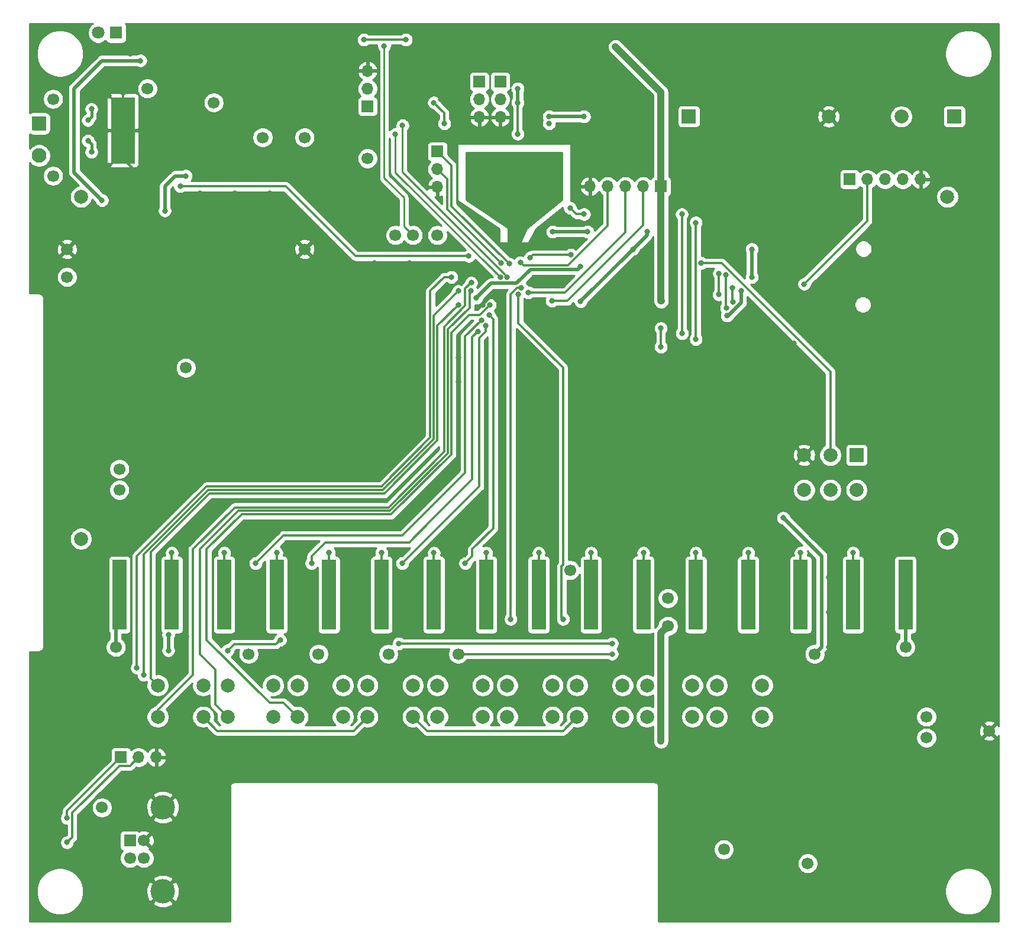
<source format=gbr>
%TF.GenerationSoftware,KiCad,Pcbnew,5.1.12-84ad8e8a86~92~ubuntu20.04.1*%
%TF.CreationDate,2022-04-17T17:37:32+03:00*%
%TF.ProjectId,rata,72617461-2e6b-4696-9361-645f70636258,rev?*%
%TF.SameCoordinates,Original*%
%TF.FileFunction,Copper,L2,Bot*%
%TF.FilePolarity,Positive*%
%FSLAX46Y46*%
G04 Gerber Fmt 4.6, Leading zero omitted, Abs format (unit mm)*
G04 Created by KiCad (PCBNEW 5.1.12-84ad8e8a86~92~ubuntu20.04.1) date 2022-04-17 17:37:32*
%MOMM*%
%LPD*%
G01*
G04 APERTURE LIST*
%TA.AperFunction,SMDPad,CuDef*%
%ADD10R,3.400000X9.500000*%
%TD*%
%TA.AperFunction,ComponentPad*%
%ADD11C,0.600000*%
%TD*%
%TA.AperFunction,ComponentPad*%
%ADD12C,1.800000*%
%TD*%
%TA.AperFunction,ComponentPad*%
%ADD13R,1.800000X1.800000*%
%TD*%
%TA.AperFunction,ComponentPad*%
%ADD14C,2.000000*%
%TD*%
%TA.AperFunction,SMDPad,CuDef*%
%ADD15R,2.000000X10.000000*%
%TD*%
%TA.AperFunction,ComponentPad*%
%ADD16C,1.700000*%
%TD*%
%TA.AperFunction,ComponentPad*%
%ADD17R,2.000000X2.000000*%
%TD*%
%TA.AperFunction,ComponentPad*%
%ADD18O,1.700000X1.700000*%
%TD*%
%TA.AperFunction,ComponentPad*%
%ADD19R,1.700000X1.700000*%
%TD*%
%TA.AperFunction,ComponentPad*%
%ADD20C,2.100000*%
%TD*%
%TA.AperFunction,ComponentPad*%
%ADD21C,3.500000*%
%TD*%
%TA.AperFunction,ViaPad*%
%ADD22C,0.800000*%
%TD*%
%TA.AperFunction,Conductor*%
%ADD23C,0.300000*%
%TD*%
%TA.AperFunction,Conductor*%
%ADD24C,1.000000*%
%TD*%
%TA.AperFunction,Conductor*%
%ADD25C,0.500000*%
%TD*%
%TA.AperFunction,Conductor*%
%ADD26C,0.400000*%
%TD*%
%TA.AperFunction,Conductor*%
%ADD27C,0.250000*%
%TD*%
%TA.AperFunction,Conductor*%
%ADD28C,0.254000*%
%TD*%
%TA.AperFunction,Conductor*%
%ADD29C,0.100000*%
%TD*%
G04 APERTURE END LIST*
D10*
%TO.P,U6,29*%
%TO.N,GND*%
X14000000Y-16000000D03*
D11*
X15300000Y-11550000D03*
X14000000Y-11550000D03*
X12700000Y-11550000D03*
X15300000Y-13330000D03*
X14000000Y-13330000D03*
X12700000Y-13330000D03*
X15300000Y-15110000D03*
X14000000Y-15110000D03*
X12700000Y-15110000D03*
X15300000Y-16890000D03*
X14000000Y-16890000D03*
X12700000Y-16890000D03*
X15300000Y-18670000D03*
X14000000Y-18670000D03*
X12700000Y-18670000D03*
X12700000Y-20450000D03*
X14000000Y-20450000D03*
X15300000Y-20450000D03*
%TD*%
D12*
%TO.P,Q3,2*%
%TO.N,Net-(Q3-Pad2)*%
X10460000Y-2000000D03*
D13*
%TO.P,Q3,1*%
%TO.N,+3V3A*%
X13000000Y-2000000D03*
%TD*%
D14*
%TO.P,U1,*%
%TO.N,*%
X8000000Y-25500000D03*
X8000000Y-74500000D03*
X132000000Y-25500000D03*
D15*
%TO.P,U1,16*%
%TO.N,/VFD_HEATER/OUT1*%
X13500000Y-82500000D03*
%TO.P,U1,15*%
%TO.N,/VFD13*%
X21000000Y-82500000D03*
%TO.P,U1,14*%
%TO.N,/VFD12*%
X28500000Y-82500000D03*
%TO.P,U1,13*%
%TO.N,/VFD11*%
X36000000Y-82500000D03*
%TO.P,U1,12*%
%TO.N,/VFD10*%
X43500000Y-82500000D03*
%TO.P,U1,11*%
%TO.N,/VFD9*%
X51000000Y-82500000D03*
%TO.P,U1,10*%
%TO.N,/VFD8*%
X58500000Y-82500000D03*
%TO.P,U1,9*%
%TO.N,/VFD7*%
X66000000Y-82500000D03*
%TO.P,U1,8*%
%TO.N,/VFD6*%
X73500000Y-82500000D03*
%TO.P,U1,7*%
%TO.N,/VFD5*%
X81000000Y-82500000D03*
%TO.P,U1,6*%
%TO.N,/VFD4*%
X88500000Y-82500000D03*
%TO.P,U1,5*%
%TO.N,/VFD3*%
X96000000Y-82500000D03*
%TO.P,U1,4*%
%TO.N,/VFD2*%
X103500000Y-82500000D03*
%TO.P,U1,3*%
%TO.N,/VFD1*%
X111000000Y-82500000D03*
%TO.P,U1,2*%
%TO.N,/VFD0*%
X118500000Y-82500000D03*
D14*
%TO.P,U1,*%
%TO.N,*%
X132000000Y-74500000D03*
D15*
%TO.P,U1,1*%
%TO.N,/VFD_HEATER/OUT0*%
X126000000Y-82500000D03*
%TD*%
D16*
%TO.P,TP32,1*%
%TO.N,+3V3A*%
X49000000Y-20000000D03*
%TD*%
%TO.P,TP31,1*%
%TO.N,GND*%
X40000000Y-33000000D03*
%TD*%
%TO.P,TP30,1*%
%TO.N,Net-(C60-Pad1)*%
X53000000Y-31000000D03*
%TD*%
%TO.P,TP29,1*%
%TO.N,/VFD_HEATER/OUT1*%
X13000000Y-90000000D03*
%TD*%
%TO.P,TP28,1*%
%TO.N,/VFD_HEATER/OUT0*%
X126000000Y-90000000D03*
%TD*%
%TO.P,TP27,1*%
%TO.N,/VFD_HEATER/E_FOLLOWER3/OUT*%
X42000000Y-91000000D03*
%TD*%
%TO.P,TP26,1*%
%TO.N,/VFD_HEATER/E_FOLLOWER2/OUT*%
X32000000Y-91000000D03*
%TD*%
%TO.P,TP25,1*%
%TO.N,/VFD_HEATER/E_FOLLOWER1/OUT*%
X62000000Y-91000000D03*
%TD*%
%TO.P,TP24,1*%
%TO.N,/VFD_HEATER/E_FOLLOWER0/OUT*%
X52000000Y-91000000D03*
%TD*%
%TO.P,TP23,1*%
%TO.N,/MCU/LIGHT_VOLT*%
X59000000Y-31000000D03*
%TD*%
%TO.P,TP22,1*%
%TO.N,Net-(Q3-Pad2)*%
X55500000Y-31000000D03*
%TD*%
%TO.P,TP21,1*%
%TO.N,+4V5*%
X78000000Y-79000000D03*
%TD*%
%TO.P,TP20,1*%
%TO.N,Net-(C51-Pad1)*%
X92000000Y-83000000D03*
%TD*%
%TO.P,TP19,1*%
%TO.N,+5V*%
X92000000Y-87000000D03*
%TD*%
%TO.P,TP18,1*%
%TO.N,+5V*%
X11000000Y-113000000D03*
%TD*%
%TO.P,TP17,1*%
%TO.N,/AUDIO_AMPLIFIER/AUD*%
X27000000Y-12000000D03*
%TD*%
%TO.P,TP16,1*%
%TO.N,Net-(C43-Pad1)*%
X34000000Y-17000000D03*
%TD*%
%TO.P,TP15,1*%
%TO.N,Net-(R29-Pad1)*%
X40000000Y-17000000D03*
%TD*%
%TO.P,TP14,1*%
%TO.N,/AUDIO_AMPLIFIER/SPK0*%
X4000000Y-11500000D03*
%TD*%
%TO.P,TP13,1*%
%TO.N,/AUDIO_AMPLIFIER/SPK1*%
X4000000Y-22500000D03*
%TD*%
%TO.P,TP12,1*%
%TO.N,Net-(C28-Pad1)*%
X17500000Y-10000000D03*
%TD*%
%TO.P,TP11,1*%
%TO.N,+25V*%
X113000000Y-91000000D03*
%TD*%
%TO.P,TP10,1*%
%TO.N,Net-(L3-Pad1)*%
X112000000Y-121000000D03*
%TD*%
%TO.P,TP9,1*%
%TO.N,+5V*%
X100000000Y-119000000D03*
%TD*%
%TO.P,TP8,1*%
%TO.N,+10V*%
X6000000Y-37000000D03*
%TD*%
%TO.P,TP7,1*%
%TO.N,GND*%
X6000000Y-33000000D03*
%TD*%
%TO.P,TP6,1*%
%TO.N,Net-(C19-Pad1)*%
X23000000Y-50000000D03*
%TD*%
%TO.P,TP5,1*%
%TO.N,Net-(L1-Pad1)*%
X13500000Y-67500000D03*
%TD*%
%TO.P,TP4,1*%
%TO.N,+5V*%
X13500000Y-64500000D03*
%TD*%
%TO.P,TP3,1*%
%TO.N,+3V3*%
X129000000Y-100000000D03*
%TD*%
%TO.P,TP2,1*%
%TO.N,GND*%
X138000000Y-102000000D03*
%TD*%
%TO.P,TP1,1*%
%TO.N,+5V*%
X129000000Y-103000000D03*
%TD*%
D14*
%TO.P,SW10,3*%
%TO.N,GND*%
X111500000Y-62500000D03*
%TO.P,SW10,2*%
%TO.N,/ALARM_SW/ALARM*%
X115250000Y-62500000D03*
D17*
%TO.P,SW10,1*%
%TO.N,Net-(R26-Pad2)*%
X119000000Y-62500000D03*
D14*
%TO.P,SW10,4*%
%TO.N,Net-(SW10-Pad4)*%
X111500000Y-67500000D03*
%TO.P,SW10,5*%
%TO.N,Net-(SW10-Pad5)*%
X115250000Y-67500000D03*
%TO.P,SW10,6*%
%TO.N,Net-(SW10-Pad6)*%
X119000000Y-67500000D03*
%TD*%
%TO.P,SW9,1*%
%TO.N,/BUTTONS/ROW2*%
X25500000Y-100000000D03*
%TO.P,SW9,2*%
%TO.N,/BUTTONS/COL2*%
X25500000Y-95500000D03*
%TO.P,SW9,1*%
%TO.N,/BUTTONS/ROW2*%
X19000000Y-100000000D03*
%TO.P,SW9,2*%
%TO.N,/BUTTONS/COL2*%
X19000000Y-95500000D03*
%TD*%
%TO.P,SW8,1*%
%TO.N,/BUTTONS/ROW1*%
X35500000Y-100000000D03*
%TO.P,SW8,2*%
%TO.N,/BUTTONS/COL2*%
X35500000Y-95500000D03*
%TO.P,SW8,1*%
%TO.N,/BUTTONS/ROW1*%
X29000000Y-100000000D03*
%TO.P,SW8,2*%
%TO.N,/BUTTONS/COL2*%
X29000000Y-95500000D03*
%TD*%
%TO.P,SW7,1*%
%TO.N,/BUTTONS/ROW0*%
X45500000Y-100000000D03*
%TO.P,SW7,2*%
%TO.N,/BUTTONS/COL2*%
X45500000Y-95500000D03*
%TO.P,SW7,1*%
%TO.N,/BUTTONS/ROW0*%
X39000000Y-100000000D03*
%TO.P,SW7,2*%
%TO.N,/BUTTONS/COL2*%
X39000000Y-95500000D03*
%TD*%
%TO.P,SW6,1*%
%TO.N,/BUTTONS/ROW2*%
X55500000Y-100000000D03*
%TO.P,SW6,2*%
%TO.N,/BUTTONS/COL1*%
X55500000Y-95500000D03*
%TO.P,SW6,1*%
%TO.N,/BUTTONS/ROW2*%
X49000000Y-100000000D03*
%TO.P,SW6,2*%
%TO.N,/BUTTONS/COL1*%
X49000000Y-95500000D03*
%TD*%
%TO.P,SW5,1*%
%TO.N,/BUTTONS/ROW1*%
X65500000Y-100000000D03*
%TO.P,SW5,2*%
%TO.N,/BUTTONS/COL1*%
X65500000Y-95500000D03*
%TO.P,SW5,1*%
%TO.N,/BUTTONS/ROW1*%
X59000000Y-100000000D03*
%TO.P,SW5,2*%
%TO.N,/BUTTONS/COL1*%
X59000000Y-95500000D03*
%TD*%
%TO.P,SW4,1*%
%TO.N,/BUTTONS/ROW0*%
X75500000Y-100000000D03*
%TO.P,SW4,2*%
%TO.N,/BUTTONS/COL1*%
X75500000Y-95500000D03*
%TO.P,SW4,1*%
%TO.N,/BUTTONS/ROW0*%
X69000000Y-100000000D03*
%TO.P,SW4,2*%
%TO.N,/BUTTONS/COL1*%
X69000000Y-95500000D03*
%TD*%
%TO.P,SW3,1*%
%TO.N,/BUTTONS/ROW2*%
X85500000Y-100000000D03*
%TO.P,SW3,2*%
%TO.N,/BUTTONS/COL0*%
X85500000Y-95500000D03*
%TO.P,SW3,1*%
%TO.N,/BUTTONS/ROW2*%
X79000000Y-100000000D03*
%TO.P,SW3,2*%
%TO.N,/BUTTONS/COL0*%
X79000000Y-95500000D03*
%TD*%
%TO.P,SW2,1*%
%TO.N,/BUTTONS/ROW1*%
X95500000Y-100000000D03*
%TO.P,SW2,2*%
%TO.N,/BUTTONS/COL0*%
X95500000Y-95500000D03*
%TO.P,SW2,1*%
%TO.N,/BUTTONS/ROW1*%
X89000000Y-100000000D03*
%TO.P,SW2,2*%
%TO.N,/BUTTONS/COL0*%
X89000000Y-95500000D03*
%TD*%
%TO.P,SW1,1*%
%TO.N,/BUTTONS/ROW0*%
X105500000Y-100000000D03*
%TO.P,SW1,2*%
%TO.N,/BUTTONS/COL0*%
X105500000Y-95500000D03*
%TO.P,SW1,1*%
%TO.N,/BUTTONS/ROW0*%
X99000000Y-100000000D03*
%TO.P,SW1,2*%
%TO.N,/BUTTONS/COL0*%
X99000000Y-95500000D03*
%TD*%
D18*
%TO.P,J10,3*%
%TO.N,GND*%
X65000000Y-14080000D03*
%TO.P,J10,2*%
%TO.N,/MCU/I2C_SDA*%
X65000000Y-11540000D03*
D19*
%TO.P,J10,1*%
%TO.N,/MCU/I2C_SCK*%
X65000000Y-9000000D03*
%TD*%
D18*
%TO.P,J9,3*%
%TO.N,GND*%
X68000000Y-14080000D03*
%TO.P,J9,2*%
%TO.N,/MCU/I2C_SDA*%
X68000000Y-11540000D03*
D19*
%TO.P,J9,1*%
%TO.N,/MCU/I2C_SCK*%
X68000000Y-9000000D03*
%TD*%
D18*
%TO.P,J8,3*%
%TO.N,GND*%
X18780000Y-105800000D03*
%TO.P,J8,2*%
%TO.N,Net-(J8-Pad2)*%
X16240000Y-105800000D03*
D19*
%TO.P,J8,1*%
%TO.N,Net-(J8-Pad1)*%
X13700000Y-105800000D03*
%TD*%
D18*
%TO.P,J7,3*%
%TO.N,GND*%
X49000000Y-7460000D03*
%TO.P,J7,2*%
%TO.N,/MCU/DAC_I2C_SDA*%
X49000000Y-10000000D03*
D19*
%TO.P,J7,1*%
%TO.N,/MCU/DAC_I2C_SCK*%
X49000000Y-12540000D03*
%TD*%
D18*
%TO.P,J5,5*%
%TO.N,GND*%
X128160000Y-23000000D03*
%TO.P,J5,4*%
%TO.N,/MICRO_SD_CARD/MISO*%
X125620000Y-23000000D03*
%TO.P,J5,3*%
%TO.N,/MICRO_SD_CARD/MOSI*%
X123080000Y-23000000D03*
%TO.P,J5,2*%
%TO.N,/MICRO_SD_CARD/SCK*%
X120540000Y-23000000D03*
D19*
%TO.P,J5,1*%
%TO.N,/MICRO_SD_CARD/~CS~*%
X118000000Y-23000000D03*
%TD*%
D18*
%TO.P,J4,3*%
%TO.N,GND*%
X59000000Y-24080000D03*
%TO.P,J4,2*%
%TO.N,/MCU/UART2_RX*%
X59000000Y-21540000D03*
D19*
%TO.P,J4,1*%
%TO.N,/MCU/UART2_TX*%
X59000000Y-19000000D03*
%TD*%
D18*
%TO.P,J3,5*%
%TO.N,GND*%
X80840000Y-24000000D03*
%TO.P,J3,4*%
%TO.N,/MCU/NRST*%
X83380000Y-24000000D03*
%TO.P,J3,3*%
%TO.N,/MCU/SWDIO*%
X85920000Y-24000000D03*
%TO.P,J3,2*%
%TO.N,/MCU/SWCLK*%
X88460000Y-24000000D03*
D19*
%TO.P,J3,1*%
%TO.N,+3V3*%
X91000000Y-24000000D03*
%TD*%
D20*
%TO.P,J2,2*%
%TO.N,/AUDIO_AMPLIFIER/SPK1*%
X2000000Y-19600000D03*
%TO.P,J2,1*%
%TO.N,/AUDIO_AMPLIFIER/SPK0*%
%TA.AperFunction,ComponentPad*%
G36*
G01*
X1199999Y-13950000D02*
X2800001Y-13950000D01*
G75*
G02*
X3050000Y-14199999I0J-249999D01*
G01*
X3050000Y-15800001D01*
G75*
G02*
X2800001Y-16050000I-249999J0D01*
G01*
X1199999Y-16050000D01*
G75*
G02*
X950000Y-15800001I0J249999D01*
G01*
X950000Y-14199999D01*
G75*
G02*
X1199999Y-13950000I249999J0D01*
G01*
G37*
%TD.AperFunction*%
%TD*%
D21*
%TO.P,J1,5*%
%TO.N,GND*%
X19710000Y-125000000D03*
X19710000Y-112960000D03*
D16*
%TO.P,J1,4*%
X17000000Y-117730000D03*
%TO.P,J1,3*%
%TO.N,/USB/D+*%
X17000000Y-120230000D03*
%TO.P,J1,2*%
%TO.N,/USB/D-*%
X15000000Y-120230000D03*
D19*
%TO.P,J1,1*%
%TO.N,Net-(F1-Pad2)*%
X15000000Y-117730000D03*
%TD*%
D14*
%TO.P,BZ1,2*%
%TO.N,Net-(BZ1-Pad2)*%
X125400000Y-14000000D03*
D17*
%TO.P,BZ1,1*%
%TO.N,+5V*%
X133000000Y-14000000D03*
%TD*%
%TO.P,BT1,1*%
%TO.N,Net-(BT1-Pad1)*%
X95000000Y-14000000D03*
D14*
%TO.P,BT1,2*%
%TO.N,GND*%
X115000000Y-14000000D03*
%TD*%
D22*
%TO.N,*%
X75000000Y-15000000D03*
%TO.N,GND*%
X4869998Y-116000000D03*
X10000000Y-125000000D03*
X15000000Y-125000000D03*
X25000000Y-125000000D03*
X25000000Y-120000000D03*
X20000000Y-120000000D03*
X25000000Y-115000000D03*
X15000000Y-115000000D03*
X5000000Y-105000000D03*
X95000000Y-125000000D03*
X125000000Y-125000000D03*
X130000000Y-125000000D03*
X130000000Y-120000000D03*
X135000000Y-120000000D03*
X120000000Y-120000000D03*
X95000000Y-115000000D03*
X110000000Y-115000000D03*
X125000000Y-115000000D03*
X130000000Y-115000000D03*
X135000000Y-115000000D03*
X135000000Y-110000000D03*
X125000000Y-110000000D03*
X120000000Y-110000000D03*
X115000000Y-110000000D03*
X110000000Y-110000000D03*
X100000000Y-110000000D03*
X95000000Y-105000000D03*
X100000000Y-105000000D03*
X125000000Y-105000000D03*
X130000000Y-105000000D03*
X15000000Y-100000000D03*
X110000000Y-100000000D03*
X125000000Y-100000000D03*
X125000000Y-95000000D03*
X120000000Y-95000000D03*
X115000000Y-95000000D03*
X110000000Y-95000000D03*
X15000000Y-95000000D03*
X40000000Y-90000000D03*
X45000000Y-90000000D03*
X50000000Y-90000000D03*
X110000000Y-90000000D03*
X115000000Y-90000000D03*
X120000000Y-90000000D03*
X130000000Y-90000000D03*
X130000000Y-85000000D03*
X115000000Y-85000000D03*
X100000000Y-85000000D03*
X55000000Y-85000000D03*
X55000000Y-80000000D03*
X85000000Y-80000000D03*
X100000000Y-80000000D03*
X115000000Y-80000000D03*
X130000000Y-80000000D03*
X130000000Y-75000000D03*
X125000000Y-75000000D03*
X120000000Y-75000000D03*
X85000000Y-75000000D03*
X80000000Y-75000000D03*
X15000000Y-75000000D03*
X10000000Y-70000000D03*
X20000000Y-70000000D03*
X55000000Y-70000000D03*
X65000000Y-70000000D03*
X85000000Y-70000000D03*
X105000000Y-70000000D03*
X110000000Y-70000000D03*
X115000000Y-70000000D03*
X120000000Y-70000000D03*
X125000000Y-70000000D03*
X130000000Y-70000000D03*
X130000000Y-65000000D03*
X125000000Y-65000000D03*
X120000000Y-65000000D03*
X115000000Y-65000000D03*
X110000000Y-65000000D03*
X105000000Y-65000000D03*
X50000000Y-65000000D03*
X45000000Y-65000000D03*
X10000000Y-65000000D03*
X5000000Y-60000000D03*
X25000000Y-60000000D03*
X40000000Y-60000000D03*
X50000000Y-60000000D03*
X55000000Y-60000000D03*
X85000000Y-60000000D03*
X105000000Y-60000000D03*
X110000000Y-60000000D03*
X120000000Y-60000000D03*
X125000000Y-60000000D03*
X135000000Y-60000000D03*
X135000000Y-55000000D03*
X130000000Y-55000000D03*
X110000000Y-55000000D03*
X100000000Y-50000000D03*
X80000000Y-55000000D03*
X55000000Y-55000000D03*
X45000000Y-55000000D03*
X40000000Y-55000000D03*
X35000000Y-55000000D03*
X30000000Y-55000000D03*
X25000000Y-55000000D03*
X15000000Y-55000000D03*
X5000000Y-55000000D03*
X5000000Y-50000000D03*
X10000000Y-50000000D03*
X15000000Y-50000000D03*
X30000000Y-50000000D03*
X35000000Y-50000000D03*
X40000000Y-50000000D03*
X45000000Y-50000000D03*
X50000000Y-50000000D03*
X55000000Y-50000000D03*
X80000000Y-50000000D03*
X90000000Y-50000000D03*
X120000000Y-50000000D03*
X125000000Y-50000000D03*
X135000000Y-50000000D03*
X135000000Y-45000000D03*
X130000000Y-45000000D03*
X125000000Y-45000000D03*
X120000000Y-45000000D03*
X80000000Y-45000000D03*
X75000000Y-45000000D03*
X55000000Y-45000000D03*
X45000000Y-45000000D03*
X20000000Y-45000000D03*
X10000000Y-45000000D03*
X5000000Y-45000000D03*
X5000000Y-40000000D03*
X10000000Y-40000000D03*
X15000000Y-40000000D03*
X20000000Y-40000000D03*
X25000000Y-40000000D03*
X30000000Y-40000000D03*
X35000000Y-40000000D03*
X40000000Y-40000000D03*
X50000000Y-40000000D03*
X55000000Y-40000000D03*
X125000000Y-40000000D03*
X130000000Y-40000000D03*
X135000000Y-40000000D03*
X135000000Y-35000000D03*
X130000000Y-35000000D03*
X125000000Y-35000000D03*
X55000000Y-35000000D03*
X50000000Y-35000000D03*
X40000000Y-35000000D03*
X35000000Y-35000000D03*
X30000000Y-35000000D03*
X25000000Y-35000000D03*
X10000000Y-35000000D03*
X5000000Y-35000000D03*
X5000000Y-30000000D03*
X10000000Y-30000000D03*
X15000000Y-30000000D03*
X30000000Y-30000000D03*
X40000000Y-30000000D03*
X100000000Y-30000000D03*
X105000000Y-30000000D03*
X130000000Y-30000000D03*
X135000000Y-30000000D03*
X135000000Y-25000000D03*
X130000000Y-25000000D03*
X115000000Y-25000000D03*
X110000000Y-25000000D03*
X105000000Y-25000000D03*
X100000000Y-25000000D03*
X95000000Y-25000000D03*
X70000000Y-25000000D03*
X50000000Y-25000000D03*
X40000000Y-25000000D03*
X35000000Y-25000000D03*
X30000000Y-25000000D03*
X25000000Y-25000000D03*
X15000000Y-25000000D03*
X5000000Y-25000000D03*
X20000000Y-20000000D03*
X25000000Y-20000000D03*
X40000000Y-20000000D03*
X65000000Y-20000000D03*
X75000000Y-20000000D03*
X80000000Y-20000000D03*
X85000000Y-20000000D03*
X95000000Y-20000000D03*
X100000000Y-20000000D03*
X105000000Y-20000000D03*
X110000000Y-20000000D03*
X115000000Y-20000000D03*
X120000000Y-20000000D03*
X125000000Y-20000000D03*
X135000000Y-20000000D03*
X130000000Y-15000000D03*
X120000000Y-15000000D03*
X110000000Y-15000000D03*
X105000000Y-15000000D03*
X100000000Y-15000000D03*
X85000000Y-15000000D03*
X50000000Y-15000000D03*
X30000000Y-15000000D03*
X5000000Y-15000000D03*
X5000000Y-10000000D03*
X20000000Y-10000000D03*
X25000000Y-10000000D03*
X35000000Y-10000000D03*
X80000000Y-10000000D03*
X85000000Y-10000000D03*
X95000000Y-10000000D03*
X100000000Y-10000000D03*
X105000000Y-10000000D03*
X110000000Y-10000000D03*
X115000000Y-10000000D03*
X120000000Y-10000000D03*
X130000000Y-10000000D03*
X135000000Y-10000000D03*
X130000000Y-5000000D03*
X125000000Y-5000000D03*
X120000000Y-5000000D03*
X115000000Y-5000000D03*
X110000000Y-5000000D03*
X105000000Y-5000000D03*
X100000000Y-5000000D03*
X80000000Y-5000000D03*
X75000000Y-5000000D03*
X70000000Y-5000000D03*
X65000000Y-5000000D03*
X55000000Y-5000000D03*
X50000000Y-5000000D03*
X40000000Y-5000000D03*
X25000000Y-5000000D03*
X20000000Y-5000000D03*
X15000000Y-5000000D03*
X133000000Y-97000000D03*
X23087490Y-88500000D03*
X31500000Y-74000000D03*
X30000000Y-74000000D03*
X30500000Y-87000000D03*
X40000000Y-87000000D03*
X60500000Y-87000000D03*
X104000000Y-89000000D03*
X102500000Y-89500000D03*
X24000000Y-47500000D03*
X71500000Y-58500000D03*
X101500000Y-44600000D03*
X110000000Y-46500000D03*
X111500000Y-45000000D03*
X114000000Y-38000000D03*
X107500000Y-38000000D03*
X105437500Y-38562500D03*
X122000000Y-26000000D03*
X119500000Y-26000000D03*
X114500000Y-33000000D03*
X72500000Y-43500000D03*
X71000000Y-47000000D03*
X69500000Y-31500000D03*
X57500000Y-29000000D03*
X89000000Y-15500000D03*
X59500000Y-11500000D03*
X58250000Y-6500000D03*
X55500000Y-8500000D03*
X42500000Y-14000000D03*
X44000000Y-17000000D03*
X43000000Y-10000000D03*
X43500000Y-8500000D03*
X48000000Y-17000000D03*
X16000000Y-3000000D03*
X75500000Y-10500000D03*
X55000000Y-12500000D03*
X62500000Y-14000000D03*
X67500000Y-39500000D03*
X65469669Y-40969669D03*
X62000000Y-48500000D03*
X62000000Y-52000000D03*
X72500000Y-37500000D03*
X18000000Y-17125000D03*
X16000000Y-22000000D03*
X12000000Y-21000000D03*
X12000000Y-11000000D03*
X14000000Y-10637500D03*
X77000000Y-29000000D03*
%TO.N,+5V*%
X91000000Y-103500000D03*
%TO.N,+3V3*%
X102500000Y-39000000D03*
X100469669Y-42530331D03*
X104000000Y-37000000D03*
X104000000Y-33000000D03*
X91000000Y-47000000D03*
X91000000Y-44324990D03*
X91062500Y-40437500D03*
X84500000Y-4000000D03*
X70500000Y-10000000D03*
X70500000Y-12000000D03*
X54500000Y-3000000D03*
X48500000Y-3000000D03*
X79500000Y-35500000D03*
X75500000Y-30500000D03*
X80500000Y-30500000D03*
X79500000Y-40500000D03*
X89000000Y-30500000D03*
X87000000Y-33000000D03*
X70500000Y-16500000D03*
X58500000Y-12000000D03*
X60000000Y-15000000D03*
X64574292Y-40000000D03*
%TO.N,/MCU/NRST*%
X70900000Y-34900000D03*
%TO.N,+10V*%
X11000000Y-26000000D03*
X16500000Y-6000000D03*
X20000000Y-27500000D03*
X23000000Y-22500000D03*
%TO.N,+25V*%
X108500000Y-71500000D03*
%TO.N,Net-(C36-Pad2)*%
X9500000Y-12925000D03*
X9000000Y-14525000D03*
%TO.N,Net-(C37-Pad2)*%
X9500000Y-19075000D03*
X9000000Y-17475000D03*
%TO.N,Net-(C49-Pad1)*%
X80000000Y-14000000D03*
X75000000Y-14000000D03*
%TO.N,+4V5*%
X20500000Y-90500000D03*
X20500000Y-88237490D03*
%TO.N,/MCU/SWDIO*%
X72000000Y-39200000D03*
%TO.N,/MCU/SWCLK*%
X75400000Y-40400000D03*
%TO.N,/MCU/UART2_RX*%
X68100000Y-35000000D03*
%TO.N,/MCU/UART2_TX*%
X69300000Y-35100000D03*
%TO.N,/MICRO_SD_CARD/MISO*%
X101192782Y-38500010D03*
X101300000Y-40600000D03*
%TO.N,/MICRO_SD_CARD/SCK*%
X111500000Y-38000000D03*
%TO.N,/MICRO_SD_CARD/~CS~*%
X99310048Y-36500000D03*
X99300000Y-39500000D03*
%TO.N,/MICRO_SD_CARD/CARD_DET*%
X100300000Y-36700000D03*
X100400000Y-41400000D03*
%TO.N,/MCU/I2C_SDA*%
X94025010Y-45074990D03*
X94000000Y-28000000D03*
X80000000Y-28000000D03*
X78000000Y-27100000D03*
%TO.N,/MCU/I2C_SCK*%
X96000000Y-45900000D03*
X96000000Y-29200000D03*
%TO.N,Net-(Q3-Pad2)*%
X51400000Y-3900000D03*
%TO.N,/VFD_HEATER/E_FOLLOWER0/OUT*%
X53500000Y-89500000D03*
X84000000Y-89500000D03*
%TO.N,/VFD_HEATER/E_FOLLOWER1/OUT*%
X84000000Y-91000000D03*
%TO.N,/VFD_HEATER/E_FOLLOWER3/OUT*%
X29000000Y-90500000D03*
X36500000Y-89000000D03*
%TO.N,/MCU/BZ_EN*%
X72300000Y-34200000D03*
X78100000Y-33800000D03*
%TO.N,/MCU/AMP_EN*%
X63500000Y-34000000D03*
X22200000Y-24000000D03*
%TO.N,/BUTTONS/COL0*%
X61000000Y-37000000D03*
X16000000Y-93000000D03*
%TO.N,/BUTTONS/COL1*%
X62000000Y-39000000D03*
X17000000Y-94000000D03*
%TO.N,/BUTTONS/COL2*%
X62000000Y-41000000D03*
%TO.N,/MCU/HEATER_VOLT*%
X69500000Y-86000000D03*
X71000000Y-38500000D03*
%TO.N,/MCU/DAC_I2C_SCK*%
X53000000Y-16540000D03*
X68000000Y-37000000D03*
%TO.N,/MCU/DAC_I2C_SDA*%
X54012653Y-15267651D03*
X69000000Y-37000000D03*
%TO.N,/VFD0*%
X118500000Y-76500000D03*
%TO.N,/VFD1*%
X111000000Y-76500000D03*
%TO.N,/VFD2*%
X103500000Y-76500000D03*
%TO.N,/VFD3*%
X96000000Y-76500000D03*
%TO.N,/VFD4*%
X88500000Y-76500000D03*
%TO.N,/VFD5*%
X81000000Y-76500000D03*
%TO.N,/VFD6*%
X73500000Y-76500000D03*
%TO.N,/VFD7*%
X66000000Y-76500000D03*
%TO.N,/VFD8*%
X58500000Y-76500000D03*
%TO.N,/VFD9*%
X51000000Y-76500000D03*
%TO.N,/VFD10*%
X43500000Y-76500000D03*
%TO.N,/VFD11*%
X36000000Y-76500000D03*
%TO.N,/VFD12*%
X28500000Y-76500000D03*
%TO.N,/VFD13*%
X21000000Y-76500000D03*
%TO.N,/MCU/BRG0P*%
X65900000Y-44000000D03*
X54000000Y-78000000D03*
%TO.N,/MCU/BRG0N*%
X66400000Y-42400000D03*
X63000000Y-78000000D03*
%TO.N,/MCU/BRG1P*%
X65300000Y-43200000D03*
X33000000Y-78000000D03*
%TO.N,/MCU/BRG1N*%
X64800000Y-44800000D03*
X41000000Y-78000000D03*
%TO.N,/BUTTONS/ROW0*%
X66500000Y-41000000D03*
%TO.N,/BUTTONS/ROW1*%
X63800000Y-39000000D03*
%TO.N,/BUTTONS/ROW2*%
X63855331Y-37805331D03*
%TO.N,/ALARM_SW/ALARM*%
X96750000Y-35000000D03*
%TO.N,/MCU/HEATER_PWR_EN*%
X70600000Y-39500000D03*
X77000000Y-86000000D03*
%TO.N,Net-(J8-Pad2)*%
X6000000Y-118000000D03*
%TO.N,Net-(J8-Pad1)*%
X6000000Y-114500000D03*
%TD*%
D23*
%TO.N,GND*%
X66939338Y-39500000D02*
X67500000Y-39500000D01*
X65469669Y-40969669D02*
X66939338Y-39500000D01*
X12150000Y-21000000D02*
X12700000Y-20450000D01*
X12000000Y-21000000D02*
X12150000Y-21000000D01*
X14000000Y-20000000D02*
X16000000Y-22000000D01*
X14000000Y-16000000D02*
X14000000Y-20000000D01*
X14000000Y-13000000D02*
X12000000Y-11000000D01*
X14000000Y-16000000D02*
X14000000Y-13000000D01*
X14000000Y-16000000D02*
X14000000Y-10637500D01*
D24*
%TO.N,+5V*%
X91000000Y-103500000D02*
X91000000Y-88000000D01*
X91000000Y-88000000D02*
X92000000Y-87000000D01*
D25*
%TO.N,+3V3*%
X100627671Y-42530331D02*
X100469669Y-42530331D01*
X102500000Y-40658002D02*
X100627671Y-42530331D01*
X102500000Y-39000000D02*
X102500000Y-40658002D01*
X104000000Y-37000000D02*
X104000000Y-33000000D01*
D23*
X91000000Y-47000000D02*
X91000000Y-44324990D01*
D24*
X91000000Y-40375000D02*
X91062500Y-40437500D01*
X91000000Y-10500000D02*
X84500000Y-4000000D01*
X91000000Y-24000000D02*
X91000000Y-10500000D01*
D25*
X70500000Y-10000000D02*
X70500000Y-12000000D01*
D23*
X48500000Y-3000000D02*
X54500000Y-3000000D01*
D25*
X75500000Y-30500000D02*
X80500000Y-30500000D01*
D24*
X91000000Y-24000000D02*
X91000000Y-40375000D01*
D25*
X89000000Y-31000000D02*
X89000000Y-30500000D01*
X87000000Y-33000000D02*
X89000000Y-31000000D01*
X79500000Y-40500000D02*
X87000000Y-33000000D01*
D23*
X70500000Y-16500000D02*
X70500000Y-12000000D01*
X60000000Y-13500000D02*
X60000000Y-15000000D01*
X58500000Y-12000000D02*
X60000000Y-13500000D01*
D25*
X70342008Y-37899990D02*
X66674302Y-37899990D01*
X66674302Y-37899990D02*
X64574292Y-40000000D01*
X79100001Y-35899999D02*
X72341999Y-35899999D01*
X72341999Y-35899999D02*
X70342008Y-37899990D01*
X79500000Y-35500000D02*
X79100001Y-35899999D01*
D23*
%TO.N,/MCU/NRST*%
X83380000Y-29630002D02*
X83380000Y-24000000D01*
X77710003Y-35299999D02*
X83380000Y-29630002D01*
X71299999Y-35299999D02*
X77710003Y-35299999D01*
X70900000Y-34900000D02*
X71299999Y-35299999D01*
D25*
%TO.N,+10V*%
X20000000Y-27500000D02*
X20000000Y-24941998D01*
X20000000Y-24941998D02*
X20000000Y-24000000D01*
X21500000Y-22500000D02*
X23000000Y-22500000D01*
X20000000Y-24000000D02*
X21500000Y-22500000D01*
X11000000Y-6000000D02*
X16500000Y-6000000D01*
X7000000Y-10000000D02*
X11000000Y-6000000D01*
X7000000Y-22000000D02*
X7000000Y-10000000D01*
X11000000Y-26000000D02*
X7000000Y-22000000D01*
%TO.N,+25V*%
X113000000Y-91000000D02*
X114000000Y-90000000D01*
X114000000Y-90000000D02*
X114000000Y-78000000D01*
X114000000Y-78000000D02*
X114000000Y-77000000D01*
X114000000Y-77000000D02*
X108500000Y-71500000D01*
D26*
%TO.N,Net-(C36-Pad2)*%
X9500000Y-14025000D02*
X9000000Y-14525000D01*
X9500000Y-12925000D02*
X9500000Y-14025000D01*
%TO.N,Net-(C37-Pad2)*%
X9500000Y-17975000D02*
X9000000Y-17475000D01*
X9500000Y-19075000D02*
X9500000Y-17975000D01*
D25*
%TO.N,Net-(C49-Pad1)*%
X80000000Y-14000000D02*
X75000000Y-14000000D01*
%TO.N,+4V5*%
X20500000Y-90500000D02*
X20500000Y-88237490D01*
D23*
%TO.N,/MCU/SWDIO*%
X85920000Y-30580000D02*
X85920000Y-24000000D01*
X77300000Y-39200000D02*
X85920000Y-30580000D01*
X72000000Y-39200000D02*
X77300000Y-39200000D01*
%TO.N,/MCU/SWCLK*%
X88460000Y-29540000D02*
X88460000Y-24000000D01*
X77600000Y-40400000D02*
X88460000Y-29540000D01*
X75400000Y-40400000D02*
X77600000Y-40400000D01*
%TO.N,/MCU/UART2_RX*%
X60400000Y-22940000D02*
X59000000Y-21540000D01*
X60400000Y-27300000D02*
X60400000Y-22940000D01*
X68100000Y-35000000D02*
X60400000Y-27300000D01*
%TO.N,/MCU/UART2_TX*%
X61000000Y-21000000D02*
X59000000Y-19000000D01*
X61000000Y-26839338D02*
X61000000Y-21000000D01*
X61039338Y-26839338D02*
X61000000Y-26839338D01*
X69300000Y-35100000D02*
X61039338Y-26839338D01*
%TO.N,/MICRO_SD_CARD/MISO*%
X101192782Y-38500010D02*
X101192782Y-40492782D01*
X101192782Y-40492782D02*
X101300000Y-40600000D01*
%TO.N,/MICRO_SD_CARD/SCK*%
X120540000Y-28960000D02*
X120540000Y-23000000D01*
X111500000Y-38000000D02*
X120540000Y-28960000D01*
%TO.N,/MICRO_SD_CARD/~CS~*%
X99310048Y-39489952D02*
X99300000Y-39500000D01*
X99310048Y-36500000D02*
X99310048Y-39489952D01*
%TO.N,/MICRO_SD_CARD/CARD_DET*%
X100300000Y-36700000D02*
X100300000Y-41300000D01*
X100300000Y-41300000D02*
X100400000Y-41400000D01*
%TO.N,/MCU/I2C_SDA*%
X94025010Y-45074990D02*
X94025010Y-30174990D01*
X94025010Y-28025010D02*
X94000000Y-28000000D01*
X94025010Y-30174990D02*
X94025010Y-28025010D01*
X78900000Y-28000000D02*
X78000000Y-27100000D01*
X80000000Y-28000000D02*
X78900000Y-28000000D01*
%TO.N,/MCU/I2C_SCK*%
X96000000Y-45900000D02*
X96000000Y-29200000D01*
D27*
%TO.N,Net-(Q3-Pad2)*%
X54200000Y-29700000D02*
X55500000Y-31000000D01*
X54200000Y-25600000D02*
X54200000Y-29700000D01*
X51400000Y-22800000D02*
X54200000Y-25600000D01*
X51400000Y-3900000D02*
X51400000Y-22800000D01*
D25*
%TO.N,/VFD_HEATER/OUT0*%
X126000000Y-90000000D02*
X126000000Y-82500000D01*
D23*
%TO.N,/VFD_HEATER/E_FOLLOWER0/OUT*%
X53500000Y-89500000D02*
X84000000Y-89500000D01*
%TO.N,/VFD_HEATER/E_FOLLOWER1/OUT*%
X62000000Y-91000000D02*
X84000000Y-91000000D01*
D25*
%TO.N,/VFD_HEATER/OUT1*%
X13000000Y-83000000D02*
X13500000Y-82500000D01*
X13000000Y-90000000D02*
X13000000Y-83000000D01*
D23*
%TO.N,/VFD_HEATER/E_FOLLOWER3/OUT*%
X29899999Y-89600001D02*
X29000000Y-90500000D01*
X36500000Y-89000000D02*
X35899999Y-89600001D01*
X35899999Y-89600001D02*
X29899999Y-89600001D01*
%TO.N,/MCU/BZ_EN*%
X72300000Y-34200000D02*
X72700000Y-33800000D01*
X72700000Y-33800000D02*
X78100000Y-33800000D01*
%TO.N,/MCU/AMP_EN*%
X63500000Y-34000000D02*
X54223998Y-34000000D01*
X54223998Y-34000000D02*
X47300000Y-34000000D01*
X47300000Y-34000000D02*
X37300000Y-24000000D01*
X37300000Y-24000000D02*
X22200000Y-24000000D01*
%TO.N,/BUTTONS/COL0*%
X61000000Y-37000000D02*
X60000000Y-37000000D01*
X60000000Y-37000000D02*
X58000000Y-39000000D01*
X58000000Y-39000000D02*
X58000000Y-60000000D01*
X58000000Y-60000000D02*
X51000000Y-67000000D01*
X51000000Y-67000000D02*
X28000000Y-67000000D01*
X28000000Y-67000000D02*
X26000000Y-67000000D01*
X26000000Y-67000000D02*
X16000000Y-77000000D01*
X16000000Y-77000000D02*
X16000000Y-84130002D01*
X16000000Y-84130002D02*
X16000000Y-93000000D01*
%TO.N,/BUTTONS/COL1*%
X62000000Y-39000000D02*
X58500010Y-42499990D01*
X58500010Y-60207110D02*
X58000000Y-60707120D01*
X58500010Y-42499990D02*
X58500010Y-60207110D01*
X51207110Y-67500010D02*
X26207110Y-67500010D01*
X58000000Y-60707120D02*
X51207110Y-67500010D01*
X26207110Y-67500010D02*
X17000000Y-76707120D01*
X17000000Y-76707120D02*
X17000000Y-94000000D01*
%TO.N,/BUTTONS/COL2*%
X18000000Y-94500000D02*
X19000000Y-95500000D01*
X18000000Y-76414240D02*
X18000000Y-94500000D01*
X26414220Y-68000020D02*
X18000000Y-76414240D01*
X51414220Y-68000020D02*
X26414220Y-68000020D01*
X59000020Y-60414220D02*
X51414220Y-68000020D01*
X59000020Y-43999980D02*
X59000020Y-60414220D01*
X62000000Y-41000000D02*
X59000020Y-43999980D01*
%TO.N,/MCU/HEATER_VOLT*%
X69500000Y-39434315D02*
X69500000Y-39500000D01*
X70434315Y-38500000D02*
X69500000Y-39434315D01*
X71000000Y-38500000D02*
X70434315Y-38500000D01*
X69500000Y-86000000D02*
X69500000Y-39500000D01*
D27*
%TO.N,/MCU/DAC_I2C_SCK*%
X53000000Y-22000000D02*
X53000000Y-16540000D01*
X68000000Y-37000000D02*
X67000000Y-36000000D01*
X67000000Y-36000000D02*
X53000000Y-22000000D01*
X67400000Y-36400000D02*
X67000000Y-36000000D01*
%TO.N,/MCU/DAC_I2C_SDA*%
X54012653Y-21987347D02*
X54012653Y-15267651D01*
X68725001Y-36725001D02*
X68725001Y-36699695D01*
X69000000Y-37000000D02*
X68725001Y-36725001D01*
X68725001Y-36699695D02*
X67512653Y-35487347D01*
X67512653Y-35487347D02*
X54012653Y-21987347D01*
X68400003Y-36374697D02*
X67512653Y-35487347D01*
D23*
%TO.N,/VFD0*%
X118500000Y-82500000D02*
X118500000Y-76500000D01*
%TO.N,/VFD1*%
X111000000Y-82500000D02*
X111000000Y-76500000D01*
%TO.N,/VFD2*%
X103500000Y-82500000D02*
X103500000Y-76500000D01*
%TO.N,/VFD3*%
X96000000Y-82500000D02*
X96000000Y-76500000D01*
%TO.N,/VFD4*%
X88500000Y-82000000D02*
X88500000Y-76500000D01*
%TO.N,/VFD5*%
X81000000Y-82500000D02*
X81000000Y-76500000D01*
%TO.N,/VFD6*%
X73500000Y-82500000D02*
X73500000Y-76500000D01*
%TO.N,/VFD7*%
X66000000Y-82500000D02*
X66000000Y-76500000D01*
%TO.N,/VFD8*%
X58500000Y-82500000D02*
X58500000Y-76500000D01*
X58500000Y-76500000D02*
X58500000Y-76500000D01*
%TO.N,/VFD9*%
X51000000Y-82500000D02*
X51000000Y-76500000D01*
%TO.N,/VFD10*%
X43500000Y-82500000D02*
X43500000Y-76500000D01*
%TO.N,/VFD11*%
X36000000Y-82500000D02*
X36000000Y-76500000D01*
%TO.N,/VFD12*%
X28500000Y-82500000D02*
X28500000Y-76500000D01*
X28500000Y-76500000D02*
X28500000Y-76500000D01*
%TO.N,/VFD13*%
X21000000Y-82500000D02*
X21000000Y-76500000D01*
%TO.N,/MCU/BRG0P*%
X65900000Y-44810002D02*
X65000000Y-45710002D01*
X65900000Y-44000000D02*
X65900000Y-44810002D01*
X65000000Y-45710002D02*
X65000000Y-67000000D01*
X65000000Y-67000000D02*
X54000000Y-78000000D01*
%TO.N,/MCU/BRG0N*%
X66400000Y-42400000D02*
X67000000Y-43000000D01*
X67000000Y-43000000D02*
X67000000Y-67000000D01*
X67000000Y-67000000D02*
X67000000Y-73000000D01*
X67000000Y-73000000D02*
X64000000Y-76000000D01*
X64000000Y-76000000D02*
X64000000Y-77000000D01*
X64000000Y-77000000D02*
X63000000Y-78000000D01*
%TO.N,/MCU/BRG1P*%
X65300000Y-43200000D02*
X63000000Y-45500000D01*
X63000000Y-45500000D02*
X63000000Y-65000000D01*
X63000000Y-65000000D02*
X54000000Y-74000000D01*
X54000000Y-74000000D02*
X37000000Y-74000000D01*
X37000000Y-74000000D02*
X33000000Y-78000000D01*
%TO.N,/MCU/BRG1N*%
X64800000Y-44800000D02*
X64000000Y-45600000D01*
X64000000Y-45600000D02*
X64000000Y-46000000D01*
X64000000Y-46000000D02*
X64000000Y-66000000D01*
X64000000Y-66000000D02*
X58000000Y-72000000D01*
X58000000Y-72000000D02*
X55000000Y-75000000D01*
X55000000Y-75000000D02*
X43000000Y-75000000D01*
X43000000Y-75000000D02*
X41000000Y-77000000D01*
X41000000Y-77000000D02*
X41000000Y-78000000D01*
%TO.N,/BUTTONS/ROW0*%
X37000000Y-98000000D02*
X39000000Y-100000000D01*
X35000000Y-98000000D02*
X37000000Y-98000000D01*
X26000000Y-89000000D02*
X35000000Y-98000000D01*
X26000000Y-76000000D02*
X26000000Y-89000000D01*
X52414220Y-71000020D02*
X30999980Y-71000020D01*
X61000020Y-62414220D02*
X52414220Y-71000020D01*
X61000020Y-44999980D02*
X61000020Y-62414220D01*
X63550001Y-42449999D02*
X61000020Y-44999980D01*
X65050001Y-42449999D02*
X63550001Y-42449999D01*
X30999980Y-71000020D02*
X26000000Y-76000000D01*
X66500000Y-41000000D02*
X65050001Y-42449999D01*
%TO.N,/BUTTONS/ROW1*%
X27200000Y-98200000D02*
X29000000Y-100000000D01*
X52207110Y-70500010D02*
X30499990Y-70500010D01*
X63800000Y-39000000D02*
X63603560Y-39196440D01*
X63603560Y-41396440D02*
X60500010Y-44499990D01*
X60500010Y-62207110D02*
X52207110Y-70500010D01*
X60500010Y-44499990D02*
X60500010Y-62207110D01*
X30499990Y-70500010D02*
X25000000Y-76000000D01*
X27200000Y-93200000D02*
X27200000Y-98200000D01*
X25000000Y-76000000D02*
X25000000Y-91000000D01*
X63603560Y-39196440D02*
X63603560Y-41396440D01*
X25000000Y-91000000D02*
X27200000Y-93200000D01*
%TO.N,/BUTTONS/ROW2*%
X25500000Y-100000000D02*
X27500000Y-102000000D01*
X47000000Y-102000000D02*
X49000000Y-100000000D01*
X27500000Y-102000000D02*
X47000000Y-102000000D01*
X55500000Y-100000000D02*
X57500000Y-102000000D01*
X77000000Y-102000000D02*
X79000000Y-100000000D01*
X57500000Y-102000000D02*
X77000000Y-102000000D01*
X24000000Y-94000000D02*
X19000000Y-99000000D01*
X52000000Y-70000000D02*
X30000000Y-70000000D01*
X30000000Y-70000000D02*
X24000000Y-76000000D01*
X60000000Y-62000000D02*
X52000000Y-70000000D01*
X60000000Y-44110002D02*
X60000000Y-62000000D01*
X19000000Y-99000000D02*
X19000000Y-100000000D01*
X63000000Y-41110002D02*
X60000000Y-44110002D01*
X24000000Y-76000000D02*
X24000000Y-94000000D01*
X63000000Y-38660662D02*
X63000000Y-41110002D01*
X63855331Y-37805331D02*
X63000000Y-38660662D01*
%TO.N,/ALARM_SW/ALARM*%
X115250000Y-50539998D02*
X115250000Y-62500000D01*
X99710002Y-35000000D02*
X115250000Y-50539998D01*
X96750000Y-35000000D02*
X99710002Y-35000000D01*
%TO.N,/MCU/HEATER_PWR_EN*%
X70600000Y-39500000D02*
X70600000Y-43600000D01*
X70600000Y-43600000D02*
X77000000Y-50000000D01*
X76799999Y-85799999D02*
X77000000Y-86000000D01*
X76799999Y-78423999D02*
X76799999Y-85799999D01*
X77000000Y-78223998D02*
X76799999Y-78423999D01*
X77000000Y-50000000D02*
X77000000Y-78223998D01*
%TO.N,Net-(J8-Pad2)*%
X15039999Y-107000001D02*
X16240000Y-105800000D01*
X13499999Y-107000001D02*
X15039999Y-107000001D01*
X6750001Y-113749999D02*
X13499999Y-107000001D01*
X6750001Y-117249999D02*
X6750001Y-113749999D01*
X6000000Y-118000000D02*
X6750001Y-117249999D01*
%TO.N,Net-(J8-Pad1)*%
X6000000Y-113500000D02*
X13700000Y-105800000D01*
X6000000Y-114500000D02*
X6000000Y-113500000D01*
%TD*%
D28*
%TO.N,GND*%
X9481495Y-807688D02*
X9267688Y-1021495D01*
X9099701Y-1272905D01*
X8983989Y-1552257D01*
X8925000Y-1848816D01*
X8925000Y-2151184D01*
X8983989Y-2447743D01*
X9099701Y-2727095D01*
X9267688Y-2978505D01*
X9481495Y-3192312D01*
X9732905Y-3360299D01*
X10012257Y-3476011D01*
X10308816Y-3535000D01*
X10611184Y-3535000D01*
X10907743Y-3476011D01*
X11187095Y-3360299D01*
X11438505Y-3192312D01*
X11504944Y-3125873D01*
X11510498Y-3144180D01*
X11569463Y-3254494D01*
X11648815Y-3351185D01*
X11745506Y-3430537D01*
X11855820Y-3489502D01*
X11975518Y-3525812D01*
X12100000Y-3538072D01*
X13900000Y-3538072D01*
X14024482Y-3525812D01*
X14144180Y-3489502D01*
X14254494Y-3430537D01*
X14351185Y-3351185D01*
X14430537Y-3254494D01*
X14489502Y-3144180D01*
X14525812Y-3024482D01*
X14538072Y-2900000D01*
X14538072Y-1100000D01*
X14525812Y-975518D01*
X14489502Y-855820D01*
X14430537Y-745506D01*
X14360364Y-660000D01*
X139340000Y-660000D01*
X139340001Y-101345826D01*
X139277472Y-101228843D01*
X139028397Y-101151208D01*
X138179605Y-102000000D01*
X139028397Y-102848792D01*
X139277472Y-102771157D01*
X139340001Y-102640019D01*
X139340001Y-129340000D01*
X90660000Y-129340000D01*
X90660000Y-124667395D01*
X131623000Y-124667395D01*
X131623000Y-125332605D01*
X131752776Y-125985035D01*
X132007341Y-126599609D01*
X132376913Y-127152712D01*
X132847288Y-127623087D01*
X133400391Y-127992659D01*
X134014965Y-128247224D01*
X134667395Y-128377000D01*
X135332605Y-128377000D01*
X135985035Y-128247224D01*
X136599609Y-127992659D01*
X137152712Y-127623087D01*
X137623087Y-127152712D01*
X137992659Y-126599609D01*
X138247224Y-125985035D01*
X138377000Y-125332605D01*
X138377000Y-124667395D01*
X138247224Y-124014965D01*
X137992659Y-123400391D01*
X137623087Y-122847288D01*
X137152712Y-122376913D01*
X136599609Y-122007341D01*
X135985035Y-121752776D01*
X135332605Y-121623000D01*
X134667395Y-121623000D01*
X134014965Y-121752776D01*
X133400391Y-122007341D01*
X132847288Y-122376913D01*
X132376913Y-122847288D01*
X132007341Y-123400391D01*
X131752776Y-124014965D01*
X131623000Y-124667395D01*
X90660000Y-124667395D01*
X90660000Y-120853740D01*
X110515000Y-120853740D01*
X110515000Y-121146260D01*
X110572068Y-121433158D01*
X110684010Y-121703411D01*
X110846525Y-121946632D01*
X111053368Y-122153475D01*
X111296589Y-122315990D01*
X111566842Y-122427932D01*
X111853740Y-122485000D01*
X112146260Y-122485000D01*
X112433158Y-122427932D01*
X112703411Y-122315990D01*
X112946632Y-122153475D01*
X113153475Y-121946632D01*
X113315990Y-121703411D01*
X113427932Y-121433158D01*
X113485000Y-121146260D01*
X113485000Y-120853740D01*
X113427932Y-120566842D01*
X113315990Y-120296589D01*
X113153475Y-120053368D01*
X112946632Y-119846525D01*
X112703411Y-119684010D01*
X112433158Y-119572068D01*
X112146260Y-119515000D01*
X111853740Y-119515000D01*
X111566842Y-119572068D01*
X111296589Y-119684010D01*
X111053368Y-119846525D01*
X110846525Y-120053368D01*
X110684010Y-120296589D01*
X110572068Y-120566842D01*
X110515000Y-120853740D01*
X90660000Y-120853740D01*
X90660000Y-118853740D01*
X98515000Y-118853740D01*
X98515000Y-119146260D01*
X98572068Y-119433158D01*
X98684010Y-119703411D01*
X98846525Y-119946632D01*
X99053368Y-120153475D01*
X99296589Y-120315990D01*
X99566842Y-120427932D01*
X99853740Y-120485000D01*
X100146260Y-120485000D01*
X100433158Y-120427932D01*
X100703411Y-120315990D01*
X100946632Y-120153475D01*
X101153475Y-119946632D01*
X101315990Y-119703411D01*
X101427932Y-119433158D01*
X101485000Y-119146260D01*
X101485000Y-118853740D01*
X101427932Y-118566842D01*
X101315990Y-118296589D01*
X101153475Y-118053368D01*
X100946632Y-117846525D01*
X100703411Y-117684010D01*
X100433158Y-117572068D01*
X100146260Y-117515000D01*
X99853740Y-117515000D01*
X99566842Y-117572068D01*
X99296589Y-117684010D01*
X99053368Y-117846525D01*
X98846525Y-118053368D01*
X98684010Y-118296589D01*
X98572068Y-118566842D01*
X98515000Y-118853740D01*
X90660000Y-118853740D01*
X90660000Y-110032419D01*
X90663193Y-110000000D01*
X90650450Y-109870617D01*
X90612710Y-109746207D01*
X90551425Y-109631550D01*
X90468948Y-109531052D01*
X90368450Y-109448575D01*
X90253793Y-109387290D01*
X90129383Y-109349550D01*
X90032419Y-109340000D01*
X90000000Y-109336807D01*
X89967581Y-109340000D01*
X30032419Y-109340000D01*
X30000000Y-109336807D01*
X29967581Y-109340000D01*
X29870617Y-109349550D01*
X29746207Y-109387290D01*
X29631550Y-109448575D01*
X29531052Y-109531052D01*
X29448575Y-109631550D01*
X29387290Y-109746207D01*
X29349550Y-109870617D01*
X29336807Y-110000000D01*
X29340000Y-110032419D01*
X29340001Y-129340000D01*
X660000Y-129340000D01*
X660000Y-124667395D01*
X1623000Y-124667395D01*
X1623000Y-125332605D01*
X1752776Y-125985035D01*
X2007341Y-126599609D01*
X2376913Y-127152712D01*
X2847288Y-127623087D01*
X3400391Y-127992659D01*
X4014965Y-128247224D01*
X4667395Y-128377000D01*
X5332605Y-128377000D01*
X5985035Y-128247224D01*
X6599609Y-127992659D01*
X7152712Y-127623087D01*
X7623087Y-127152712D01*
X7945886Y-126669609D01*
X18219997Y-126669609D01*
X18406073Y-127010766D01*
X18823409Y-127226513D01*
X19274815Y-127356696D01*
X19742946Y-127396313D01*
X20209811Y-127343842D01*
X20657468Y-127201297D01*
X21013927Y-127010766D01*
X21200003Y-126669609D01*
X19710000Y-125179605D01*
X18219997Y-126669609D01*
X7945886Y-126669609D01*
X7992659Y-126599609D01*
X8247224Y-125985035D01*
X8377000Y-125332605D01*
X8377000Y-125032946D01*
X17313687Y-125032946D01*
X17366158Y-125499811D01*
X17508703Y-125947468D01*
X17699234Y-126303927D01*
X18040391Y-126490003D01*
X19530395Y-125000000D01*
X19889605Y-125000000D01*
X21379609Y-126490003D01*
X21720766Y-126303927D01*
X21936513Y-125886591D01*
X22066696Y-125435185D01*
X22106313Y-124967054D01*
X22053842Y-124500189D01*
X21911297Y-124052532D01*
X21720766Y-123696073D01*
X21379609Y-123509997D01*
X19889605Y-125000000D01*
X19530395Y-125000000D01*
X18040391Y-123509997D01*
X17699234Y-123696073D01*
X17483487Y-124113409D01*
X17353304Y-124564815D01*
X17313687Y-125032946D01*
X8377000Y-125032946D01*
X8377000Y-124667395D01*
X8247224Y-124014965D01*
X7992659Y-123400391D01*
X7945887Y-123330391D01*
X18219997Y-123330391D01*
X19710000Y-124820395D01*
X21200003Y-123330391D01*
X21013927Y-122989234D01*
X20596591Y-122773487D01*
X20145185Y-122643304D01*
X19677054Y-122603687D01*
X19210189Y-122656158D01*
X18762532Y-122798703D01*
X18406073Y-122989234D01*
X18219997Y-123330391D01*
X7945887Y-123330391D01*
X7623087Y-122847288D01*
X7152712Y-122376913D01*
X6599609Y-122007341D01*
X5985035Y-121752776D01*
X5332605Y-121623000D01*
X4667395Y-121623000D01*
X4014965Y-121752776D01*
X3400391Y-122007341D01*
X2847288Y-122376913D01*
X2376913Y-122847288D01*
X2007341Y-123400391D01*
X1752776Y-124014965D01*
X1623000Y-124667395D01*
X660000Y-124667395D01*
X660000Y-114398061D01*
X4965000Y-114398061D01*
X4965000Y-114601939D01*
X5004774Y-114801898D01*
X5082795Y-114990256D01*
X5196063Y-115159774D01*
X5340226Y-115303937D01*
X5509744Y-115417205D01*
X5698102Y-115495226D01*
X5898061Y-115535000D01*
X5965001Y-115535000D01*
X5965001Y-116924842D01*
X5924843Y-116965000D01*
X5898061Y-116965000D01*
X5698102Y-117004774D01*
X5509744Y-117082795D01*
X5340226Y-117196063D01*
X5196063Y-117340226D01*
X5082795Y-117509744D01*
X5004774Y-117698102D01*
X4965000Y-117898061D01*
X4965000Y-118101939D01*
X5004774Y-118301898D01*
X5082795Y-118490256D01*
X5196063Y-118659774D01*
X5340226Y-118803937D01*
X5509744Y-118917205D01*
X5698102Y-118995226D01*
X5898061Y-119035000D01*
X6101939Y-119035000D01*
X6301898Y-118995226D01*
X6490256Y-118917205D01*
X6659774Y-118803937D01*
X6803937Y-118659774D01*
X6917205Y-118490256D01*
X6995226Y-118301898D01*
X7035000Y-118101939D01*
X7035000Y-118075157D01*
X7277812Y-117832345D01*
X7307765Y-117807763D01*
X7405863Y-117688232D01*
X7478755Y-117551859D01*
X7489936Y-117515000D01*
X7523643Y-117403886D01*
X7531021Y-117328973D01*
X7535001Y-117288560D01*
X7535001Y-117288555D01*
X7538798Y-117249999D01*
X7535001Y-117211443D01*
X7535001Y-116880000D01*
X13511928Y-116880000D01*
X13511928Y-118580000D01*
X13524188Y-118704482D01*
X13560498Y-118824180D01*
X13619463Y-118934494D01*
X13698815Y-119031185D01*
X13795506Y-119110537D01*
X13905820Y-119169502D01*
X13947690Y-119182203D01*
X13846525Y-119283368D01*
X13684010Y-119526589D01*
X13572068Y-119796842D01*
X13515000Y-120083740D01*
X13515000Y-120376260D01*
X13572068Y-120663158D01*
X13684010Y-120933411D01*
X13846525Y-121176632D01*
X14053368Y-121383475D01*
X14296589Y-121545990D01*
X14566842Y-121657932D01*
X14853740Y-121715000D01*
X15146260Y-121715000D01*
X15433158Y-121657932D01*
X15703411Y-121545990D01*
X15946632Y-121383475D01*
X16000000Y-121330107D01*
X16053368Y-121383475D01*
X16296589Y-121545990D01*
X16566842Y-121657932D01*
X16853740Y-121715000D01*
X17146260Y-121715000D01*
X17433158Y-121657932D01*
X17703411Y-121545990D01*
X17946632Y-121383475D01*
X18153475Y-121176632D01*
X18315990Y-120933411D01*
X18427932Y-120663158D01*
X18485000Y-120376260D01*
X18485000Y-120083740D01*
X18427932Y-119796842D01*
X18315990Y-119526589D01*
X18153475Y-119283368D01*
X17946632Y-119076525D01*
X17783590Y-118967584D01*
X17848792Y-118758397D01*
X17000000Y-117909605D01*
X16985858Y-117923748D01*
X16806253Y-117744143D01*
X16820395Y-117730000D01*
X17179605Y-117730000D01*
X18028397Y-118578792D01*
X18277472Y-118501157D01*
X18403371Y-118237117D01*
X18475339Y-117953589D01*
X18490611Y-117661469D01*
X18448599Y-117371981D01*
X18350919Y-117096253D01*
X18277472Y-116958843D01*
X18028397Y-116881208D01*
X17179605Y-117730000D01*
X16820395Y-117730000D01*
X16806253Y-117715858D01*
X16985858Y-117536253D01*
X17000000Y-117550395D01*
X17848792Y-116701603D01*
X17771157Y-116452528D01*
X17507117Y-116326629D01*
X17223589Y-116254661D01*
X16931469Y-116239389D01*
X16641981Y-116281401D01*
X16366253Y-116379081D01*
X16290150Y-116419759D01*
X16204494Y-116349463D01*
X16094180Y-116290498D01*
X15974482Y-116254188D01*
X15850000Y-116241928D01*
X14150000Y-116241928D01*
X14025518Y-116254188D01*
X13905820Y-116290498D01*
X13795506Y-116349463D01*
X13698815Y-116428815D01*
X13619463Y-116525506D01*
X13560498Y-116635820D01*
X13524188Y-116755518D01*
X13511928Y-116880000D01*
X7535001Y-116880000D01*
X7535001Y-114629609D01*
X18219997Y-114629609D01*
X18406073Y-114970766D01*
X18823409Y-115186513D01*
X19274815Y-115316696D01*
X19742946Y-115356313D01*
X20209811Y-115303842D01*
X20657468Y-115161297D01*
X21013927Y-114970766D01*
X21200003Y-114629609D01*
X19710000Y-113139605D01*
X18219997Y-114629609D01*
X7535001Y-114629609D01*
X7535001Y-114075156D01*
X8756417Y-112853740D01*
X9515000Y-112853740D01*
X9515000Y-113146260D01*
X9572068Y-113433158D01*
X9684010Y-113703411D01*
X9846525Y-113946632D01*
X10053368Y-114153475D01*
X10296589Y-114315990D01*
X10566842Y-114427932D01*
X10853740Y-114485000D01*
X11146260Y-114485000D01*
X11433158Y-114427932D01*
X11703411Y-114315990D01*
X11946632Y-114153475D01*
X12153475Y-113946632D01*
X12315990Y-113703411D01*
X12427932Y-113433158D01*
X12485000Y-113146260D01*
X12485000Y-112992946D01*
X17313687Y-112992946D01*
X17366158Y-113459811D01*
X17508703Y-113907468D01*
X17699234Y-114263927D01*
X18040391Y-114450003D01*
X19530395Y-112960000D01*
X19889605Y-112960000D01*
X21379609Y-114450003D01*
X21720766Y-114263927D01*
X21936513Y-113846591D01*
X22066696Y-113395185D01*
X22106313Y-112927054D01*
X22053842Y-112460189D01*
X21911297Y-112012532D01*
X21720766Y-111656073D01*
X21379609Y-111469997D01*
X19889605Y-112960000D01*
X19530395Y-112960000D01*
X18040391Y-111469997D01*
X17699234Y-111656073D01*
X17483487Y-112073409D01*
X17353304Y-112524815D01*
X17313687Y-112992946D01*
X12485000Y-112992946D01*
X12485000Y-112853740D01*
X12427932Y-112566842D01*
X12315990Y-112296589D01*
X12153475Y-112053368D01*
X11946632Y-111846525D01*
X11703411Y-111684010D01*
X11433158Y-111572068D01*
X11146260Y-111515000D01*
X10853740Y-111515000D01*
X10566842Y-111572068D01*
X10296589Y-111684010D01*
X10053368Y-111846525D01*
X9846525Y-112053368D01*
X9684010Y-112296589D01*
X9572068Y-112566842D01*
X9515000Y-112853740D01*
X8756417Y-112853740D01*
X10319766Y-111290391D01*
X18219997Y-111290391D01*
X19710000Y-112780395D01*
X21200003Y-111290391D01*
X21013927Y-110949234D01*
X20596591Y-110733487D01*
X20145185Y-110603304D01*
X19677054Y-110563687D01*
X19210189Y-110616158D01*
X18762532Y-110758703D01*
X18406073Y-110949234D01*
X18219997Y-111290391D01*
X10319766Y-111290391D01*
X13825156Y-107785001D01*
X15001446Y-107785001D01*
X15039999Y-107788798D01*
X15078552Y-107785001D01*
X15078560Y-107785001D01*
X15193886Y-107773642D01*
X15341859Y-107728755D01*
X15478232Y-107655863D01*
X15597763Y-107557765D01*
X15622346Y-107527811D01*
X15903082Y-107247075D01*
X16093740Y-107285000D01*
X16386260Y-107285000D01*
X16673158Y-107227932D01*
X16943411Y-107115990D01*
X17186632Y-106953475D01*
X17393475Y-106746632D01*
X17515195Y-106564466D01*
X17584822Y-106681355D01*
X17779731Y-106897588D01*
X18013080Y-107071641D01*
X18275901Y-107196825D01*
X18423110Y-107241476D01*
X18653000Y-107120155D01*
X18653000Y-105927000D01*
X18907000Y-105927000D01*
X18907000Y-107120155D01*
X19136890Y-107241476D01*
X19284099Y-107196825D01*
X19546920Y-107071641D01*
X19780269Y-106897588D01*
X19975178Y-106681355D01*
X20124157Y-106431252D01*
X20221481Y-106156891D01*
X20100814Y-105927000D01*
X18907000Y-105927000D01*
X18653000Y-105927000D01*
X18633000Y-105927000D01*
X18633000Y-105673000D01*
X18653000Y-105673000D01*
X18653000Y-104479845D01*
X18907000Y-104479845D01*
X18907000Y-105673000D01*
X20100814Y-105673000D01*
X20221481Y-105443109D01*
X20124157Y-105168748D01*
X19975178Y-104918645D01*
X19780269Y-104702412D01*
X19546920Y-104528359D01*
X19284099Y-104403175D01*
X19136890Y-104358524D01*
X18907000Y-104479845D01*
X18653000Y-104479845D01*
X18423110Y-104358524D01*
X18275901Y-104403175D01*
X18013080Y-104528359D01*
X17779731Y-104702412D01*
X17584822Y-104918645D01*
X17515195Y-105035534D01*
X17393475Y-104853368D01*
X17186632Y-104646525D01*
X16943411Y-104484010D01*
X16673158Y-104372068D01*
X16386260Y-104315000D01*
X16093740Y-104315000D01*
X15806842Y-104372068D01*
X15536589Y-104484010D01*
X15293368Y-104646525D01*
X15161513Y-104778380D01*
X15139502Y-104705820D01*
X15080537Y-104595506D01*
X15001185Y-104498815D01*
X14904494Y-104419463D01*
X14794180Y-104360498D01*
X14674482Y-104324188D01*
X14550000Y-104311928D01*
X12850000Y-104311928D01*
X12725518Y-104324188D01*
X12605820Y-104360498D01*
X12495506Y-104419463D01*
X12398815Y-104498815D01*
X12319463Y-104595506D01*
X12260498Y-104705820D01*
X12224188Y-104825518D01*
X12211928Y-104950000D01*
X12211928Y-106177914D01*
X5472185Y-112917658D01*
X5442237Y-112942236D01*
X5417659Y-112972184D01*
X5417655Y-112972188D01*
X5384690Y-113012356D01*
X5344139Y-113061767D01*
X5326837Y-113094137D01*
X5271246Y-113198141D01*
X5226359Y-113346114D01*
X5211203Y-113500000D01*
X5215001Y-113538562D01*
X5215001Y-113821288D01*
X5196063Y-113840226D01*
X5082795Y-114009744D01*
X5004774Y-114198102D01*
X4965000Y-114398061D01*
X660000Y-114398061D01*
X660000Y-92898061D01*
X14965000Y-92898061D01*
X14965000Y-93101939D01*
X15004774Y-93301898D01*
X15082795Y-93490256D01*
X15196063Y-93659774D01*
X15340226Y-93803937D01*
X15509744Y-93917205D01*
X15698102Y-93995226D01*
X15898061Y-94035000D01*
X15965000Y-94035000D01*
X15965000Y-94101939D01*
X16004774Y-94301898D01*
X16082795Y-94490256D01*
X16196063Y-94659774D01*
X16340226Y-94803937D01*
X16509744Y-94917205D01*
X16698102Y-94995226D01*
X16898061Y-95035000D01*
X17101939Y-95035000D01*
X17301898Y-94995226D01*
X17368330Y-94967709D01*
X17372006Y-94972188D01*
X17417655Y-95027812D01*
X17417659Y-95027816D01*
X17425090Y-95036871D01*
X17365000Y-95338967D01*
X17365000Y-95661033D01*
X17427832Y-95976912D01*
X17551082Y-96274463D01*
X17730013Y-96542252D01*
X17957748Y-96769987D01*
X18225537Y-96948918D01*
X18523088Y-97072168D01*
X18838967Y-97135000D01*
X19161033Y-97135000D01*
X19476912Y-97072168D01*
X19774463Y-96948918D01*
X20042252Y-96769987D01*
X20269987Y-96542252D01*
X20448918Y-96274463D01*
X20572168Y-95976912D01*
X20635000Y-95661033D01*
X20635000Y-95338967D01*
X20572168Y-95023088D01*
X20448918Y-94725537D01*
X20269987Y-94457748D01*
X20042252Y-94230013D01*
X19774463Y-94051082D01*
X19476912Y-93927832D01*
X19161033Y-93865000D01*
X18838967Y-93865000D01*
X18785000Y-93875735D01*
X18785000Y-77500000D01*
X19361928Y-77500000D01*
X19361928Y-87500000D01*
X19374188Y-87624482D01*
X19410498Y-87744180D01*
X19469463Y-87854494D01*
X19515254Y-87910291D01*
X19504774Y-87935592D01*
X19465000Y-88135551D01*
X19465000Y-88339429D01*
X19504774Y-88539388D01*
X19582795Y-88727746D01*
X19615001Y-88775945D01*
X19615000Y-89961545D01*
X19582795Y-90009744D01*
X19504774Y-90198102D01*
X19465000Y-90398061D01*
X19465000Y-90601939D01*
X19504774Y-90801898D01*
X19582795Y-90990256D01*
X19696063Y-91159774D01*
X19840226Y-91303937D01*
X20009744Y-91417205D01*
X20198102Y-91495226D01*
X20398061Y-91535000D01*
X20601939Y-91535000D01*
X20801898Y-91495226D01*
X20990256Y-91417205D01*
X21159774Y-91303937D01*
X21303937Y-91159774D01*
X21417205Y-90990256D01*
X21495226Y-90801898D01*
X21535000Y-90601939D01*
X21535000Y-90398061D01*
X21495226Y-90198102D01*
X21417205Y-90009744D01*
X21385000Y-89961546D01*
X21385000Y-88775944D01*
X21417205Y-88727746D01*
X21495226Y-88539388D01*
X21535000Y-88339429D01*
X21535000Y-88138072D01*
X22000000Y-88138072D01*
X22124482Y-88125812D01*
X22244180Y-88089502D01*
X22354494Y-88030537D01*
X22451185Y-87951185D01*
X22530537Y-87854494D01*
X22589502Y-87744180D01*
X22625812Y-87624482D01*
X22638072Y-87500000D01*
X22638072Y-77500000D01*
X22625812Y-77375518D01*
X22589502Y-77255820D01*
X22530537Y-77145506D01*
X22451185Y-77048815D01*
X22354494Y-76969463D01*
X22244180Y-76910498D01*
X22124482Y-76874188D01*
X22000000Y-76861928D01*
X21970361Y-76861928D01*
X21995226Y-76801898D01*
X22035000Y-76601939D01*
X22035000Y-76398061D01*
X21995226Y-76198102D01*
X21917205Y-76009744D01*
X21803937Y-75840226D01*
X21659774Y-75696063D01*
X21490256Y-75582795D01*
X21301898Y-75504774D01*
X21101939Y-75465000D01*
X20898061Y-75465000D01*
X20698102Y-75504774D01*
X20509744Y-75582795D01*
X20340226Y-75696063D01*
X20196063Y-75840226D01*
X20082795Y-76009744D01*
X20004774Y-76198102D01*
X19965000Y-76398061D01*
X19965000Y-76601939D01*
X20004774Y-76801898D01*
X20029639Y-76861928D01*
X20000000Y-76861928D01*
X19875518Y-76874188D01*
X19755820Y-76910498D01*
X19645506Y-76969463D01*
X19548815Y-77048815D01*
X19469463Y-77145506D01*
X19410498Y-77255820D01*
X19374188Y-77375518D01*
X19361928Y-77500000D01*
X18785000Y-77500000D01*
X18785000Y-76739397D01*
X26739378Y-68785020D01*
X51375667Y-68785020D01*
X51414220Y-68788817D01*
X51452773Y-68785020D01*
X51452781Y-68785020D01*
X51568107Y-68773661D01*
X51716080Y-68728774D01*
X51852453Y-68655882D01*
X51971984Y-68557784D01*
X51996567Y-68527830D01*
X59215001Y-61309397D01*
X59215001Y-61674841D01*
X51674843Y-69215000D01*
X30038552Y-69215000D01*
X29999999Y-69211203D01*
X29961446Y-69215000D01*
X29961439Y-69215000D01*
X29860490Y-69224943D01*
X29846112Y-69226359D01*
X29811672Y-69236806D01*
X29698140Y-69271246D01*
X29561767Y-69344138D01*
X29501559Y-69393550D01*
X29472187Y-69417655D01*
X29472184Y-69417658D01*
X29442236Y-69442236D01*
X29417658Y-69472184D01*
X23472190Y-75417653D01*
X23442236Y-75442236D01*
X23344138Y-75561768D01*
X23271246Y-75698141D01*
X23226359Y-75846114D01*
X23215000Y-75961440D01*
X23215000Y-75961447D01*
X23211203Y-76000000D01*
X23215000Y-76038553D01*
X23215001Y-93674842D01*
X18472190Y-98417653D01*
X18442236Y-98442236D01*
X18418505Y-98471152D01*
X18225537Y-98551082D01*
X17957748Y-98730013D01*
X17730013Y-98957748D01*
X17551082Y-99225537D01*
X17427832Y-99523088D01*
X17365000Y-99838967D01*
X17365000Y-100161033D01*
X17427832Y-100476912D01*
X17551082Y-100774463D01*
X17730013Y-101042252D01*
X17957748Y-101269987D01*
X18225537Y-101448918D01*
X18523088Y-101572168D01*
X18838967Y-101635000D01*
X19161033Y-101635000D01*
X19476912Y-101572168D01*
X19774463Y-101448918D01*
X20042252Y-101269987D01*
X20269987Y-101042252D01*
X20448918Y-100774463D01*
X20572168Y-100476912D01*
X20635000Y-100161033D01*
X20635000Y-99838967D01*
X20572168Y-99523088D01*
X20448918Y-99225537D01*
X20269987Y-98957748D01*
X20211198Y-98898959D01*
X23888293Y-95221864D01*
X23865000Y-95338967D01*
X23865000Y-95661033D01*
X23927832Y-95976912D01*
X24051082Y-96274463D01*
X24230013Y-96542252D01*
X24457748Y-96769987D01*
X24725537Y-96948918D01*
X25023088Y-97072168D01*
X25338967Y-97135000D01*
X25661033Y-97135000D01*
X25976912Y-97072168D01*
X26274463Y-96948918D01*
X26415001Y-96855014D01*
X26415001Y-98161437D01*
X26411203Y-98200000D01*
X26426359Y-98353886D01*
X26471246Y-98501859D01*
X26471247Y-98501860D01*
X26544139Y-98638233D01*
X26558607Y-98655862D01*
X26617655Y-98727812D01*
X26617659Y-98727816D01*
X26642237Y-98757764D01*
X26672185Y-98782342D01*
X27425360Y-99535517D01*
X27365000Y-99838967D01*
X27365000Y-100161033D01*
X27427832Y-100476912D01*
X27551082Y-100774463D01*
X27730013Y-101042252D01*
X27902761Y-101215000D01*
X27825158Y-101215000D01*
X27074640Y-100464483D01*
X27135000Y-100161033D01*
X27135000Y-99838967D01*
X27072168Y-99523088D01*
X26948918Y-99225537D01*
X26769987Y-98957748D01*
X26542252Y-98730013D01*
X26274463Y-98551082D01*
X25976912Y-98427832D01*
X25661033Y-98365000D01*
X25338967Y-98365000D01*
X25023088Y-98427832D01*
X24725537Y-98551082D01*
X24457748Y-98730013D01*
X24230013Y-98957748D01*
X24051082Y-99225537D01*
X23927832Y-99523088D01*
X23865000Y-99838967D01*
X23865000Y-100161033D01*
X23927832Y-100476912D01*
X24051082Y-100774463D01*
X24230013Y-101042252D01*
X24457748Y-101269987D01*
X24725537Y-101448918D01*
X25023088Y-101572168D01*
X25338967Y-101635000D01*
X25661033Y-101635000D01*
X25964483Y-101574640D01*
X26917658Y-102527816D01*
X26942236Y-102557764D01*
X26972184Y-102582342D01*
X26972187Y-102582345D01*
X27001559Y-102606450D01*
X27061767Y-102655862D01*
X27198140Y-102728754D01*
X27346112Y-102773641D01*
X27360490Y-102775057D01*
X27461439Y-102785000D01*
X27461446Y-102785000D01*
X27499999Y-102788797D01*
X27538552Y-102785000D01*
X46961447Y-102785000D01*
X47000000Y-102788797D01*
X47038553Y-102785000D01*
X47038561Y-102785000D01*
X47153887Y-102773641D01*
X47301860Y-102728754D01*
X47438233Y-102655862D01*
X47557764Y-102557764D01*
X47582347Y-102527810D01*
X48535517Y-101574640D01*
X48838967Y-101635000D01*
X49161033Y-101635000D01*
X49476912Y-101572168D01*
X49774463Y-101448918D01*
X50042252Y-101269987D01*
X50269987Y-101042252D01*
X50448918Y-100774463D01*
X50572168Y-100476912D01*
X50635000Y-100161033D01*
X50635000Y-99838967D01*
X53865000Y-99838967D01*
X53865000Y-100161033D01*
X53927832Y-100476912D01*
X54051082Y-100774463D01*
X54230013Y-101042252D01*
X54457748Y-101269987D01*
X54725537Y-101448918D01*
X55023088Y-101572168D01*
X55338967Y-101635000D01*
X55661033Y-101635000D01*
X55964483Y-101574640D01*
X56917658Y-102527816D01*
X56942236Y-102557764D01*
X56972184Y-102582342D01*
X56972187Y-102582345D01*
X57001559Y-102606450D01*
X57061767Y-102655862D01*
X57198140Y-102728754D01*
X57346112Y-102773641D01*
X57360490Y-102775057D01*
X57461439Y-102785000D01*
X57461446Y-102785000D01*
X57499999Y-102788797D01*
X57538552Y-102785000D01*
X76961447Y-102785000D01*
X77000000Y-102788797D01*
X77038553Y-102785000D01*
X77038561Y-102785000D01*
X77153887Y-102773641D01*
X77301860Y-102728754D01*
X77438233Y-102655862D01*
X77557764Y-102557764D01*
X77582347Y-102527810D01*
X78535517Y-101574640D01*
X78838967Y-101635000D01*
X79161033Y-101635000D01*
X79476912Y-101572168D01*
X79774463Y-101448918D01*
X80042252Y-101269987D01*
X80269987Y-101042252D01*
X80448918Y-100774463D01*
X80572168Y-100476912D01*
X80635000Y-100161033D01*
X80635000Y-99838967D01*
X83865000Y-99838967D01*
X83865000Y-100161033D01*
X83927832Y-100476912D01*
X84051082Y-100774463D01*
X84230013Y-101042252D01*
X84457748Y-101269987D01*
X84725537Y-101448918D01*
X85023088Y-101572168D01*
X85338967Y-101635000D01*
X85661033Y-101635000D01*
X85976912Y-101572168D01*
X86274463Y-101448918D01*
X86542252Y-101269987D01*
X86769987Y-101042252D01*
X86948918Y-100774463D01*
X87072168Y-100476912D01*
X87135000Y-100161033D01*
X87135000Y-99838967D01*
X87072168Y-99523088D01*
X86948918Y-99225537D01*
X86769987Y-98957748D01*
X86542252Y-98730013D01*
X86274463Y-98551082D01*
X85976912Y-98427832D01*
X85661033Y-98365000D01*
X85338967Y-98365000D01*
X85023088Y-98427832D01*
X84725537Y-98551082D01*
X84457748Y-98730013D01*
X84230013Y-98957748D01*
X84051082Y-99225537D01*
X83927832Y-99523088D01*
X83865000Y-99838967D01*
X80635000Y-99838967D01*
X80572168Y-99523088D01*
X80448918Y-99225537D01*
X80269987Y-98957748D01*
X80042252Y-98730013D01*
X79774463Y-98551082D01*
X79476912Y-98427832D01*
X79161033Y-98365000D01*
X78838967Y-98365000D01*
X78523088Y-98427832D01*
X78225537Y-98551082D01*
X77957748Y-98730013D01*
X77730013Y-98957748D01*
X77551082Y-99225537D01*
X77427832Y-99523088D01*
X77365000Y-99838967D01*
X77365000Y-100161033D01*
X77425360Y-100464483D01*
X76674843Y-101215000D01*
X76597239Y-101215000D01*
X76769987Y-101042252D01*
X76948918Y-100774463D01*
X77072168Y-100476912D01*
X77135000Y-100161033D01*
X77135000Y-99838967D01*
X77072168Y-99523088D01*
X76948918Y-99225537D01*
X76769987Y-98957748D01*
X76542252Y-98730013D01*
X76274463Y-98551082D01*
X75976912Y-98427832D01*
X75661033Y-98365000D01*
X75338967Y-98365000D01*
X75023088Y-98427832D01*
X74725537Y-98551082D01*
X74457748Y-98730013D01*
X74230013Y-98957748D01*
X74051082Y-99225537D01*
X73927832Y-99523088D01*
X73865000Y-99838967D01*
X73865000Y-100161033D01*
X73927832Y-100476912D01*
X74051082Y-100774463D01*
X74230013Y-101042252D01*
X74402761Y-101215000D01*
X70097239Y-101215000D01*
X70269987Y-101042252D01*
X70448918Y-100774463D01*
X70572168Y-100476912D01*
X70635000Y-100161033D01*
X70635000Y-99838967D01*
X70572168Y-99523088D01*
X70448918Y-99225537D01*
X70269987Y-98957748D01*
X70042252Y-98730013D01*
X69774463Y-98551082D01*
X69476912Y-98427832D01*
X69161033Y-98365000D01*
X68838967Y-98365000D01*
X68523088Y-98427832D01*
X68225537Y-98551082D01*
X67957748Y-98730013D01*
X67730013Y-98957748D01*
X67551082Y-99225537D01*
X67427832Y-99523088D01*
X67365000Y-99838967D01*
X67365000Y-100161033D01*
X67427832Y-100476912D01*
X67551082Y-100774463D01*
X67730013Y-101042252D01*
X67902761Y-101215000D01*
X66597239Y-101215000D01*
X66769987Y-101042252D01*
X66948918Y-100774463D01*
X67072168Y-100476912D01*
X67135000Y-100161033D01*
X67135000Y-99838967D01*
X67072168Y-99523088D01*
X66948918Y-99225537D01*
X66769987Y-98957748D01*
X66542252Y-98730013D01*
X66274463Y-98551082D01*
X65976912Y-98427832D01*
X65661033Y-98365000D01*
X65338967Y-98365000D01*
X65023088Y-98427832D01*
X64725537Y-98551082D01*
X64457748Y-98730013D01*
X64230013Y-98957748D01*
X64051082Y-99225537D01*
X63927832Y-99523088D01*
X63865000Y-99838967D01*
X63865000Y-100161033D01*
X63927832Y-100476912D01*
X64051082Y-100774463D01*
X64230013Y-101042252D01*
X64402761Y-101215000D01*
X60097239Y-101215000D01*
X60269987Y-101042252D01*
X60448918Y-100774463D01*
X60572168Y-100476912D01*
X60635000Y-100161033D01*
X60635000Y-99838967D01*
X60572168Y-99523088D01*
X60448918Y-99225537D01*
X60269987Y-98957748D01*
X60042252Y-98730013D01*
X59774463Y-98551082D01*
X59476912Y-98427832D01*
X59161033Y-98365000D01*
X58838967Y-98365000D01*
X58523088Y-98427832D01*
X58225537Y-98551082D01*
X57957748Y-98730013D01*
X57730013Y-98957748D01*
X57551082Y-99225537D01*
X57427832Y-99523088D01*
X57365000Y-99838967D01*
X57365000Y-100161033D01*
X57427832Y-100476912D01*
X57551082Y-100774463D01*
X57730013Y-101042252D01*
X57902761Y-101215000D01*
X57825158Y-101215000D01*
X57074640Y-100464483D01*
X57135000Y-100161033D01*
X57135000Y-99838967D01*
X57072168Y-99523088D01*
X56948918Y-99225537D01*
X56769987Y-98957748D01*
X56542252Y-98730013D01*
X56274463Y-98551082D01*
X55976912Y-98427832D01*
X55661033Y-98365000D01*
X55338967Y-98365000D01*
X55023088Y-98427832D01*
X54725537Y-98551082D01*
X54457748Y-98730013D01*
X54230013Y-98957748D01*
X54051082Y-99225537D01*
X53927832Y-99523088D01*
X53865000Y-99838967D01*
X50635000Y-99838967D01*
X50572168Y-99523088D01*
X50448918Y-99225537D01*
X50269987Y-98957748D01*
X50042252Y-98730013D01*
X49774463Y-98551082D01*
X49476912Y-98427832D01*
X49161033Y-98365000D01*
X48838967Y-98365000D01*
X48523088Y-98427832D01*
X48225537Y-98551082D01*
X47957748Y-98730013D01*
X47730013Y-98957748D01*
X47551082Y-99225537D01*
X47427832Y-99523088D01*
X47365000Y-99838967D01*
X47365000Y-100161033D01*
X47425360Y-100464483D01*
X46674843Y-101215000D01*
X46597239Y-101215000D01*
X46769987Y-101042252D01*
X46948918Y-100774463D01*
X47072168Y-100476912D01*
X47135000Y-100161033D01*
X47135000Y-99838967D01*
X47072168Y-99523088D01*
X46948918Y-99225537D01*
X46769987Y-98957748D01*
X46542252Y-98730013D01*
X46274463Y-98551082D01*
X45976912Y-98427832D01*
X45661033Y-98365000D01*
X45338967Y-98365000D01*
X45023088Y-98427832D01*
X44725537Y-98551082D01*
X44457748Y-98730013D01*
X44230013Y-98957748D01*
X44051082Y-99225537D01*
X43927832Y-99523088D01*
X43865000Y-99838967D01*
X43865000Y-100161033D01*
X43927832Y-100476912D01*
X44051082Y-100774463D01*
X44230013Y-101042252D01*
X44402761Y-101215000D01*
X40097239Y-101215000D01*
X40269987Y-101042252D01*
X40448918Y-100774463D01*
X40572168Y-100476912D01*
X40635000Y-100161033D01*
X40635000Y-99838967D01*
X40572168Y-99523088D01*
X40448918Y-99225537D01*
X40269987Y-98957748D01*
X40042252Y-98730013D01*
X39774463Y-98551082D01*
X39476912Y-98427832D01*
X39161033Y-98365000D01*
X38838967Y-98365000D01*
X38535517Y-98425360D01*
X37582347Y-97472190D01*
X37557764Y-97442236D01*
X37438233Y-97344138D01*
X37301860Y-97271246D01*
X37153887Y-97226359D01*
X37038561Y-97215000D01*
X37038553Y-97215000D01*
X37000000Y-97211203D01*
X36961447Y-97215000D01*
X35325158Y-97215000D01*
X35221865Y-97111707D01*
X35338967Y-97135000D01*
X35661033Y-97135000D01*
X35976912Y-97072168D01*
X36274463Y-96948918D01*
X36542252Y-96769987D01*
X36769987Y-96542252D01*
X36948918Y-96274463D01*
X37072168Y-95976912D01*
X37135000Y-95661033D01*
X37135000Y-95338967D01*
X37365000Y-95338967D01*
X37365000Y-95661033D01*
X37427832Y-95976912D01*
X37551082Y-96274463D01*
X37730013Y-96542252D01*
X37957748Y-96769987D01*
X38225537Y-96948918D01*
X38523088Y-97072168D01*
X38838967Y-97135000D01*
X39161033Y-97135000D01*
X39476912Y-97072168D01*
X39774463Y-96948918D01*
X40042252Y-96769987D01*
X40269987Y-96542252D01*
X40448918Y-96274463D01*
X40572168Y-95976912D01*
X40635000Y-95661033D01*
X40635000Y-95338967D01*
X43865000Y-95338967D01*
X43865000Y-95661033D01*
X43927832Y-95976912D01*
X44051082Y-96274463D01*
X44230013Y-96542252D01*
X44457748Y-96769987D01*
X44725537Y-96948918D01*
X45023088Y-97072168D01*
X45338967Y-97135000D01*
X45661033Y-97135000D01*
X45976912Y-97072168D01*
X46274463Y-96948918D01*
X46542252Y-96769987D01*
X46769987Y-96542252D01*
X46948918Y-96274463D01*
X47072168Y-95976912D01*
X47135000Y-95661033D01*
X47135000Y-95338967D01*
X47365000Y-95338967D01*
X47365000Y-95661033D01*
X47427832Y-95976912D01*
X47551082Y-96274463D01*
X47730013Y-96542252D01*
X47957748Y-96769987D01*
X48225537Y-96948918D01*
X48523088Y-97072168D01*
X48838967Y-97135000D01*
X49161033Y-97135000D01*
X49476912Y-97072168D01*
X49774463Y-96948918D01*
X50042252Y-96769987D01*
X50269987Y-96542252D01*
X50448918Y-96274463D01*
X50572168Y-95976912D01*
X50635000Y-95661033D01*
X50635000Y-95338967D01*
X53865000Y-95338967D01*
X53865000Y-95661033D01*
X53927832Y-95976912D01*
X54051082Y-96274463D01*
X54230013Y-96542252D01*
X54457748Y-96769987D01*
X54725537Y-96948918D01*
X55023088Y-97072168D01*
X55338967Y-97135000D01*
X55661033Y-97135000D01*
X55976912Y-97072168D01*
X56274463Y-96948918D01*
X56542252Y-96769987D01*
X56769987Y-96542252D01*
X56948918Y-96274463D01*
X57072168Y-95976912D01*
X57135000Y-95661033D01*
X57135000Y-95338967D01*
X57365000Y-95338967D01*
X57365000Y-95661033D01*
X57427832Y-95976912D01*
X57551082Y-96274463D01*
X57730013Y-96542252D01*
X57957748Y-96769987D01*
X58225537Y-96948918D01*
X58523088Y-97072168D01*
X58838967Y-97135000D01*
X59161033Y-97135000D01*
X59476912Y-97072168D01*
X59774463Y-96948918D01*
X60042252Y-96769987D01*
X60269987Y-96542252D01*
X60448918Y-96274463D01*
X60572168Y-95976912D01*
X60635000Y-95661033D01*
X60635000Y-95338967D01*
X63865000Y-95338967D01*
X63865000Y-95661033D01*
X63927832Y-95976912D01*
X64051082Y-96274463D01*
X64230013Y-96542252D01*
X64457748Y-96769987D01*
X64725537Y-96948918D01*
X65023088Y-97072168D01*
X65338967Y-97135000D01*
X65661033Y-97135000D01*
X65976912Y-97072168D01*
X66274463Y-96948918D01*
X66542252Y-96769987D01*
X66769987Y-96542252D01*
X66948918Y-96274463D01*
X67072168Y-95976912D01*
X67135000Y-95661033D01*
X67135000Y-95338967D01*
X67365000Y-95338967D01*
X67365000Y-95661033D01*
X67427832Y-95976912D01*
X67551082Y-96274463D01*
X67730013Y-96542252D01*
X67957748Y-96769987D01*
X68225537Y-96948918D01*
X68523088Y-97072168D01*
X68838967Y-97135000D01*
X69161033Y-97135000D01*
X69476912Y-97072168D01*
X69774463Y-96948918D01*
X70042252Y-96769987D01*
X70269987Y-96542252D01*
X70448918Y-96274463D01*
X70572168Y-95976912D01*
X70635000Y-95661033D01*
X70635000Y-95338967D01*
X73865000Y-95338967D01*
X73865000Y-95661033D01*
X73927832Y-95976912D01*
X74051082Y-96274463D01*
X74230013Y-96542252D01*
X74457748Y-96769987D01*
X74725537Y-96948918D01*
X75023088Y-97072168D01*
X75338967Y-97135000D01*
X75661033Y-97135000D01*
X75976912Y-97072168D01*
X76274463Y-96948918D01*
X76542252Y-96769987D01*
X76769987Y-96542252D01*
X76948918Y-96274463D01*
X77072168Y-95976912D01*
X77135000Y-95661033D01*
X77135000Y-95338967D01*
X77365000Y-95338967D01*
X77365000Y-95661033D01*
X77427832Y-95976912D01*
X77551082Y-96274463D01*
X77730013Y-96542252D01*
X77957748Y-96769987D01*
X78225537Y-96948918D01*
X78523088Y-97072168D01*
X78838967Y-97135000D01*
X79161033Y-97135000D01*
X79476912Y-97072168D01*
X79774463Y-96948918D01*
X80042252Y-96769987D01*
X80269987Y-96542252D01*
X80448918Y-96274463D01*
X80572168Y-95976912D01*
X80635000Y-95661033D01*
X80635000Y-95338967D01*
X83865000Y-95338967D01*
X83865000Y-95661033D01*
X83927832Y-95976912D01*
X84051082Y-96274463D01*
X84230013Y-96542252D01*
X84457748Y-96769987D01*
X84725537Y-96948918D01*
X85023088Y-97072168D01*
X85338967Y-97135000D01*
X85661033Y-97135000D01*
X85976912Y-97072168D01*
X86274463Y-96948918D01*
X86542252Y-96769987D01*
X86769987Y-96542252D01*
X86948918Y-96274463D01*
X87072168Y-95976912D01*
X87135000Y-95661033D01*
X87135000Y-95338967D01*
X87072168Y-95023088D01*
X86948918Y-94725537D01*
X86769987Y-94457748D01*
X86542252Y-94230013D01*
X86274463Y-94051082D01*
X85976912Y-93927832D01*
X85661033Y-93865000D01*
X85338967Y-93865000D01*
X85023088Y-93927832D01*
X84725537Y-94051082D01*
X84457748Y-94230013D01*
X84230013Y-94457748D01*
X84051082Y-94725537D01*
X83927832Y-95023088D01*
X83865000Y-95338967D01*
X80635000Y-95338967D01*
X80572168Y-95023088D01*
X80448918Y-94725537D01*
X80269987Y-94457748D01*
X80042252Y-94230013D01*
X79774463Y-94051082D01*
X79476912Y-93927832D01*
X79161033Y-93865000D01*
X78838967Y-93865000D01*
X78523088Y-93927832D01*
X78225537Y-94051082D01*
X77957748Y-94230013D01*
X77730013Y-94457748D01*
X77551082Y-94725537D01*
X77427832Y-95023088D01*
X77365000Y-95338967D01*
X77135000Y-95338967D01*
X77072168Y-95023088D01*
X76948918Y-94725537D01*
X76769987Y-94457748D01*
X76542252Y-94230013D01*
X76274463Y-94051082D01*
X75976912Y-93927832D01*
X75661033Y-93865000D01*
X75338967Y-93865000D01*
X75023088Y-93927832D01*
X74725537Y-94051082D01*
X74457748Y-94230013D01*
X74230013Y-94457748D01*
X74051082Y-94725537D01*
X73927832Y-95023088D01*
X73865000Y-95338967D01*
X70635000Y-95338967D01*
X70572168Y-95023088D01*
X70448918Y-94725537D01*
X70269987Y-94457748D01*
X70042252Y-94230013D01*
X69774463Y-94051082D01*
X69476912Y-93927832D01*
X69161033Y-93865000D01*
X68838967Y-93865000D01*
X68523088Y-93927832D01*
X68225537Y-94051082D01*
X67957748Y-94230013D01*
X67730013Y-94457748D01*
X67551082Y-94725537D01*
X67427832Y-95023088D01*
X67365000Y-95338967D01*
X67135000Y-95338967D01*
X67072168Y-95023088D01*
X66948918Y-94725537D01*
X66769987Y-94457748D01*
X66542252Y-94230013D01*
X66274463Y-94051082D01*
X65976912Y-93927832D01*
X65661033Y-93865000D01*
X65338967Y-93865000D01*
X65023088Y-93927832D01*
X64725537Y-94051082D01*
X64457748Y-94230013D01*
X64230013Y-94457748D01*
X64051082Y-94725537D01*
X63927832Y-95023088D01*
X63865000Y-95338967D01*
X60635000Y-95338967D01*
X60572168Y-95023088D01*
X60448918Y-94725537D01*
X60269987Y-94457748D01*
X60042252Y-94230013D01*
X59774463Y-94051082D01*
X59476912Y-93927832D01*
X59161033Y-93865000D01*
X58838967Y-93865000D01*
X58523088Y-93927832D01*
X58225537Y-94051082D01*
X57957748Y-94230013D01*
X57730013Y-94457748D01*
X57551082Y-94725537D01*
X57427832Y-95023088D01*
X57365000Y-95338967D01*
X57135000Y-95338967D01*
X57072168Y-95023088D01*
X56948918Y-94725537D01*
X56769987Y-94457748D01*
X56542252Y-94230013D01*
X56274463Y-94051082D01*
X55976912Y-93927832D01*
X55661033Y-93865000D01*
X55338967Y-93865000D01*
X55023088Y-93927832D01*
X54725537Y-94051082D01*
X54457748Y-94230013D01*
X54230013Y-94457748D01*
X54051082Y-94725537D01*
X53927832Y-95023088D01*
X53865000Y-95338967D01*
X50635000Y-95338967D01*
X50572168Y-95023088D01*
X50448918Y-94725537D01*
X50269987Y-94457748D01*
X50042252Y-94230013D01*
X49774463Y-94051082D01*
X49476912Y-93927832D01*
X49161033Y-93865000D01*
X48838967Y-93865000D01*
X48523088Y-93927832D01*
X48225537Y-94051082D01*
X47957748Y-94230013D01*
X47730013Y-94457748D01*
X47551082Y-94725537D01*
X47427832Y-95023088D01*
X47365000Y-95338967D01*
X47135000Y-95338967D01*
X47072168Y-95023088D01*
X46948918Y-94725537D01*
X46769987Y-94457748D01*
X46542252Y-94230013D01*
X46274463Y-94051082D01*
X45976912Y-93927832D01*
X45661033Y-93865000D01*
X45338967Y-93865000D01*
X45023088Y-93927832D01*
X44725537Y-94051082D01*
X44457748Y-94230013D01*
X44230013Y-94457748D01*
X44051082Y-94725537D01*
X43927832Y-95023088D01*
X43865000Y-95338967D01*
X40635000Y-95338967D01*
X40572168Y-95023088D01*
X40448918Y-94725537D01*
X40269987Y-94457748D01*
X40042252Y-94230013D01*
X39774463Y-94051082D01*
X39476912Y-93927832D01*
X39161033Y-93865000D01*
X38838967Y-93865000D01*
X38523088Y-93927832D01*
X38225537Y-94051082D01*
X37957748Y-94230013D01*
X37730013Y-94457748D01*
X37551082Y-94725537D01*
X37427832Y-95023088D01*
X37365000Y-95338967D01*
X37135000Y-95338967D01*
X37072168Y-95023088D01*
X36948918Y-94725537D01*
X36769987Y-94457748D01*
X36542252Y-94230013D01*
X36274463Y-94051082D01*
X35976912Y-93927832D01*
X35661033Y-93865000D01*
X35338967Y-93865000D01*
X35023088Y-93927832D01*
X34725537Y-94051082D01*
X34457748Y-94230013D01*
X34230013Y-94457748D01*
X34051082Y-94725537D01*
X33927832Y-95023088D01*
X33865000Y-95338967D01*
X33865000Y-95661033D01*
X33888293Y-95778135D01*
X29512500Y-91402342D01*
X29659774Y-91303937D01*
X29803937Y-91159774D01*
X29917205Y-90990256D01*
X29995226Y-90801898D01*
X30035000Y-90601939D01*
X30035000Y-90575157D01*
X30225156Y-90385001D01*
X30647389Y-90385001D01*
X30572068Y-90566842D01*
X30515000Y-90853740D01*
X30515000Y-91146260D01*
X30572068Y-91433158D01*
X30684010Y-91703411D01*
X30846525Y-91946632D01*
X31053368Y-92153475D01*
X31296589Y-92315990D01*
X31566842Y-92427932D01*
X31853740Y-92485000D01*
X32146260Y-92485000D01*
X32433158Y-92427932D01*
X32703411Y-92315990D01*
X32946632Y-92153475D01*
X33153475Y-91946632D01*
X33315990Y-91703411D01*
X33427932Y-91433158D01*
X33485000Y-91146260D01*
X33485000Y-90853740D01*
X40515000Y-90853740D01*
X40515000Y-91146260D01*
X40572068Y-91433158D01*
X40684010Y-91703411D01*
X40846525Y-91946632D01*
X41053368Y-92153475D01*
X41296589Y-92315990D01*
X41566842Y-92427932D01*
X41853740Y-92485000D01*
X42146260Y-92485000D01*
X42433158Y-92427932D01*
X42703411Y-92315990D01*
X42946632Y-92153475D01*
X43153475Y-91946632D01*
X43315990Y-91703411D01*
X43427932Y-91433158D01*
X43485000Y-91146260D01*
X43485000Y-90853740D01*
X50515000Y-90853740D01*
X50515000Y-91146260D01*
X50572068Y-91433158D01*
X50684010Y-91703411D01*
X50846525Y-91946632D01*
X51053368Y-92153475D01*
X51296589Y-92315990D01*
X51566842Y-92427932D01*
X51853740Y-92485000D01*
X52146260Y-92485000D01*
X52433158Y-92427932D01*
X52703411Y-92315990D01*
X52946632Y-92153475D01*
X53153475Y-91946632D01*
X53315990Y-91703411D01*
X53427932Y-91433158D01*
X53485000Y-91146260D01*
X53485000Y-90853740D01*
X53427932Y-90566842D01*
X53414743Y-90535000D01*
X53601939Y-90535000D01*
X53801898Y-90495226D01*
X53990256Y-90417205D01*
X54159774Y-90303937D01*
X54178711Y-90285000D01*
X60691754Y-90285000D01*
X60684010Y-90296589D01*
X60572068Y-90566842D01*
X60515000Y-90853740D01*
X60515000Y-91146260D01*
X60572068Y-91433158D01*
X60684010Y-91703411D01*
X60846525Y-91946632D01*
X61053368Y-92153475D01*
X61296589Y-92315990D01*
X61566842Y-92427932D01*
X61853740Y-92485000D01*
X62146260Y-92485000D01*
X62433158Y-92427932D01*
X62703411Y-92315990D01*
X62946632Y-92153475D01*
X63153475Y-91946632D01*
X63261474Y-91785000D01*
X83321289Y-91785000D01*
X83340226Y-91803937D01*
X83509744Y-91917205D01*
X83698102Y-91995226D01*
X83898061Y-92035000D01*
X84101939Y-92035000D01*
X84301898Y-91995226D01*
X84490256Y-91917205D01*
X84659774Y-91803937D01*
X84803937Y-91659774D01*
X84917205Y-91490256D01*
X84995226Y-91301898D01*
X85035000Y-91101939D01*
X85035000Y-90898061D01*
X84995226Y-90698102D01*
X84917205Y-90509744D01*
X84803937Y-90340226D01*
X84713711Y-90250000D01*
X84803937Y-90159774D01*
X84917205Y-89990256D01*
X84995226Y-89801898D01*
X85035000Y-89601939D01*
X85035000Y-89398061D01*
X84995226Y-89198102D01*
X84917205Y-89009744D01*
X84803937Y-88840226D01*
X84659774Y-88696063D01*
X84490256Y-88582795D01*
X84301898Y-88504774D01*
X84101939Y-88465000D01*
X83898061Y-88465000D01*
X83698102Y-88504774D01*
X83509744Y-88582795D01*
X83340226Y-88696063D01*
X83321289Y-88715000D01*
X54178711Y-88715000D01*
X54159774Y-88696063D01*
X53990256Y-88582795D01*
X53801898Y-88504774D01*
X53601939Y-88465000D01*
X53398061Y-88465000D01*
X53198102Y-88504774D01*
X53009744Y-88582795D01*
X52840226Y-88696063D01*
X52696063Y-88840226D01*
X52582795Y-89009744D01*
X52504774Y-89198102D01*
X52465000Y-89398061D01*
X52465000Y-89585257D01*
X52433158Y-89572068D01*
X52146260Y-89515000D01*
X51853740Y-89515000D01*
X51566842Y-89572068D01*
X51296589Y-89684010D01*
X51053368Y-89846525D01*
X50846525Y-90053368D01*
X50684010Y-90296589D01*
X50572068Y-90566842D01*
X50515000Y-90853740D01*
X43485000Y-90853740D01*
X43427932Y-90566842D01*
X43315990Y-90296589D01*
X43153475Y-90053368D01*
X42946632Y-89846525D01*
X42703411Y-89684010D01*
X42433158Y-89572068D01*
X42146260Y-89515000D01*
X41853740Y-89515000D01*
X41566842Y-89572068D01*
X41296589Y-89684010D01*
X41053368Y-89846525D01*
X40846525Y-90053368D01*
X40684010Y-90296589D01*
X40572068Y-90566842D01*
X40515000Y-90853740D01*
X33485000Y-90853740D01*
X33427932Y-90566842D01*
X33352611Y-90385001D01*
X35861446Y-90385001D01*
X35899999Y-90388798D01*
X35938552Y-90385001D01*
X35938560Y-90385001D01*
X36053886Y-90373642D01*
X36201859Y-90328755D01*
X36338232Y-90255863D01*
X36457763Y-90157765D01*
X36482346Y-90127811D01*
X36575157Y-90035000D01*
X36601939Y-90035000D01*
X36801898Y-89995226D01*
X36990256Y-89917205D01*
X37159774Y-89803937D01*
X37303937Y-89659774D01*
X37417205Y-89490256D01*
X37495226Y-89301898D01*
X37535000Y-89101939D01*
X37535000Y-88898061D01*
X37495226Y-88698102D01*
X37417205Y-88509744D01*
X37303937Y-88340226D01*
X37159774Y-88196063D01*
X37063608Y-88131807D01*
X37124482Y-88125812D01*
X37244180Y-88089502D01*
X37354494Y-88030537D01*
X37451185Y-87951185D01*
X37530537Y-87854494D01*
X37589502Y-87744180D01*
X37625812Y-87624482D01*
X37638072Y-87500000D01*
X37638072Y-77500000D01*
X37625812Y-77375518D01*
X37589502Y-77255820D01*
X37530537Y-77145506D01*
X37451185Y-77048815D01*
X37354494Y-76969463D01*
X37244180Y-76910498D01*
X37124482Y-76874188D01*
X37000000Y-76861928D01*
X36970361Y-76861928D01*
X36995226Y-76801898D01*
X37035000Y-76601939D01*
X37035000Y-76398061D01*
X36995226Y-76198102D01*
X36917205Y-76009744D01*
X36803937Y-75840226D01*
X36659774Y-75696063D01*
X36512500Y-75597658D01*
X37325158Y-74785000D01*
X42104842Y-74785000D01*
X40472190Y-76417653D01*
X40442236Y-76442236D01*
X40344138Y-76561768D01*
X40271246Y-76698141D01*
X40226359Y-76846114D01*
X40215000Y-76961440D01*
X40215000Y-76961447D01*
X40211203Y-77000000D01*
X40215000Y-77038553D01*
X40215000Y-77321289D01*
X40196063Y-77340226D01*
X40082795Y-77509744D01*
X40004774Y-77698102D01*
X39965000Y-77898061D01*
X39965000Y-78101939D01*
X40004774Y-78301898D01*
X40082795Y-78490256D01*
X40196063Y-78659774D01*
X40340226Y-78803937D01*
X40509744Y-78917205D01*
X40698102Y-78995226D01*
X40898061Y-79035000D01*
X41101939Y-79035000D01*
X41301898Y-78995226D01*
X41490256Y-78917205D01*
X41659774Y-78803937D01*
X41803937Y-78659774D01*
X41861928Y-78572984D01*
X41861928Y-87500000D01*
X41874188Y-87624482D01*
X41910498Y-87744180D01*
X41969463Y-87854494D01*
X42048815Y-87951185D01*
X42145506Y-88030537D01*
X42255820Y-88089502D01*
X42375518Y-88125812D01*
X42500000Y-88138072D01*
X44500000Y-88138072D01*
X44624482Y-88125812D01*
X44744180Y-88089502D01*
X44854494Y-88030537D01*
X44951185Y-87951185D01*
X45030537Y-87854494D01*
X45089502Y-87744180D01*
X45125812Y-87624482D01*
X45138072Y-87500000D01*
X45138072Y-77500000D01*
X45125812Y-77375518D01*
X45089502Y-77255820D01*
X45030537Y-77145506D01*
X44951185Y-77048815D01*
X44854494Y-76969463D01*
X44744180Y-76910498D01*
X44624482Y-76874188D01*
X44500000Y-76861928D01*
X44470361Y-76861928D01*
X44495226Y-76801898D01*
X44535000Y-76601939D01*
X44535000Y-76398061D01*
X44495226Y-76198102D01*
X44417205Y-76009744D01*
X44303937Y-75840226D01*
X44248711Y-75785000D01*
X50251289Y-75785000D01*
X50196063Y-75840226D01*
X50082795Y-76009744D01*
X50004774Y-76198102D01*
X49965000Y-76398061D01*
X49965000Y-76601939D01*
X50004774Y-76801898D01*
X50029639Y-76861928D01*
X50000000Y-76861928D01*
X49875518Y-76874188D01*
X49755820Y-76910498D01*
X49645506Y-76969463D01*
X49548815Y-77048815D01*
X49469463Y-77145506D01*
X49410498Y-77255820D01*
X49374188Y-77375518D01*
X49361928Y-77500000D01*
X49361928Y-87500000D01*
X49374188Y-87624482D01*
X49410498Y-87744180D01*
X49469463Y-87854494D01*
X49548815Y-87951185D01*
X49645506Y-88030537D01*
X49755820Y-88089502D01*
X49875518Y-88125812D01*
X50000000Y-88138072D01*
X52000000Y-88138072D01*
X52124482Y-88125812D01*
X52244180Y-88089502D01*
X52354494Y-88030537D01*
X52451185Y-87951185D01*
X52530537Y-87854494D01*
X52589502Y-87744180D01*
X52625812Y-87624482D01*
X52638072Y-87500000D01*
X52638072Y-77500000D01*
X52625812Y-77375518D01*
X52589502Y-77255820D01*
X52530537Y-77145506D01*
X52451185Y-77048815D01*
X52354494Y-76969463D01*
X52244180Y-76910498D01*
X52124482Y-76874188D01*
X52000000Y-76861928D01*
X51970361Y-76861928D01*
X51995226Y-76801898D01*
X52035000Y-76601939D01*
X52035000Y-76398061D01*
X51995226Y-76198102D01*
X51917205Y-76009744D01*
X51803937Y-75840226D01*
X51748711Y-75785000D01*
X54961447Y-75785000D01*
X55000000Y-75788797D01*
X55038553Y-75785000D01*
X55038561Y-75785000D01*
X55112085Y-75777758D01*
X53924843Y-76965000D01*
X53898061Y-76965000D01*
X53698102Y-77004774D01*
X53509744Y-77082795D01*
X53340226Y-77196063D01*
X53196063Y-77340226D01*
X53082795Y-77509744D01*
X53004774Y-77698102D01*
X52965000Y-77898061D01*
X52965000Y-78101939D01*
X53004774Y-78301898D01*
X53082795Y-78490256D01*
X53196063Y-78659774D01*
X53340226Y-78803937D01*
X53509744Y-78917205D01*
X53698102Y-78995226D01*
X53898061Y-79035000D01*
X54101939Y-79035000D01*
X54301898Y-78995226D01*
X54490256Y-78917205D01*
X54659774Y-78803937D01*
X54803937Y-78659774D01*
X54917205Y-78490256D01*
X54995226Y-78301898D01*
X55035000Y-78101939D01*
X55035000Y-78075157D01*
X55610157Y-77500000D01*
X56861928Y-77500000D01*
X56861928Y-87500000D01*
X56874188Y-87624482D01*
X56910498Y-87744180D01*
X56969463Y-87854494D01*
X57048815Y-87951185D01*
X57145506Y-88030537D01*
X57255820Y-88089502D01*
X57375518Y-88125812D01*
X57500000Y-88138072D01*
X59500000Y-88138072D01*
X59624482Y-88125812D01*
X59744180Y-88089502D01*
X59854494Y-88030537D01*
X59951185Y-87951185D01*
X60030537Y-87854494D01*
X60089502Y-87744180D01*
X60125812Y-87624482D01*
X60138072Y-87500000D01*
X60138072Y-77500000D01*
X60125812Y-77375518D01*
X60089502Y-77255820D01*
X60030537Y-77145506D01*
X59951185Y-77048815D01*
X59854494Y-76969463D01*
X59744180Y-76910498D01*
X59624482Y-76874188D01*
X59500000Y-76861928D01*
X59470361Y-76861928D01*
X59495226Y-76801898D01*
X59535000Y-76601939D01*
X59535000Y-76398061D01*
X59495226Y-76198102D01*
X59417205Y-76009744D01*
X59303937Y-75840226D01*
X59159774Y-75696063D01*
X58990256Y-75582795D01*
X58801898Y-75504774D01*
X58601939Y-75465000D01*
X58398061Y-75465000D01*
X58198102Y-75504774D01*
X58009744Y-75582795D01*
X57840226Y-75696063D01*
X57696063Y-75840226D01*
X57582795Y-76009744D01*
X57504774Y-76198102D01*
X57465000Y-76398061D01*
X57465000Y-76601939D01*
X57504774Y-76801898D01*
X57529639Y-76861928D01*
X57500000Y-76861928D01*
X57375518Y-76874188D01*
X57255820Y-76910498D01*
X57145506Y-76969463D01*
X57048815Y-77048815D01*
X56969463Y-77145506D01*
X56910498Y-77255820D01*
X56874188Y-77375518D01*
X56861928Y-77500000D01*
X55610157Y-77500000D01*
X65527816Y-67582342D01*
X65557764Y-67557764D01*
X65582346Y-67527812D01*
X65627979Y-67472208D01*
X65655862Y-67438233D01*
X65728754Y-67301860D01*
X65755097Y-67215020D01*
X65773641Y-67153888D01*
X65782713Y-67061777D01*
X65785000Y-67038561D01*
X65785000Y-67038554D01*
X65788797Y-67000001D01*
X65785000Y-66961448D01*
X65785000Y-46035159D01*
X66215000Y-45605160D01*
X66215001Y-66961430D01*
X66215000Y-66961440D01*
X66215001Y-72674842D01*
X63472190Y-75417653D01*
X63442236Y-75442236D01*
X63344138Y-75561768D01*
X63271246Y-75698141D01*
X63226359Y-75846114D01*
X63215000Y-75961440D01*
X63215000Y-75961447D01*
X63211203Y-76000000D01*
X63215000Y-76038553D01*
X63215001Y-76674842D01*
X62924843Y-76965000D01*
X62898061Y-76965000D01*
X62698102Y-77004774D01*
X62509744Y-77082795D01*
X62340226Y-77196063D01*
X62196063Y-77340226D01*
X62082795Y-77509744D01*
X62004774Y-77698102D01*
X61965000Y-77898061D01*
X61965000Y-78101939D01*
X62004774Y-78301898D01*
X62082795Y-78490256D01*
X62196063Y-78659774D01*
X62340226Y-78803937D01*
X62509744Y-78917205D01*
X62698102Y-78995226D01*
X62898061Y-79035000D01*
X63101939Y-79035000D01*
X63301898Y-78995226D01*
X63490256Y-78917205D01*
X63659774Y-78803937D01*
X63803937Y-78659774D01*
X63917205Y-78490256D01*
X63995226Y-78301898D01*
X64035000Y-78101939D01*
X64035000Y-78075157D01*
X64361928Y-77748229D01*
X64361928Y-87500000D01*
X64374188Y-87624482D01*
X64410498Y-87744180D01*
X64469463Y-87854494D01*
X64548815Y-87951185D01*
X64645506Y-88030537D01*
X64755820Y-88089502D01*
X64875518Y-88125812D01*
X65000000Y-88138072D01*
X67000000Y-88138072D01*
X67124482Y-88125812D01*
X67244180Y-88089502D01*
X67354494Y-88030537D01*
X67451185Y-87951185D01*
X67530537Y-87854494D01*
X67589502Y-87744180D01*
X67625812Y-87624482D01*
X67638072Y-87500000D01*
X67638072Y-77500000D01*
X67625812Y-77375518D01*
X67589502Y-77255820D01*
X67530537Y-77145506D01*
X67451185Y-77048815D01*
X67354494Y-76969463D01*
X67244180Y-76910498D01*
X67124482Y-76874188D01*
X67000000Y-76861928D01*
X66970361Y-76861928D01*
X66995226Y-76801898D01*
X67035000Y-76601939D01*
X67035000Y-76398061D01*
X66995226Y-76198102D01*
X66917205Y-76009744D01*
X66803937Y-75840226D01*
X66659774Y-75696063D01*
X66490256Y-75582795D01*
X66301898Y-75504774D01*
X66101939Y-75465000D01*
X65898061Y-75465000D01*
X65698102Y-75504774D01*
X65539820Y-75570337D01*
X67527810Y-73582347D01*
X67557764Y-73557764D01*
X67655862Y-73438233D01*
X67728754Y-73301860D01*
X67773642Y-73153887D01*
X67781020Y-73078974D01*
X67785000Y-73038561D01*
X67785000Y-73038556D01*
X67788797Y-73000000D01*
X67785000Y-72961444D01*
X67785000Y-43038552D01*
X67788797Y-42999999D01*
X67785000Y-42961446D01*
X67785000Y-42961439D01*
X67773641Y-42846113D01*
X67771251Y-42838232D01*
X67728754Y-42698140D01*
X67655862Y-42561767D01*
X67557764Y-42442236D01*
X67527816Y-42417658D01*
X67435000Y-42324842D01*
X67435000Y-42298061D01*
X67395226Y-42098102D01*
X67317205Y-41909744D01*
X67211767Y-41751944D01*
X67303937Y-41659774D01*
X67417205Y-41490256D01*
X67495226Y-41301898D01*
X67535000Y-41101939D01*
X67535000Y-40898061D01*
X67495226Y-40698102D01*
X67417205Y-40509744D01*
X67303937Y-40340226D01*
X67159774Y-40196063D01*
X66990256Y-40082795D01*
X66801898Y-40004774D01*
X66601939Y-39965000D01*
X66398061Y-39965000D01*
X66198102Y-40004774D01*
X66009744Y-40082795D01*
X65840226Y-40196063D01*
X65696063Y-40340226D01*
X65582795Y-40509744D01*
X65504774Y-40698102D01*
X65465000Y-40898061D01*
X65465000Y-40924842D01*
X64724844Y-41664999D01*
X64342416Y-41664999D01*
X64377202Y-41550327D01*
X64386700Y-41453886D01*
X64388560Y-41435001D01*
X64388560Y-41434996D01*
X64392357Y-41396440D01*
X64388560Y-41357884D01*
X64388560Y-41018333D01*
X64472353Y-41035000D01*
X64676231Y-41035000D01*
X64876190Y-40995226D01*
X65064548Y-40917205D01*
X65234066Y-40803937D01*
X65378229Y-40659774D01*
X65491497Y-40490256D01*
X65569518Y-40301898D01*
X65580827Y-40245043D01*
X67040881Y-38784990D01*
X69039168Y-38784990D01*
X68972190Y-38851968D01*
X68942236Y-38876551D01*
X68844138Y-38996083D01*
X68771246Y-39132456D01*
X68726359Y-39280429D01*
X68715000Y-39395755D01*
X68715000Y-39395762D01*
X68711203Y-39434315D01*
X68715000Y-39472868D01*
X68715000Y-39538561D01*
X68715001Y-39538571D01*
X68715000Y-85321289D01*
X68696063Y-85340226D01*
X68582795Y-85509744D01*
X68504774Y-85698102D01*
X68465000Y-85898061D01*
X68465000Y-86101939D01*
X68504774Y-86301898D01*
X68582795Y-86490256D01*
X68696063Y-86659774D01*
X68840226Y-86803937D01*
X69009744Y-86917205D01*
X69198102Y-86995226D01*
X69398061Y-87035000D01*
X69601939Y-87035000D01*
X69801898Y-86995226D01*
X69990256Y-86917205D01*
X70159774Y-86803937D01*
X70303937Y-86659774D01*
X70417205Y-86490256D01*
X70495226Y-86301898D01*
X70535000Y-86101939D01*
X70535000Y-85898061D01*
X70495226Y-85698102D01*
X70417205Y-85509744D01*
X70303937Y-85340226D01*
X70285000Y-85321289D01*
X70285000Y-77500000D01*
X71861928Y-77500000D01*
X71861928Y-87500000D01*
X71874188Y-87624482D01*
X71910498Y-87744180D01*
X71969463Y-87854494D01*
X72048815Y-87951185D01*
X72145506Y-88030537D01*
X72255820Y-88089502D01*
X72375518Y-88125812D01*
X72500000Y-88138072D01*
X74500000Y-88138072D01*
X74624482Y-88125812D01*
X74744180Y-88089502D01*
X74854494Y-88030537D01*
X74951185Y-87951185D01*
X75030537Y-87854494D01*
X75089502Y-87744180D01*
X75125812Y-87624482D01*
X75138072Y-87500000D01*
X75138072Y-77500000D01*
X75125812Y-77375518D01*
X75089502Y-77255820D01*
X75030537Y-77145506D01*
X74951185Y-77048815D01*
X74854494Y-76969463D01*
X74744180Y-76910498D01*
X74624482Y-76874188D01*
X74500000Y-76861928D01*
X74470361Y-76861928D01*
X74495226Y-76801898D01*
X74535000Y-76601939D01*
X74535000Y-76398061D01*
X74495226Y-76198102D01*
X74417205Y-76009744D01*
X74303937Y-75840226D01*
X74159774Y-75696063D01*
X73990256Y-75582795D01*
X73801898Y-75504774D01*
X73601939Y-75465000D01*
X73398061Y-75465000D01*
X73198102Y-75504774D01*
X73009744Y-75582795D01*
X72840226Y-75696063D01*
X72696063Y-75840226D01*
X72582795Y-76009744D01*
X72504774Y-76198102D01*
X72465000Y-76398061D01*
X72465000Y-76601939D01*
X72504774Y-76801898D01*
X72529639Y-76861928D01*
X72500000Y-76861928D01*
X72375518Y-76874188D01*
X72255820Y-76910498D01*
X72145506Y-76969463D01*
X72048815Y-77048815D01*
X71969463Y-77145506D01*
X71910498Y-77255820D01*
X71874188Y-77375518D01*
X71861928Y-77500000D01*
X70285000Y-77500000D01*
X70285000Y-44395157D01*
X76215000Y-50325157D01*
X76215001Y-77899420D01*
X76144137Y-77985767D01*
X76071245Y-78122140D01*
X76026358Y-78270113D01*
X76014999Y-78385439D01*
X76014999Y-78385446D01*
X76011202Y-78423999D01*
X76014999Y-78462552D01*
X76015000Y-85673414D01*
X76004774Y-85698102D01*
X75965000Y-85898061D01*
X75965000Y-86101939D01*
X76004774Y-86301898D01*
X76082795Y-86490256D01*
X76196063Y-86659774D01*
X76340226Y-86803937D01*
X76509744Y-86917205D01*
X76698102Y-86995226D01*
X76898061Y-87035000D01*
X77101939Y-87035000D01*
X77301898Y-86995226D01*
X77490256Y-86917205D01*
X77659774Y-86803937D01*
X77803937Y-86659774D01*
X77917205Y-86490256D01*
X77995226Y-86301898D01*
X78035000Y-86101939D01*
X78035000Y-85898061D01*
X77995226Y-85698102D01*
X77917205Y-85509744D01*
X77803937Y-85340226D01*
X77659774Y-85196063D01*
X77584999Y-85146100D01*
X77584999Y-80431544D01*
X77853740Y-80485000D01*
X78146260Y-80485000D01*
X78433158Y-80427932D01*
X78703411Y-80315990D01*
X78946632Y-80153475D01*
X79153475Y-79946632D01*
X79315990Y-79703411D01*
X79361928Y-79592506D01*
X79361928Y-87500000D01*
X79374188Y-87624482D01*
X79410498Y-87744180D01*
X79469463Y-87854494D01*
X79548815Y-87951185D01*
X79645506Y-88030537D01*
X79755820Y-88089502D01*
X79875518Y-88125812D01*
X80000000Y-88138072D01*
X82000000Y-88138072D01*
X82124482Y-88125812D01*
X82244180Y-88089502D01*
X82354494Y-88030537D01*
X82451185Y-87951185D01*
X82530537Y-87854494D01*
X82589502Y-87744180D01*
X82625812Y-87624482D01*
X82638072Y-87500000D01*
X82638072Y-77500000D01*
X86861928Y-77500000D01*
X86861928Y-87500000D01*
X86874188Y-87624482D01*
X86910498Y-87744180D01*
X86969463Y-87854494D01*
X87048815Y-87951185D01*
X87145506Y-88030537D01*
X87255820Y-88089502D01*
X87375518Y-88125812D01*
X87500000Y-88138072D01*
X89500000Y-88138072D01*
X89624482Y-88125812D01*
X89744180Y-88089502D01*
X89854494Y-88030537D01*
X89861917Y-88024445D01*
X89865001Y-88055761D01*
X89865001Y-94111577D01*
X89774463Y-94051082D01*
X89476912Y-93927832D01*
X89161033Y-93865000D01*
X88838967Y-93865000D01*
X88523088Y-93927832D01*
X88225537Y-94051082D01*
X87957748Y-94230013D01*
X87730013Y-94457748D01*
X87551082Y-94725537D01*
X87427832Y-95023088D01*
X87365000Y-95338967D01*
X87365000Y-95661033D01*
X87427832Y-95976912D01*
X87551082Y-96274463D01*
X87730013Y-96542252D01*
X87957748Y-96769987D01*
X88225537Y-96948918D01*
X88523088Y-97072168D01*
X88838967Y-97135000D01*
X89161033Y-97135000D01*
X89476912Y-97072168D01*
X89774463Y-96948918D01*
X89865000Y-96888423D01*
X89865000Y-98611577D01*
X89774463Y-98551082D01*
X89476912Y-98427832D01*
X89161033Y-98365000D01*
X88838967Y-98365000D01*
X88523088Y-98427832D01*
X88225537Y-98551082D01*
X87957748Y-98730013D01*
X87730013Y-98957748D01*
X87551082Y-99225537D01*
X87427832Y-99523088D01*
X87365000Y-99838967D01*
X87365000Y-100161033D01*
X87427832Y-100476912D01*
X87551082Y-100774463D01*
X87730013Y-101042252D01*
X87957748Y-101269987D01*
X88225537Y-101448918D01*
X88523088Y-101572168D01*
X88838967Y-101635000D01*
X89161033Y-101635000D01*
X89476912Y-101572168D01*
X89774463Y-101448918D01*
X89865000Y-101388423D01*
X89865000Y-103555751D01*
X89881423Y-103722498D01*
X89946324Y-103936446D01*
X90051716Y-104133623D01*
X90193551Y-104306449D01*
X90366377Y-104448284D01*
X90563553Y-104553676D01*
X90777501Y-104618577D01*
X91000000Y-104640491D01*
X91222498Y-104618577D01*
X91436446Y-104553676D01*
X91633623Y-104448284D01*
X91806449Y-104306449D01*
X91948284Y-104133623D01*
X92053676Y-103936447D01*
X92118577Y-103722499D01*
X92135000Y-103555752D01*
X92135000Y-102853740D01*
X127515000Y-102853740D01*
X127515000Y-103146260D01*
X127572068Y-103433158D01*
X127684010Y-103703411D01*
X127846525Y-103946632D01*
X128053368Y-104153475D01*
X128296589Y-104315990D01*
X128566842Y-104427932D01*
X128853740Y-104485000D01*
X129146260Y-104485000D01*
X129433158Y-104427932D01*
X129703411Y-104315990D01*
X129946632Y-104153475D01*
X130153475Y-103946632D01*
X130315990Y-103703411D01*
X130427932Y-103433158D01*
X130485000Y-103146260D01*
X130485000Y-103028397D01*
X137151208Y-103028397D01*
X137228843Y-103277472D01*
X137492883Y-103403371D01*
X137776411Y-103475339D01*
X138068531Y-103490611D01*
X138358019Y-103448599D01*
X138633747Y-103350919D01*
X138771157Y-103277472D01*
X138848792Y-103028397D01*
X138000000Y-102179605D01*
X137151208Y-103028397D01*
X130485000Y-103028397D01*
X130485000Y-102853740D01*
X130427932Y-102566842D01*
X130315990Y-102296589D01*
X130163607Y-102068531D01*
X136509389Y-102068531D01*
X136551401Y-102358019D01*
X136649081Y-102633747D01*
X136722528Y-102771157D01*
X136971603Y-102848792D01*
X137820395Y-102000000D01*
X136971603Y-101151208D01*
X136722528Y-101228843D01*
X136596629Y-101492883D01*
X136524661Y-101776411D01*
X136509389Y-102068531D01*
X130163607Y-102068531D01*
X130153475Y-102053368D01*
X129946632Y-101846525D01*
X129703411Y-101684010D01*
X129433158Y-101572068D01*
X129146260Y-101515000D01*
X128853740Y-101515000D01*
X128566842Y-101572068D01*
X128296589Y-101684010D01*
X128053368Y-101846525D01*
X127846525Y-102053368D01*
X127684010Y-102296589D01*
X127572068Y-102566842D01*
X127515000Y-102853740D01*
X92135000Y-102853740D01*
X92135000Y-99838967D01*
X93865000Y-99838967D01*
X93865000Y-100161033D01*
X93927832Y-100476912D01*
X94051082Y-100774463D01*
X94230013Y-101042252D01*
X94457748Y-101269987D01*
X94725537Y-101448918D01*
X95023088Y-101572168D01*
X95338967Y-101635000D01*
X95661033Y-101635000D01*
X95976912Y-101572168D01*
X96274463Y-101448918D01*
X96542252Y-101269987D01*
X96769987Y-101042252D01*
X96948918Y-100774463D01*
X97072168Y-100476912D01*
X97135000Y-100161033D01*
X97135000Y-99838967D01*
X97365000Y-99838967D01*
X97365000Y-100161033D01*
X97427832Y-100476912D01*
X97551082Y-100774463D01*
X97730013Y-101042252D01*
X97957748Y-101269987D01*
X98225537Y-101448918D01*
X98523088Y-101572168D01*
X98838967Y-101635000D01*
X99161033Y-101635000D01*
X99476912Y-101572168D01*
X99774463Y-101448918D01*
X100042252Y-101269987D01*
X100269987Y-101042252D01*
X100448918Y-100774463D01*
X100572168Y-100476912D01*
X100635000Y-100161033D01*
X100635000Y-99838967D01*
X103865000Y-99838967D01*
X103865000Y-100161033D01*
X103927832Y-100476912D01*
X104051082Y-100774463D01*
X104230013Y-101042252D01*
X104457748Y-101269987D01*
X104725537Y-101448918D01*
X105023088Y-101572168D01*
X105338967Y-101635000D01*
X105661033Y-101635000D01*
X105976912Y-101572168D01*
X106274463Y-101448918D01*
X106542252Y-101269987D01*
X106769987Y-101042252D01*
X106948918Y-100774463D01*
X107072168Y-100476912D01*
X107135000Y-100161033D01*
X107135000Y-99853740D01*
X127515000Y-99853740D01*
X127515000Y-100146260D01*
X127572068Y-100433158D01*
X127684010Y-100703411D01*
X127846525Y-100946632D01*
X128053368Y-101153475D01*
X128296589Y-101315990D01*
X128566842Y-101427932D01*
X128853740Y-101485000D01*
X129146260Y-101485000D01*
X129433158Y-101427932D01*
X129703411Y-101315990D01*
X129946632Y-101153475D01*
X130128504Y-100971603D01*
X137151208Y-100971603D01*
X138000000Y-101820395D01*
X138848792Y-100971603D01*
X138771157Y-100722528D01*
X138507117Y-100596629D01*
X138223589Y-100524661D01*
X137931469Y-100509389D01*
X137641981Y-100551401D01*
X137366253Y-100649081D01*
X137228843Y-100722528D01*
X137151208Y-100971603D01*
X130128504Y-100971603D01*
X130153475Y-100946632D01*
X130315990Y-100703411D01*
X130427932Y-100433158D01*
X130485000Y-100146260D01*
X130485000Y-99853740D01*
X130427932Y-99566842D01*
X130315990Y-99296589D01*
X130153475Y-99053368D01*
X129946632Y-98846525D01*
X129703411Y-98684010D01*
X129433158Y-98572068D01*
X129146260Y-98515000D01*
X128853740Y-98515000D01*
X128566842Y-98572068D01*
X128296589Y-98684010D01*
X128053368Y-98846525D01*
X127846525Y-99053368D01*
X127684010Y-99296589D01*
X127572068Y-99566842D01*
X127515000Y-99853740D01*
X107135000Y-99853740D01*
X107135000Y-99838967D01*
X107072168Y-99523088D01*
X106948918Y-99225537D01*
X106769987Y-98957748D01*
X106542252Y-98730013D01*
X106274463Y-98551082D01*
X105976912Y-98427832D01*
X105661033Y-98365000D01*
X105338967Y-98365000D01*
X105023088Y-98427832D01*
X104725537Y-98551082D01*
X104457748Y-98730013D01*
X104230013Y-98957748D01*
X104051082Y-99225537D01*
X103927832Y-99523088D01*
X103865000Y-99838967D01*
X100635000Y-99838967D01*
X100572168Y-99523088D01*
X100448918Y-99225537D01*
X100269987Y-98957748D01*
X100042252Y-98730013D01*
X99774463Y-98551082D01*
X99476912Y-98427832D01*
X99161033Y-98365000D01*
X98838967Y-98365000D01*
X98523088Y-98427832D01*
X98225537Y-98551082D01*
X97957748Y-98730013D01*
X97730013Y-98957748D01*
X97551082Y-99225537D01*
X97427832Y-99523088D01*
X97365000Y-99838967D01*
X97135000Y-99838967D01*
X97072168Y-99523088D01*
X96948918Y-99225537D01*
X96769987Y-98957748D01*
X96542252Y-98730013D01*
X96274463Y-98551082D01*
X95976912Y-98427832D01*
X95661033Y-98365000D01*
X95338967Y-98365000D01*
X95023088Y-98427832D01*
X94725537Y-98551082D01*
X94457748Y-98730013D01*
X94230013Y-98957748D01*
X94051082Y-99225537D01*
X93927832Y-99523088D01*
X93865000Y-99838967D01*
X92135000Y-99838967D01*
X92135000Y-95338967D01*
X93865000Y-95338967D01*
X93865000Y-95661033D01*
X93927832Y-95976912D01*
X94051082Y-96274463D01*
X94230013Y-96542252D01*
X94457748Y-96769987D01*
X94725537Y-96948918D01*
X95023088Y-97072168D01*
X95338967Y-97135000D01*
X95661033Y-97135000D01*
X95976912Y-97072168D01*
X96274463Y-96948918D01*
X96542252Y-96769987D01*
X96769987Y-96542252D01*
X96948918Y-96274463D01*
X97072168Y-95976912D01*
X97135000Y-95661033D01*
X97135000Y-95338967D01*
X97365000Y-95338967D01*
X97365000Y-95661033D01*
X97427832Y-95976912D01*
X97551082Y-96274463D01*
X97730013Y-96542252D01*
X97957748Y-96769987D01*
X98225537Y-96948918D01*
X98523088Y-97072168D01*
X98838967Y-97135000D01*
X99161033Y-97135000D01*
X99476912Y-97072168D01*
X99774463Y-96948918D01*
X100042252Y-96769987D01*
X100269987Y-96542252D01*
X100448918Y-96274463D01*
X100572168Y-95976912D01*
X100635000Y-95661033D01*
X100635000Y-95338967D01*
X103865000Y-95338967D01*
X103865000Y-95661033D01*
X103927832Y-95976912D01*
X104051082Y-96274463D01*
X104230013Y-96542252D01*
X104457748Y-96769987D01*
X104725537Y-96948918D01*
X105023088Y-97072168D01*
X105338967Y-97135000D01*
X105661033Y-97135000D01*
X105976912Y-97072168D01*
X106274463Y-96948918D01*
X106542252Y-96769987D01*
X106769987Y-96542252D01*
X106948918Y-96274463D01*
X107072168Y-95976912D01*
X107135000Y-95661033D01*
X107135000Y-95338967D01*
X107072168Y-95023088D01*
X106948918Y-94725537D01*
X106769987Y-94457748D01*
X106542252Y-94230013D01*
X106274463Y-94051082D01*
X105976912Y-93927832D01*
X105661033Y-93865000D01*
X105338967Y-93865000D01*
X105023088Y-93927832D01*
X104725537Y-94051082D01*
X104457748Y-94230013D01*
X104230013Y-94457748D01*
X104051082Y-94725537D01*
X103927832Y-95023088D01*
X103865000Y-95338967D01*
X100635000Y-95338967D01*
X100572168Y-95023088D01*
X100448918Y-94725537D01*
X100269987Y-94457748D01*
X100042252Y-94230013D01*
X99774463Y-94051082D01*
X99476912Y-93927832D01*
X99161033Y-93865000D01*
X98838967Y-93865000D01*
X98523088Y-93927832D01*
X98225537Y-94051082D01*
X97957748Y-94230013D01*
X97730013Y-94457748D01*
X97551082Y-94725537D01*
X97427832Y-95023088D01*
X97365000Y-95338967D01*
X97135000Y-95338967D01*
X97072168Y-95023088D01*
X96948918Y-94725537D01*
X96769987Y-94457748D01*
X96542252Y-94230013D01*
X96274463Y-94051082D01*
X95976912Y-93927832D01*
X95661033Y-93865000D01*
X95338967Y-93865000D01*
X95023088Y-93927832D01*
X94725537Y-94051082D01*
X94457748Y-94230013D01*
X94230013Y-94457748D01*
X94051082Y-94725537D01*
X93927832Y-95023088D01*
X93865000Y-95338967D01*
X92135000Y-95338967D01*
X92135000Y-88485000D01*
X92146260Y-88485000D01*
X92433158Y-88427932D01*
X92703411Y-88315990D01*
X92946632Y-88153475D01*
X93153475Y-87946632D01*
X93315990Y-87703411D01*
X93427932Y-87433158D01*
X93485000Y-87146260D01*
X93485000Y-86853740D01*
X93427932Y-86566842D01*
X93315990Y-86296589D01*
X93153475Y-86053368D01*
X92946632Y-85846525D01*
X92703411Y-85684010D01*
X92433158Y-85572068D01*
X92146260Y-85515000D01*
X91853740Y-85515000D01*
X91566842Y-85572068D01*
X91296589Y-85684010D01*
X91053368Y-85846525D01*
X90846525Y-86053368D01*
X90684010Y-86296589D01*
X90572068Y-86566842D01*
X90515000Y-86853740D01*
X90515000Y-86879868D01*
X90236859Y-87158009D01*
X90193552Y-87193551D01*
X90138072Y-87261153D01*
X90138072Y-82853740D01*
X90515000Y-82853740D01*
X90515000Y-83146260D01*
X90572068Y-83433158D01*
X90684010Y-83703411D01*
X90846525Y-83946632D01*
X91053368Y-84153475D01*
X91296589Y-84315990D01*
X91566842Y-84427932D01*
X91853740Y-84485000D01*
X92146260Y-84485000D01*
X92433158Y-84427932D01*
X92703411Y-84315990D01*
X92946632Y-84153475D01*
X93153475Y-83946632D01*
X93315990Y-83703411D01*
X93427932Y-83433158D01*
X93485000Y-83146260D01*
X93485000Y-82853740D01*
X93427932Y-82566842D01*
X93315990Y-82296589D01*
X93153475Y-82053368D01*
X92946632Y-81846525D01*
X92703411Y-81684010D01*
X92433158Y-81572068D01*
X92146260Y-81515000D01*
X91853740Y-81515000D01*
X91566842Y-81572068D01*
X91296589Y-81684010D01*
X91053368Y-81846525D01*
X90846525Y-82053368D01*
X90684010Y-82296589D01*
X90572068Y-82566842D01*
X90515000Y-82853740D01*
X90138072Y-82853740D01*
X90138072Y-77500000D01*
X94361928Y-77500000D01*
X94361928Y-87500000D01*
X94374188Y-87624482D01*
X94410498Y-87744180D01*
X94469463Y-87854494D01*
X94548815Y-87951185D01*
X94645506Y-88030537D01*
X94755820Y-88089502D01*
X94875518Y-88125812D01*
X95000000Y-88138072D01*
X97000000Y-88138072D01*
X97124482Y-88125812D01*
X97244180Y-88089502D01*
X97354494Y-88030537D01*
X97451185Y-87951185D01*
X97530537Y-87854494D01*
X97589502Y-87744180D01*
X97625812Y-87624482D01*
X97638072Y-87500000D01*
X97638072Y-77500000D01*
X101861928Y-77500000D01*
X101861928Y-87500000D01*
X101874188Y-87624482D01*
X101910498Y-87744180D01*
X101969463Y-87854494D01*
X102048815Y-87951185D01*
X102145506Y-88030537D01*
X102255820Y-88089502D01*
X102375518Y-88125812D01*
X102500000Y-88138072D01*
X104500000Y-88138072D01*
X104624482Y-88125812D01*
X104744180Y-88089502D01*
X104854494Y-88030537D01*
X104951185Y-87951185D01*
X105030537Y-87854494D01*
X105089502Y-87744180D01*
X105125812Y-87624482D01*
X105138072Y-87500000D01*
X105138072Y-77500000D01*
X105125812Y-77375518D01*
X105089502Y-77255820D01*
X105030537Y-77145506D01*
X104951185Y-77048815D01*
X104854494Y-76969463D01*
X104744180Y-76910498D01*
X104624482Y-76874188D01*
X104500000Y-76861928D01*
X104470361Y-76861928D01*
X104495226Y-76801898D01*
X104535000Y-76601939D01*
X104535000Y-76398061D01*
X104495226Y-76198102D01*
X104417205Y-76009744D01*
X104303937Y-75840226D01*
X104159774Y-75696063D01*
X103990256Y-75582795D01*
X103801898Y-75504774D01*
X103601939Y-75465000D01*
X103398061Y-75465000D01*
X103198102Y-75504774D01*
X103009744Y-75582795D01*
X102840226Y-75696063D01*
X102696063Y-75840226D01*
X102582795Y-76009744D01*
X102504774Y-76198102D01*
X102465000Y-76398061D01*
X102465000Y-76601939D01*
X102504774Y-76801898D01*
X102529639Y-76861928D01*
X102500000Y-76861928D01*
X102375518Y-76874188D01*
X102255820Y-76910498D01*
X102145506Y-76969463D01*
X102048815Y-77048815D01*
X101969463Y-77145506D01*
X101910498Y-77255820D01*
X101874188Y-77375518D01*
X101861928Y-77500000D01*
X97638072Y-77500000D01*
X97625812Y-77375518D01*
X97589502Y-77255820D01*
X97530537Y-77145506D01*
X97451185Y-77048815D01*
X97354494Y-76969463D01*
X97244180Y-76910498D01*
X97124482Y-76874188D01*
X97000000Y-76861928D01*
X96970361Y-76861928D01*
X96995226Y-76801898D01*
X97035000Y-76601939D01*
X97035000Y-76398061D01*
X96995226Y-76198102D01*
X96917205Y-76009744D01*
X96803937Y-75840226D01*
X96659774Y-75696063D01*
X96490256Y-75582795D01*
X96301898Y-75504774D01*
X96101939Y-75465000D01*
X95898061Y-75465000D01*
X95698102Y-75504774D01*
X95509744Y-75582795D01*
X95340226Y-75696063D01*
X95196063Y-75840226D01*
X95082795Y-76009744D01*
X95004774Y-76198102D01*
X94965000Y-76398061D01*
X94965000Y-76601939D01*
X95004774Y-76801898D01*
X95029639Y-76861928D01*
X95000000Y-76861928D01*
X94875518Y-76874188D01*
X94755820Y-76910498D01*
X94645506Y-76969463D01*
X94548815Y-77048815D01*
X94469463Y-77145506D01*
X94410498Y-77255820D01*
X94374188Y-77375518D01*
X94361928Y-77500000D01*
X90138072Y-77500000D01*
X90125812Y-77375518D01*
X90089502Y-77255820D01*
X90030537Y-77145506D01*
X89951185Y-77048815D01*
X89854494Y-76969463D01*
X89744180Y-76910498D01*
X89624482Y-76874188D01*
X89500000Y-76861928D01*
X89470361Y-76861928D01*
X89495226Y-76801898D01*
X89535000Y-76601939D01*
X89535000Y-76398061D01*
X89495226Y-76198102D01*
X89417205Y-76009744D01*
X89303937Y-75840226D01*
X89159774Y-75696063D01*
X88990256Y-75582795D01*
X88801898Y-75504774D01*
X88601939Y-75465000D01*
X88398061Y-75465000D01*
X88198102Y-75504774D01*
X88009744Y-75582795D01*
X87840226Y-75696063D01*
X87696063Y-75840226D01*
X87582795Y-76009744D01*
X87504774Y-76198102D01*
X87465000Y-76398061D01*
X87465000Y-76601939D01*
X87504774Y-76801898D01*
X87529639Y-76861928D01*
X87500000Y-76861928D01*
X87375518Y-76874188D01*
X87255820Y-76910498D01*
X87145506Y-76969463D01*
X87048815Y-77048815D01*
X86969463Y-77145506D01*
X86910498Y-77255820D01*
X86874188Y-77375518D01*
X86861928Y-77500000D01*
X82638072Y-77500000D01*
X82625812Y-77375518D01*
X82589502Y-77255820D01*
X82530537Y-77145506D01*
X82451185Y-77048815D01*
X82354494Y-76969463D01*
X82244180Y-76910498D01*
X82124482Y-76874188D01*
X82000000Y-76861928D01*
X81970361Y-76861928D01*
X81995226Y-76801898D01*
X82035000Y-76601939D01*
X82035000Y-76398061D01*
X81995226Y-76198102D01*
X81917205Y-76009744D01*
X81803937Y-75840226D01*
X81659774Y-75696063D01*
X81490256Y-75582795D01*
X81301898Y-75504774D01*
X81101939Y-75465000D01*
X80898061Y-75465000D01*
X80698102Y-75504774D01*
X80509744Y-75582795D01*
X80340226Y-75696063D01*
X80196063Y-75840226D01*
X80082795Y-76009744D01*
X80004774Y-76198102D01*
X79965000Y-76398061D01*
X79965000Y-76601939D01*
X80004774Y-76801898D01*
X80029639Y-76861928D01*
X80000000Y-76861928D01*
X79875518Y-76874188D01*
X79755820Y-76910498D01*
X79645506Y-76969463D01*
X79548815Y-77048815D01*
X79469463Y-77145506D01*
X79410498Y-77255820D01*
X79374188Y-77375518D01*
X79361928Y-77500000D01*
X79361928Y-78407494D01*
X79315990Y-78296589D01*
X79153475Y-78053368D01*
X78946632Y-77846525D01*
X78703411Y-77684010D01*
X78433158Y-77572068D01*
X78146260Y-77515000D01*
X77853740Y-77515000D01*
X77785000Y-77528673D01*
X77785000Y-71398061D01*
X107465000Y-71398061D01*
X107465000Y-71601939D01*
X107504774Y-71801898D01*
X107582795Y-71990256D01*
X107696063Y-72159774D01*
X107840226Y-72303937D01*
X108009744Y-72417205D01*
X108198102Y-72495226D01*
X108254957Y-72506535D01*
X111241103Y-75492681D01*
X111101939Y-75465000D01*
X110898061Y-75465000D01*
X110698102Y-75504774D01*
X110509744Y-75582795D01*
X110340226Y-75696063D01*
X110196063Y-75840226D01*
X110082795Y-76009744D01*
X110004774Y-76198102D01*
X109965000Y-76398061D01*
X109965000Y-76601939D01*
X110004774Y-76801898D01*
X110029639Y-76861928D01*
X110000000Y-76861928D01*
X109875518Y-76874188D01*
X109755820Y-76910498D01*
X109645506Y-76969463D01*
X109548815Y-77048815D01*
X109469463Y-77145506D01*
X109410498Y-77255820D01*
X109374188Y-77375518D01*
X109361928Y-77500000D01*
X109361928Y-87500000D01*
X109374188Y-87624482D01*
X109410498Y-87744180D01*
X109469463Y-87854494D01*
X109548815Y-87951185D01*
X109645506Y-88030537D01*
X109755820Y-88089502D01*
X109875518Y-88125812D01*
X110000000Y-88138072D01*
X112000000Y-88138072D01*
X112124482Y-88125812D01*
X112244180Y-88089502D01*
X112354494Y-88030537D01*
X112451185Y-87951185D01*
X112530537Y-87854494D01*
X112589502Y-87744180D01*
X112625812Y-87624482D01*
X112638072Y-87500000D01*
X112638072Y-77500000D01*
X112625812Y-77375518D01*
X112589502Y-77255820D01*
X112530537Y-77145506D01*
X112451185Y-77048815D01*
X112354494Y-76969463D01*
X112244180Y-76910498D01*
X112124482Y-76874188D01*
X112000000Y-76861928D01*
X111970361Y-76861928D01*
X111995226Y-76801898D01*
X112035000Y-76601939D01*
X112035000Y-76398061D01*
X112007319Y-76258898D01*
X113115001Y-77366580D01*
X113115000Y-78043476D01*
X113115001Y-78043486D01*
X113115000Y-89515000D01*
X112853740Y-89515000D01*
X112566842Y-89572068D01*
X112296589Y-89684010D01*
X112053368Y-89846525D01*
X111846525Y-90053368D01*
X111684010Y-90296589D01*
X111572068Y-90566842D01*
X111515000Y-90853740D01*
X111515000Y-91146260D01*
X111572068Y-91433158D01*
X111684010Y-91703411D01*
X111846525Y-91946632D01*
X112053368Y-92153475D01*
X112296589Y-92315990D01*
X112566842Y-92427932D01*
X112853740Y-92485000D01*
X113146260Y-92485000D01*
X113433158Y-92427932D01*
X113703411Y-92315990D01*
X113946632Y-92153475D01*
X114153475Y-91946632D01*
X114315990Y-91703411D01*
X114427932Y-91433158D01*
X114485000Y-91146260D01*
X114485000Y-90853740D01*
X114470539Y-90781040D01*
X114595050Y-90656529D01*
X114628817Y-90628817D01*
X114698855Y-90543477D01*
X114739411Y-90494059D01*
X114821589Y-90340314D01*
X114872195Y-90173490D01*
X114876539Y-90129383D01*
X114885000Y-90043477D01*
X114885000Y-90043469D01*
X114889281Y-90000000D01*
X114885000Y-89956531D01*
X114885000Y-77500000D01*
X116861928Y-77500000D01*
X116861928Y-87500000D01*
X116874188Y-87624482D01*
X116910498Y-87744180D01*
X116969463Y-87854494D01*
X117048815Y-87951185D01*
X117145506Y-88030537D01*
X117255820Y-88089502D01*
X117375518Y-88125812D01*
X117500000Y-88138072D01*
X119500000Y-88138072D01*
X119624482Y-88125812D01*
X119744180Y-88089502D01*
X119854494Y-88030537D01*
X119951185Y-87951185D01*
X120030537Y-87854494D01*
X120089502Y-87744180D01*
X120125812Y-87624482D01*
X120138072Y-87500000D01*
X120138072Y-77500000D01*
X124361928Y-77500000D01*
X124361928Y-87500000D01*
X124374188Y-87624482D01*
X124410498Y-87744180D01*
X124469463Y-87854494D01*
X124548815Y-87951185D01*
X124645506Y-88030537D01*
X124755820Y-88089502D01*
X124875518Y-88125812D01*
X125000000Y-88138072D01*
X125115000Y-88138072D01*
X125115000Y-88805344D01*
X125053368Y-88846525D01*
X124846525Y-89053368D01*
X124684010Y-89296589D01*
X124572068Y-89566842D01*
X124515000Y-89853740D01*
X124515000Y-90146260D01*
X124572068Y-90433158D01*
X124684010Y-90703411D01*
X124846525Y-90946632D01*
X125053368Y-91153475D01*
X125296589Y-91315990D01*
X125566842Y-91427932D01*
X125853740Y-91485000D01*
X126146260Y-91485000D01*
X126433158Y-91427932D01*
X126703411Y-91315990D01*
X126946632Y-91153475D01*
X127153475Y-90946632D01*
X127315990Y-90703411D01*
X127427932Y-90433158D01*
X127485000Y-90146260D01*
X127485000Y-89853740D01*
X127427932Y-89566842D01*
X127315990Y-89296589D01*
X127153475Y-89053368D01*
X126946632Y-88846525D01*
X126885000Y-88805344D01*
X126885000Y-88138072D01*
X127000000Y-88138072D01*
X127124482Y-88125812D01*
X127244180Y-88089502D01*
X127354494Y-88030537D01*
X127451185Y-87951185D01*
X127530537Y-87854494D01*
X127589502Y-87744180D01*
X127625812Y-87624482D01*
X127638072Y-87500000D01*
X127638072Y-77500000D01*
X127625812Y-77375518D01*
X127589502Y-77255820D01*
X127530537Y-77145506D01*
X127451185Y-77048815D01*
X127354494Y-76969463D01*
X127244180Y-76910498D01*
X127124482Y-76874188D01*
X127000000Y-76861928D01*
X125000000Y-76861928D01*
X124875518Y-76874188D01*
X124755820Y-76910498D01*
X124645506Y-76969463D01*
X124548815Y-77048815D01*
X124469463Y-77145506D01*
X124410498Y-77255820D01*
X124374188Y-77375518D01*
X124361928Y-77500000D01*
X120138072Y-77500000D01*
X120125812Y-77375518D01*
X120089502Y-77255820D01*
X120030537Y-77145506D01*
X119951185Y-77048815D01*
X119854494Y-76969463D01*
X119744180Y-76910498D01*
X119624482Y-76874188D01*
X119500000Y-76861928D01*
X119470361Y-76861928D01*
X119495226Y-76801898D01*
X119535000Y-76601939D01*
X119535000Y-76398061D01*
X119495226Y-76198102D01*
X119417205Y-76009744D01*
X119303937Y-75840226D01*
X119159774Y-75696063D01*
X118990256Y-75582795D01*
X118801898Y-75504774D01*
X118601939Y-75465000D01*
X118398061Y-75465000D01*
X118198102Y-75504774D01*
X118009744Y-75582795D01*
X117840226Y-75696063D01*
X117696063Y-75840226D01*
X117582795Y-76009744D01*
X117504774Y-76198102D01*
X117465000Y-76398061D01*
X117465000Y-76601939D01*
X117504774Y-76801898D01*
X117529639Y-76861928D01*
X117500000Y-76861928D01*
X117375518Y-76874188D01*
X117255820Y-76910498D01*
X117145506Y-76969463D01*
X117048815Y-77048815D01*
X116969463Y-77145506D01*
X116910498Y-77255820D01*
X116874188Y-77375518D01*
X116861928Y-77500000D01*
X114885000Y-77500000D01*
X114885000Y-77043469D01*
X114889281Y-77000000D01*
X114885000Y-76956531D01*
X114885000Y-76956523D01*
X114872195Y-76826510D01*
X114824281Y-76668560D01*
X114821589Y-76659686D01*
X114739411Y-76505941D01*
X114656532Y-76404953D01*
X114656530Y-76404951D01*
X114628817Y-76371183D01*
X114595049Y-76343470D01*
X112590546Y-74338967D01*
X130365000Y-74338967D01*
X130365000Y-74661033D01*
X130427832Y-74976912D01*
X130551082Y-75274463D01*
X130730013Y-75542252D01*
X130957748Y-75769987D01*
X131225537Y-75948918D01*
X131523088Y-76072168D01*
X131838967Y-76135000D01*
X132161033Y-76135000D01*
X132476912Y-76072168D01*
X132774463Y-75948918D01*
X133042252Y-75769987D01*
X133269987Y-75542252D01*
X133448918Y-75274463D01*
X133572168Y-74976912D01*
X133635000Y-74661033D01*
X133635000Y-74338967D01*
X133572168Y-74023088D01*
X133448918Y-73725537D01*
X133269987Y-73457748D01*
X133042252Y-73230013D01*
X132774463Y-73051082D01*
X132476912Y-72927832D01*
X132161033Y-72865000D01*
X131838967Y-72865000D01*
X131523088Y-72927832D01*
X131225537Y-73051082D01*
X130957748Y-73230013D01*
X130730013Y-73457748D01*
X130551082Y-73725537D01*
X130427832Y-74023088D01*
X130365000Y-74338967D01*
X112590546Y-74338967D01*
X109506535Y-71254957D01*
X109495226Y-71198102D01*
X109417205Y-71009744D01*
X109303937Y-70840226D01*
X109159774Y-70696063D01*
X108990256Y-70582795D01*
X108801898Y-70504774D01*
X108601939Y-70465000D01*
X108398061Y-70465000D01*
X108198102Y-70504774D01*
X108009744Y-70582795D01*
X107840226Y-70696063D01*
X107696063Y-70840226D01*
X107582795Y-71009744D01*
X107504774Y-71198102D01*
X107465000Y-71398061D01*
X77785000Y-71398061D01*
X77785000Y-67338967D01*
X109865000Y-67338967D01*
X109865000Y-67661033D01*
X109927832Y-67976912D01*
X110051082Y-68274463D01*
X110230013Y-68542252D01*
X110457748Y-68769987D01*
X110725537Y-68948918D01*
X111023088Y-69072168D01*
X111338967Y-69135000D01*
X111661033Y-69135000D01*
X111976912Y-69072168D01*
X112274463Y-68948918D01*
X112542252Y-68769987D01*
X112769987Y-68542252D01*
X112948918Y-68274463D01*
X113072168Y-67976912D01*
X113135000Y-67661033D01*
X113135000Y-67338967D01*
X113615000Y-67338967D01*
X113615000Y-67661033D01*
X113677832Y-67976912D01*
X113801082Y-68274463D01*
X113980013Y-68542252D01*
X114207748Y-68769987D01*
X114475537Y-68948918D01*
X114773088Y-69072168D01*
X115088967Y-69135000D01*
X115411033Y-69135000D01*
X115726912Y-69072168D01*
X116024463Y-68948918D01*
X116292252Y-68769987D01*
X116519987Y-68542252D01*
X116698918Y-68274463D01*
X116822168Y-67976912D01*
X116885000Y-67661033D01*
X116885000Y-67338967D01*
X117365000Y-67338967D01*
X117365000Y-67661033D01*
X117427832Y-67976912D01*
X117551082Y-68274463D01*
X117730013Y-68542252D01*
X117957748Y-68769987D01*
X118225537Y-68948918D01*
X118523088Y-69072168D01*
X118838967Y-69135000D01*
X119161033Y-69135000D01*
X119476912Y-69072168D01*
X119774463Y-68948918D01*
X120042252Y-68769987D01*
X120269987Y-68542252D01*
X120448918Y-68274463D01*
X120572168Y-67976912D01*
X120635000Y-67661033D01*
X120635000Y-67338967D01*
X120572168Y-67023088D01*
X120448918Y-66725537D01*
X120269987Y-66457748D01*
X120042252Y-66230013D01*
X119774463Y-66051082D01*
X119476912Y-65927832D01*
X119161033Y-65865000D01*
X118838967Y-65865000D01*
X118523088Y-65927832D01*
X118225537Y-66051082D01*
X117957748Y-66230013D01*
X117730013Y-66457748D01*
X117551082Y-66725537D01*
X117427832Y-67023088D01*
X117365000Y-67338967D01*
X116885000Y-67338967D01*
X116822168Y-67023088D01*
X116698918Y-66725537D01*
X116519987Y-66457748D01*
X116292252Y-66230013D01*
X116024463Y-66051082D01*
X115726912Y-65927832D01*
X115411033Y-65865000D01*
X115088967Y-65865000D01*
X114773088Y-65927832D01*
X114475537Y-66051082D01*
X114207748Y-66230013D01*
X113980013Y-66457748D01*
X113801082Y-66725537D01*
X113677832Y-67023088D01*
X113615000Y-67338967D01*
X113135000Y-67338967D01*
X113072168Y-67023088D01*
X112948918Y-66725537D01*
X112769987Y-66457748D01*
X112542252Y-66230013D01*
X112274463Y-66051082D01*
X111976912Y-65927832D01*
X111661033Y-65865000D01*
X111338967Y-65865000D01*
X111023088Y-65927832D01*
X110725537Y-66051082D01*
X110457748Y-66230013D01*
X110230013Y-66457748D01*
X110051082Y-66725537D01*
X109927832Y-67023088D01*
X109865000Y-67338967D01*
X77785000Y-67338967D01*
X77785000Y-63635413D01*
X110544192Y-63635413D01*
X110639956Y-63899814D01*
X110929571Y-64040704D01*
X111241108Y-64122384D01*
X111562595Y-64141718D01*
X111881675Y-64097961D01*
X112186088Y-63992795D01*
X112360044Y-63899814D01*
X112455808Y-63635413D01*
X111500000Y-62679605D01*
X110544192Y-63635413D01*
X77785000Y-63635413D01*
X77785000Y-62562595D01*
X109858282Y-62562595D01*
X109902039Y-62881675D01*
X110007205Y-63186088D01*
X110100186Y-63360044D01*
X110364587Y-63455808D01*
X111320395Y-62500000D01*
X111679605Y-62500000D01*
X112635413Y-63455808D01*
X112899814Y-63360044D01*
X113040704Y-63070429D01*
X113122384Y-62758892D01*
X113141718Y-62437405D01*
X113097961Y-62118325D01*
X112992795Y-61813912D01*
X112899814Y-61639956D01*
X112635413Y-61544192D01*
X111679605Y-62500000D01*
X111320395Y-62500000D01*
X110364587Y-61544192D01*
X110100186Y-61639956D01*
X109959296Y-61929571D01*
X109877616Y-62241108D01*
X109858282Y-62562595D01*
X77785000Y-62562595D01*
X77785000Y-61364587D01*
X110544192Y-61364587D01*
X111500000Y-62320395D01*
X112455808Y-61364587D01*
X112360044Y-61100186D01*
X112070429Y-60959296D01*
X111758892Y-60877616D01*
X111437405Y-60858282D01*
X111118325Y-60902039D01*
X110813912Y-61007205D01*
X110639956Y-61100186D01*
X110544192Y-61364587D01*
X77785000Y-61364587D01*
X77785000Y-50038556D01*
X77788797Y-50000000D01*
X77785000Y-49961440D01*
X77785000Y-49961439D01*
X77781020Y-49921026D01*
X77773642Y-49846113D01*
X77728754Y-49698140D01*
X77655862Y-49561767D01*
X77557764Y-49442236D01*
X77527811Y-49417654D01*
X72333208Y-44223051D01*
X89965000Y-44223051D01*
X89965000Y-44426929D01*
X90004774Y-44626888D01*
X90082795Y-44815246D01*
X90196063Y-44984764D01*
X90215001Y-45003702D01*
X90215000Y-46321289D01*
X90196063Y-46340226D01*
X90082795Y-46509744D01*
X90004774Y-46698102D01*
X89965000Y-46898061D01*
X89965000Y-47101939D01*
X90004774Y-47301898D01*
X90082795Y-47490256D01*
X90196063Y-47659774D01*
X90340226Y-47803937D01*
X90509744Y-47917205D01*
X90698102Y-47995226D01*
X90898061Y-48035000D01*
X91101939Y-48035000D01*
X91301898Y-47995226D01*
X91490256Y-47917205D01*
X91659774Y-47803937D01*
X91803937Y-47659774D01*
X91917205Y-47490256D01*
X91995226Y-47301898D01*
X92035000Y-47101939D01*
X92035000Y-46898061D01*
X91995226Y-46698102D01*
X91917205Y-46509744D01*
X91803937Y-46340226D01*
X91785000Y-46321289D01*
X91785000Y-45003701D01*
X91803937Y-44984764D01*
X91917205Y-44815246D01*
X91995226Y-44626888D01*
X92035000Y-44426929D01*
X92035000Y-44223051D01*
X91995226Y-44023092D01*
X91917205Y-43834734D01*
X91803937Y-43665216D01*
X91659774Y-43521053D01*
X91490256Y-43407785D01*
X91301898Y-43329764D01*
X91101939Y-43289990D01*
X90898061Y-43289990D01*
X90698102Y-43329764D01*
X90509744Y-43407785D01*
X90340226Y-43521053D01*
X90196063Y-43665216D01*
X90082795Y-43834734D01*
X90004774Y-44023092D01*
X89965000Y-44223051D01*
X72333208Y-44223051D01*
X71385000Y-43274843D01*
X71385000Y-40178711D01*
X71403937Y-40159774D01*
X71456259Y-40081468D01*
X71509744Y-40117205D01*
X71698102Y-40195226D01*
X71898061Y-40235000D01*
X72101939Y-40235000D01*
X72301898Y-40195226D01*
X72490256Y-40117205D01*
X72659774Y-40003937D01*
X72678711Y-39985000D01*
X74451623Y-39985000D01*
X74404774Y-40098102D01*
X74365000Y-40298061D01*
X74365000Y-40501939D01*
X74404774Y-40701898D01*
X74482795Y-40890256D01*
X74596063Y-41059774D01*
X74740226Y-41203937D01*
X74909744Y-41317205D01*
X75098102Y-41395226D01*
X75298061Y-41435000D01*
X75501939Y-41435000D01*
X75701898Y-41395226D01*
X75890256Y-41317205D01*
X76059774Y-41203937D01*
X76078711Y-41185000D01*
X77561447Y-41185000D01*
X77600000Y-41188797D01*
X77638553Y-41185000D01*
X77638561Y-41185000D01*
X77753887Y-41173641D01*
X77901860Y-41128754D01*
X78038233Y-41055862D01*
X78157764Y-40957764D01*
X78182347Y-40927810D01*
X78472170Y-40637987D01*
X78504774Y-40801898D01*
X78582795Y-40990256D01*
X78696063Y-41159774D01*
X78840226Y-41303937D01*
X79009744Y-41417205D01*
X79198102Y-41495226D01*
X79398061Y-41535000D01*
X79601939Y-41535000D01*
X79801898Y-41495226D01*
X79990256Y-41417205D01*
X80159774Y-41303937D01*
X80303937Y-41159774D01*
X80417205Y-40990256D01*
X80495226Y-40801898D01*
X80506535Y-40745043D01*
X87245044Y-34006535D01*
X87301898Y-33995226D01*
X87490256Y-33917205D01*
X87659774Y-33803937D01*
X87803937Y-33659774D01*
X87917205Y-33490256D01*
X87995226Y-33301898D01*
X88006535Y-33245043D01*
X89595050Y-31656529D01*
X89628817Y-31628817D01*
X89682177Y-31563799D01*
X89739410Y-31494060D01*
X89739411Y-31494059D01*
X89821589Y-31340313D01*
X89865000Y-31197207D01*
X89865001Y-40319238D01*
X89859509Y-40375000D01*
X89881423Y-40597498D01*
X89946324Y-40811446D01*
X89978795Y-40872195D01*
X90051717Y-41008623D01*
X90193552Y-41181449D01*
X90236860Y-41216991D01*
X90299357Y-41279488D01*
X90428877Y-41385783D01*
X90626053Y-41491175D01*
X90840001Y-41556076D01*
X91062499Y-41577990D01*
X91284998Y-41556076D01*
X91498946Y-41491175D01*
X91696122Y-41385783D01*
X91868948Y-41243948D01*
X92010783Y-41071122D01*
X92116175Y-40873946D01*
X92181076Y-40659998D01*
X92202990Y-40437499D01*
X92181076Y-40215001D01*
X92135000Y-40063110D01*
X92135000Y-27898061D01*
X92965000Y-27898061D01*
X92965000Y-28101939D01*
X93004774Y-28301898D01*
X93082795Y-28490256D01*
X93196063Y-28659774D01*
X93240011Y-28703722D01*
X93240010Y-30213550D01*
X93240011Y-30213560D01*
X93240010Y-44396279D01*
X93221073Y-44415216D01*
X93107805Y-44584734D01*
X93029784Y-44773092D01*
X92990010Y-44973051D01*
X92990010Y-45176929D01*
X93029784Y-45376888D01*
X93107805Y-45565246D01*
X93221073Y-45734764D01*
X93365236Y-45878927D01*
X93534754Y-45992195D01*
X93723112Y-46070216D01*
X93923071Y-46109990D01*
X94126949Y-46109990D01*
X94326908Y-46070216D01*
X94515266Y-45992195D01*
X94684784Y-45878927D01*
X94828947Y-45734764D01*
X94942215Y-45565246D01*
X95020236Y-45376888D01*
X95060010Y-45176929D01*
X95060010Y-44973051D01*
X95020236Y-44773092D01*
X94942215Y-44584734D01*
X94828947Y-44415216D01*
X94810010Y-44396279D01*
X94810010Y-29098061D01*
X94965000Y-29098061D01*
X94965000Y-29301939D01*
X95004774Y-29501898D01*
X95082795Y-29690256D01*
X95196063Y-29859774D01*
X95215001Y-29878712D01*
X95215000Y-45221289D01*
X95196063Y-45240226D01*
X95082795Y-45409744D01*
X95004774Y-45598102D01*
X94965000Y-45798061D01*
X94965000Y-46001939D01*
X95004774Y-46201898D01*
X95082795Y-46390256D01*
X95196063Y-46559774D01*
X95340226Y-46703937D01*
X95509744Y-46817205D01*
X95698102Y-46895226D01*
X95898061Y-46935000D01*
X96101939Y-46935000D01*
X96301898Y-46895226D01*
X96490256Y-46817205D01*
X96659774Y-46703937D01*
X96803937Y-46559774D01*
X96917205Y-46390256D01*
X96995226Y-46201898D01*
X97035000Y-46001939D01*
X97035000Y-45798061D01*
X96995226Y-45598102D01*
X96917205Y-45409744D01*
X96803937Y-45240226D01*
X96785000Y-45221289D01*
X96785000Y-36035000D01*
X96851939Y-36035000D01*
X97051898Y-35995226D01*
X97240256Y-35917205D01*
X97409774Y-35803937D01*
X97428711Y-35785000D01*
X98561337Y-35785000D01*
X98506111Y-35840226D01*
X98392843Y-36009744D01*
X98314822Y-36198102D01*
X98275048Y-36398061D01*
X98275048Y-36601939D01*
X98314822Y-36801898D01*
X98392843Y-36990256D01*
X98506111Y-37159774D01*
X98525048Y-37178711D01*
X98525049Y-38811240D01*
X98496063Y-38840226D01*
X98382795Y-39009744D01*
X98304774Y-39198102D01*
X98265000Y-39398061D01*
X98265000Y-39601939D01*
X98304774Y-39801898D01*
X98382795Y-39990256D01*
X98496063Y-40159774D01*
X98640226Y-40303937D01*
X98809744Y-40417205D01*
X98998102Y-40495226D01*
X99198061Y-40535000D01*
X99401939Y-40535000D01*
X99515001Y-40512511D01*
X99515001Y-40861544D01*
X99482795Y-40909744D01*
X99404774Y-41098102D01*
X99365000Y-41298061D01*
X99365000Y-41501939D01*
X99404774Y-41701898D01*
X99482795Y-41890256D01*
X99567682Y-42017299D01*
X99552464Y-42040075D01*
X99474443Y-42228433D01*
X99434669Y-42428392D01*
X99434669Y-42632270D01*
X99474443Y-42832229D01*
X99552464Y-43020587D01*
X99665732Y-43190105D01*
X99809895Y-43334268D01*
X99979413Y-43447536D01*
X100167771Y-43525557D01*
X100367730Y-43565331D01*
X100571608Y-43565331D01*
X100771567Y-43525557D01*
X100959925Y-43447536D01*
X101129443Y-43334268D01*
X101273606Y-43190105D01*
X101382607Y-43026973D01*
X103095049Y-41314532D01*
X103128817Y-41286819D01*
X103165146Y-41242553D01*
X103233081Y-41159774D01*
X103239411Y-41152061D01*
X103321589Y-40998315D01*
X103372195Y-40831492D01*
X103385000Y-40701479D01*
X103385000Y-40701469D01*
X103389281Y-40658003D01*
X103385000Y-40614536D01*
X103385000Y-39785155D01*
X114465000Y-50865156D01*
X114465001Y-61058122D01*
X114207748Y-61230013D01*
X113980013Y-61457748D01*
X113801082Y-61725537D01*
X113677832Y-62023088D01*
X113615000Y-62338967D01*
X113615000Y-62661033D01*
X113677832Y-62976912D01*
X113801082Y-63274463D01*
X113980013Y-63542252D01*
X114207748Y-63769987D01*
X114475537Y-63948918D01*
X114773088Y-64072168D01*
X115088967Y-64135000D01*
X115411033Y-64135000D01*
X115726912Y-64072168D01*
X116024463Y-63948918D01*
X116292252Y-63769987D01*
X116519987Y-63542252D01*
X116698918Y-63274463D01*
X116822168Y-62976912D01*
X116885000Y-62661033D01*
X116885000Y-62338967D01*
X116822168Y-62023088D01*
X116698918Y-61725537D01*
X116548219Y-61500000D01*
X117361928Y-61500000D01*
X117361928Y-63500000D01*
X117374188Y-63624482D01*
X117410498Y-63744180D01*
X117469463Y-63854494D01*
X117548815Y-63951185D01*
X117645506Y-64030537D01*
X117755820Y-64089502D01*
X117875518Y-64125812D01*
X118000000Y-64138072D01*
X120000000Y-64138072D01*
X120124482Y-64125812D01*
X120244180Y-64089502D01*
X120354494Y-64030537D01*
X120451185Y-63951185D01*
X120530537Y-63854494D01*
X120589502Y-63744180D01*
X120625812Y-63624482D01*
X120638072Y-63500000D01*
X120638072Y-61500000D01*
X120625812Y-61375518D01*
X120589502Y-61255820D01*
X120530537Y-61145506D01*
X120451185Y-61048815D01*
X120354494Y-60969463D01*
X120244180Y-60910498D01*
X120124482Y-60874188D01*
X120000000Y-60861928D01*
X118000000Y-60861928D01*
X117875518Y-60874188D01*
X117755820Y-60910498D01*
X117645506Y-60969463D01*
X117548815Y-61048815D01*
X117469463Y-61145506D01*
X117410498Y-61255820D01*
X117374188Y-61375518D01*
X117361928Y-61500000D01*
X116548219Y-61500000D01*
X116519987Y-61457748D01*
X116292252Y-61230013D01*
X116035000Y-61058123D01*
X116035000Y-50578553D01*
X116038797Y-50539998D01*
X116035000Y-50501438D01*
X116035000Y-50501437D01*
X116028275Y-50433158D01*
X116023642Y-50386111D01*
X115978754Y-50238138D01*
X115933721Y-50153887D01*
X115905862Y-50101765D01*
X115807764Y-49982234D01*
X115777817Y-49957657D01*
X106648523Y-40828363D01*
X118665000Y-40828363D01*
X118665000Y-41071637D01*
X118712460Y-41310236D01*
X118805557Y-41534992D01*
X118940713Y-41737267D01*
X119112733Y-41909287D01*
X119315008Y-42044443D01*
X119539764Y-42137540D01*
X119778363Y-42185000D01*
X120021637Y-42185000D01*
X120260236Y-42137540D01*
X120484992Y-42044443D01*
X120687267Y-41909287D01*
X120859287Y-41737267D01*
X120994443Y-41534992D01*
X121087540Y-41310236D01*
X121135000Y-41071637D01*
X121135000Y-40828363D01*
X121087540Y-40589764D01*
X120994443Y-40365008D01*
X120859287Y-40162733D01*
X120687267Y-39990713D01*
X120484992Y-39855557D01*
X120260236Y-39762460D01*
X120021637Y-39715000D01*
X119778363Y-39715000D01*
X119539764Y-39762460D01*
X119315008Y-39855557D01*
X119112733Y-39990713D01*
X118940713Y-40162733D01*
X118805557Y-40365008D01*
X118712460Y-40589764D01*
X118665000Y-40828363D01*
X106648523Y-40828363D01*
X103844507Y-38024347D01*
X103898061Y-38035000D01*
X104101939Y-38035000D01*
X104301898Y-37995226D01*
X104490256Y-37917205D01*
X104518907Y-37898061D01*
X110465000Y-37898061D01*
X110465000Y-38101939D01*
X110504774Y-38301898D01*
X110582795Y-38490256D01*
X110696063Y-38659774D01*
X110840226Y-38803937D01*
X111009744Y-38917205D01*
X111198102Y-38995226D01*
X111398061Y-39035000D01*
X111601939Y-39035000D01*
X111801898Y-38995226D01*
X111990256Y-38917205D01*
X112159774Y-38803937D01*
X112303937Y-38659774D01*
X112417205Y-38490256D01*
X112495226Y-38301898D01*
X112535000Y-38101939D01*
X112535000Y-38075157D01*
X117781794Y-32828363D01*
X118765000Y-32828363D01*
X118765000Y-33071637D01*
X118812460Y-33310236D01*
X118905557Y-33534992D01*
X119040713Y-33737267D01*
X119212733Y-33909287D01*
X119415008Y-34044443D01*
X119639764Y-34137540D01*
X119878363Y-34185000D01*
X120121637Y-34185000D01*
X120360236Y-34137540D01*
X120584992Y-34044443D01*
X120787267Y-33909287D01*
X120959287Y-33737267D01*
X121094443Y-33534992D01*
X121187540Y-33310236D01*
X121235000Y-33071637D01*
X121235000Y-32828363D01*
X121187540Y-32589764D01*
X121094443Y-32365008D01*
X120959287Y-32162733D01*
X120787267Y-31990713D01*
X120584992Y-31855557D01*
X120360236Y-31762460D01*
X120121637Y-31715000D01*
X119878363Y-31715000D01*
X119639764Y-31762460D01*
X119415008Y-31855557D01*
X119212733Y-31990713D01*
X119040713Y-32162733D01*
X118905557Y-32365008D01*
X118812460Y-32589764D01*
X118765000Y-32828363D01*
X117781794Y-32828363D01*
X121067811Y-29542346D01*
X121097764Y-29517764D01*
X121195862Y-29398233D01*
X121268754Y-29261860D01*
X121290016Y-29191770D01*
X121313642Y-29113887D01*
X121321411Y-29035000D01*
X121325000Y-28998561D01*
X121325000Y-28998556D01*
X121328797Y-28960000D01*
X121325000Y-28921444D01*
X121325000Y-25338967D01*
X130365000Y-25338967D01*
X130365000Y-25661033D01*
X130427832Y-25976912D01*
X130551082Y-26274463D01*
X130730013Y-26542252D01*
X130957748Y-26769987D01*
X131225537Y-26948918D01*
X131523088Y-27072168D01*
X131838967Y-27135000D01*
X132161033Y-27135000D01*
X132476912Y-27072168D01*
X132774463Y-26948918D01*
X133042252Y-26769987D01*
X133269987Y-26542252D01*
X133448918Y-26274463D01*
X133572168Y-25976912D01*
X133635000Y-25661033D01*
X133635000Y-25338967D01*
X133572168Y-25023088D01*
X133448918Y-24725537D01*
X133269987Y-24457748D01*
X133042252Y-24230013D01*
X132774463Y-24051082D01*
X132476912Y-23927832D01*
X132161033Y-23865000D01*
X131838967Y-23865000D01*
X131523088Y-23927832D01*
X131225537Y-24051082D01*
X130957748Y-24230013D01*
X130730013Y-24457748D01*
X130551082Y-24725537D01*
X130427832Y-25023088D01*
X130365000Y-25338967D01*
X121325000Y-25338967D01*
X121325000Y-24261474D01*
X121486632Y-24153475D01*
X121693475Y-23946632D01*
X121810000Y-23772240D01*
X121926525Y-23946632D01*
X122133368Y-24153475D01*
X122376589Y-24315990D01*
X122646842Y-24427932D01*
X122933740Y-24485000D01*
X123226260Y-24485000D01*
X123513158Y-24427932D01*
X123783411Y-24315990D01*
X124026632Y-24153475D01*
X124233475Y-23946632D01*
X124350000Y-23772240D01*
X124466525Y-23946632D01*
X124673368Y-24153475D01*
X124916589Y-24315990D01*
X125186842Y-24427932D01*
X125473740Y-24485000D01*
X125766260Y-24485000D01*
X126053158Y-24427932D01*
X126323411Y-24315990D01*
X126566632Y-24153475D01*
X126773475Y-23946632D01*
X126895195Y-23764466D01*
X126964822Y-23881355D01*
X127159731Y-24097588D01*
X127393080Y-24271641D01*
X127655901Y-24396825D01*
X127803110Y-24441476D01*
X128033000Y-24320155D01*
X128033000Y-23127000D01*
X128287000Y-23127000D01*
X128287000Y-24320155D01*
X128516890Y-24441476D01*
X128664099Y-24396825D01*
X128926920Y-24271641D01*
X129160269Y-24097588D01*
X129355178Y-23881355D01*
X129504157Y-23631252D01*
X129601481Y-23356891D01*
X129480814Y-23127000D01*
X128287000Y-23127000D01*
X128033000Y-23127000D01*
X128013000Y-23127000D01*
X128013000Y-22873000D01*
X128033000Y-22873000D01*
X128033000Y-21679845D01*
X128287000Y-21679845D01*
X128287000Y-22873000D01*
X129480814Y-22873000D01*
X129601481Y-22643109D01*
X129504157Y-22368748D01*
X129355178Y-22118645D01*
X129160269Y-21902412D01*
X128926920Y-21728359D01*
X128664099Y-21603175D01*
X128516890Y-21558524D01*
X128287000Y-21679845D01*
X128033000Y-21679845D01*
X127803110Y-21558524D01*
X127655901Y-21603175D01*
X127393080Y-21728359D01*
X127159731Y-21902412D01*
X126964822Y-22118645D01*
X126895195Y-22235534D01*
X126773475Y-22053368D01*
X126566632Y-21846525D01*
X126323411Y-21684010D01*
X126053158Y-21572068D01*
X125766260Y-21515000D01*
X125473740Y-21515000D01*
X125186842Y-21572068D01*
X124916589Y-21684010D01*
X124673368Y-21846525D01*
X124466525Y-22053368D01*
X124350000Y-22227760D01*
X124233475Y-22053368D01*
X124026632Y-21846525D01*
X123783411Y-21684010D01*
X123513158Y-21572068D01*
X123226260Y-21515000D01*
X122933740Y-21515000D01*
X122646842Y-21572068D01*
X122376589Y-21684010D01*
X122133368Y-21846525D01*
X121926525Y-22053368D01*
X121810000Y-22227760D01*
X121693475Y-22053368D01*
X121486632Y-21846525D01*
X121243411Y-21684010D01*
X120973158Y-21572068D01*
X120686260Y-21515000D01*
X120393740Y-21515000D01*
X120106842Y-21572068D01*
X119836589Y-21684010D01*
X119593368Y-21846525D01*
X119461513Y-21978380D01*
X119439502Y-21905820D01*
X119380537Y-21795506D01*
X119301185Y-21698815D01*
X119204494Y-21619463D01*
X119094180Y-21560498D01*
X118974482Y-21524188D01*
X118850000Y-21511928D01*
X117150000Y-21511928D01*
X117025518Y-21524188D01*
X116905820Y-21560498D01*
X116795506Y-21619463D01*
X116698815Y-21698815D01*
X116619463Y-21795506D01*
X116560498Y-21905820D01*
X116524188Y-22025518D01*
X116511928Y-22150000D01*
X116511928Y-23850000D01*
X116524188Y-23974482D01*
X116560498Y-24094180D01*
X116619463Y-24204494D01*
X116698815Y-24301185D01*
X116795506Y-24380537D01*
X116905820Y-24439502D01*
X117025518Y-24475812D01*
X117150000Y-24488072D01*
X118850000Y-24488072D01*
X118974482Y-24475812D01*
X119094180Y-24439502D01*
X119204494Y-24380537D01*
X119301185Y-24301185D01*
X119380537Y-24204494D01*
X119439502Y-24094180D01*
X119461513Y-24021620D01*
X119593368Y-24153475D01*
X119755001Y-24261475D01*
X119755000Y-28634843D01*
X111424843Y-36965000D01*
X111398061Y-36965000D01*
X111198102Y-37004774D01*
X111009744Y-37082795D01*
X110840226Y-37196063D01*
X110696063Y-37340226D01*
X110582795Y-37509744D01*
X110504774Y-37698102D01*
X110465000Y-37898061D01*
X104518907Y-37898061D01*
X104659774Y-37803937D01*
X104803937Y-37659774D01*
X104917205Y-37490256D01*
X104995226Y-37301898D01*
X105035000Y-37101939D01*
X105035000Y-36898061D01*
X104995226Y-36698102D01*
X104917205Y-36509744D01*
X104885000Y-36461546D01*
X104885000Y-33538454D01*
X104917205Y-33490256D01*
X104995226Y-33301898D01*
X105035000Y-33101939D01*
X105035000Y-32898061D01*
X104995226Y-32698102D01*
X104917205Y-32509744D01*
X104803937Y-32340226D01*
X104659774Y-32196063D01*
X104490256Y-32082795D01*
X104301898Y-32004774D01*
X104101939Y-31965000D01*
X103898061Y-31965000D01*
X103698102Y-32004774D01*
X103509744Y-32082795D01*
X103340226Y-32196063D01*
X103196063Y-32340226D01*
X103082795Y-32509744D01*
X103004774Y-32698102D01*
X102965000Y-32898061D01*
X102965000Y-33101939D01*
X103004774Y-33301898D01*
X103082795Y-33490256D01*
X103115001Y-33538456D01*
X103115000Y-36461545D01*
X103082795Y-36509744D01*
X103004774Y-36698102D01*
X102965000Y-36898061D01*
X102965000Y-37101939D01*
X102975653Y-37155493D01*
X100292349Y-34472190D01*
X100267766Y-34442236D01*
X100148235Y-34344138D01*
X100011862Y-34271246D01*
X99863889Y-34226359D01*
X99748563Y-34215000D01*
X99748555Y-34215000D01*
X99710002Y-34211203D01*
X99671449Y-34215000D01*
X97428711Y-34215000D01*
X97409774Y-34196063D01*
X97240256Y-34082795D01*
X97051898Y-34004774D01*
X96851939Y-33965000D01*
X96785000Y-33965000D01*
X96785000Y-29878711D01*
X96803937Y-29859774D01*
X96917205Y-29690256D01*
X96995226Y-29501898D01*
X97035000Y-29301939D01*
X97035000Y-29098061D01*
X96995226Y-28898102D01*
X96917205Y-28709744D01*
X96803937Y-28540226D01*
X96659774Y-28396063D01*
X96490256Y-28282795D01*
X96301898Y-28204774D01*
X96101939Y-28165000D01*
X95898061Y-28165000D01*
X95698102Y-28204774D01*
X95509744Y-28282795D01*
X95340226Y-28396063D01*
X95196063Y-28540226D01*
X95082795Y-28709744D01*
X95004774Y-28898102D01*
X94965000Y-29098061D01*
X94810010Y-29098061D01*
X94810010Y-28650685D01*
X94917205Y-28490256D01*
X94995226Y-28301898D01*
X95035000Y-28101939D01*
X95035000Y-27898061D01*
X94995226Y-27698102D01*
X94917205Y-27509744D01*
X94803937Y-27340226D01*
X94659774Y-27196063D01*
X94490256Y-27082795D01*
X94301898Y-27004774D01*
X94101939Y-26965000D01*
X93898061Y-26965000D01*
X93698102Y-27004774D01*
X93509744Y-27082795D01*
X93340226Y-27196063D01*
X93196063Y-27340226D01*
X93082795Y-27509744D01*
X93004774Y-27698102D01*
X92965000Y-27898061D01*
X92135000Y-27898061D01*
X92135000Y-25417683D01*
X92204494Y-25380537D01*
X92301185Y-25301185D01*
X92380537Y-25204494D01*
X92439502Y-25094180D01*
X92475812Y-24974482D01*
X92488072Y-24850000D01*
X92488072Y-23150000D01*
X92475812Y-23025518D01*
X92439502Y-22905820D01*
X92380537Y-22795506D01*
X92301185Y-22698815D01*
X92204494Y-22619463D01*
X92135000Y-22582317D01*
X92135000Y-13000000D01*
X93361928Y-13000000D01*
X93361928Y-15000000D01*
X93374188Y-15124482D01*
X93410498Y-15244180D01*
X93469463Y-15354494D01*
X93548815Y-15451185D01*
X93645506Y-15530537D01*
X93755820Y-15589502D01*
X93875518Y-15625812D01*
X94000000Y-15638072D01*
X96000000Y-15638072D01*
X96124482Y-15625812D01*
X96244180Y-15589502D01*
X96354494Y-15530537D01*
X96451185Y-15451185D01*
X96530537Y-15354494D01*
X96589502Y-15244180D01*
X96622496Y-15135413D01*
X114044192Y-15135413D01*
X114139956Y-15399814D01*
X114429571Y-15540704D01*
X114741108Y-15622384D01*
X115062595Y-15641718D01*
X115381675Y-15597961D01*
X115686088Y-15492795D01*
X115860044Y-15399814D01*
X115955808Y-15135413D01*
X115000000Y-14179605D01*
X114044192Y-15135413D01*
X96622496Y-15135413D01*
X96625812Y-15124482D01*
X96638072Y-15000000D01*
X96638072Y-14062595D01*
X113358282Y-14062595D01*
X113402039Y-14381675D01*
X113507205Y-14686088D01*
X113600186Y-14860044D01*
X113864587Y-14955808D01*
X114820395Y-14000000D01*
X115179605Y-14000000D01*
X116135413Y-14955808D01*
X116399814Y-14860044D01*
X116540704Y-14570429D01*
X116622384Y-14258892D01*
X116641718Y-13937405D01*
X116628219Y-13838967D01*
X123765000Y-13838967D01*
X123765000Y-14161033D01*
X123827832Y-14476912D01*
X123951082Y-14774463D01*
X124130013Y-15042252D01*
X124357748Y-15269987D01*
X124625537Y-15448918D01*
X124923088Y-15572168D01*
X125238967Y-15635000D01*
X125561033Y-15635000D01*
X125876912Y-15572168D01*
X126174463Y-15448918D01*
X126442252Y-15269987D01*
X126669987Y-15042252D01*
X126848918Y-14774463D01*
X126972168Y-14476912D01*
X127035000Y-14161033D01*
X127035000Y-13838967D01*
X126972168Y-13523088D01*
X126848918Y-13225537D01*
X126698219Y-13000000D01*
X131361928Y-13000000D01*
X131361928Y-15000000D01*
X131374188Y-15124482D01*
X131410498Y-15244180D01*
X131469463Y-15354494D01*
X131548815Y-15451185D01*
X131645506Y-15530537D01*
X131755820Y-15589502D01*
X131875518Y-15625812D01*
X132000000Y-15638072D01*
X134000000Y-15638072D01*
X134124482Y-15625812D01*
X134244180Y-15589502D01*
X134354494Y-15530537D01*
X134451185Y-15451185D01*
X134530537Y-15354494D01*
X134589502Y-15244180D01*
X134625812Y-15124482D01*
X134638072Y-15000000D01*
X134638072Y-13000000D01*
X134625812Y-12875518D01*
X134589502Y-12755820D01*
X134530537Y-12645506D01*
X134451185Y-12548815D01*
X134354494Y-12469463D01*
X134244180Y-12410498D01*
X134124482Y-12374188D01*
X134000000Y-12361928D01*
X132000000Y-12361928D01*
X131875518Y-12374188D01*
X131755820Y-12410498D01*
X131645506Y-12469463D01*
X131548815Y-12548815D01*
X131469463Y-12645506D01*
X131410498Y-12755820D01*
X131374188Y-12875518D01*
X131361928Y-13000000D01*
X126698219Y-13000000D01*
X126669987Y-12957748D01*
X126442252Y-12730013D01*
X126174463Y-12551082D01*
X125876912Y-12427832D01*
X125561033Y-12365000D01*
X125238967Y-12365000D01*
X124923088Y-12427832D01*
X124625537Y-12551082D01*
X124357748Y-12730013D01*
X124130013Y-12957748D01*
X123951082Y-13225537D01*
X123827832Y-13523088D01*
X123765000Y-13838967D01*
X116628219Y-13838967D01*
X116597961Y-13618325D01*
X116492795Y-13313912D01*
X116399814Y-13139956D01*
X116135413Y-13044192D01*
X115179605Y-14000000D01*
X114820395Y-14000000D01*
X113864587Y-13044192D01*
X113600186Y-13139956D01*
X113459296Y-13429571D01*
X113377616Y-13741108D01*
X113358282Y-14062595D01*
X96638072Y-14062595D01*
X96638072Y-13000000D01*
X96625812Y-12875518D01*
X96622497Y-12864587D01*
X114044192Y-12864587D01*
X115000000Y-13820395D01*
X115955808Y-12864587D01*
X115860044Y-12600186D01*
X115570429Y-12459296D01*
X115258892Y-12377616D01*
X114937405Y-12358282D01*
X114618325Y-12402039D01*
X114313912Y-12507205D01*
X114139956Y-12600186D01*
X114044192Y-12864587D01*
X96622497Y-12864587D01*
X96589502Y-12755820D01*
X96530537Y-12645506D01*
X96451185Y-12548815D01*
X96354494Y-12469463D01*
X96244180Y-12410498D01*
X96124482Y-12374188D01*
X96000000Y-12361928D01*
X94000000Y-12361928D01*
X93875518Y-12374188D01*
X93755820Y-12410498D01*
X93645506Y-12469463D01*
X93548815Y-12548815D01*
X93469463Y-12645506D01*
X93410498Y-12755820D01*
X93374188Y-12875518D01*
X93361928Y-13000000D01*
X92135000Y-13000000D01*
X92135000Y-10555751D01*
X92140491Y-10499999D01*
X92118577Y-10277500D01*
X92096430Y-10204494D01*
X92053676Y-10063553D01*
X91948284Y-9866377D01*
X91806449Y-9693551D01*
X91763141Y-9658009D01*
X86772527Y-4667395D01*
X131623000Y-4667395D01*
X131623000Y-5332605D01*
X131752776Y-5985035D01*
X132007341Y-6599609D01*
X132376913Y-7152712D01*
X132847288Y-7623087D01*
X133400391Y-7992659D01*
X134014965Y-8247224D01*
X134667395Y-8377000D01*
X135332605Y-8377000D01*
X135985035Y-8247224D01*
X136599609Y-7992659D01*
X137152712Y-7623087D01*
X137623087Y-7152712D01*
X137992659Y-6599609D01*
X138247224Y-5985035D01*
X138377000Y-5332605D01*
X138377000Y-4667395D01*
X138247224Y-4014965D01*
X137992659Y-3400391D01*
X137623087Y-2847288D01*
X137152712Y-2376913D01*
X136599609Y-2007341D01*
X135985035Y-1752776D01*
X135332605Y-1623000D01*
X134667395Y-1623000D01*
X134014965Y-1752776D01*
X133400391Y-2007341D01*
X132847288Y-2376913D01*
X132376913Y-2847288D01*
X132007341Y-3400391D01*
X131752776Y-4014965D01*
X131623000Y-4667395D01*
X86772527Y-4667395D01*
X85263143Y-3158012D01*
X85133622Y-3051717D01*
X84936446Y-2946324D01*
X84722498Y-2881423D01*
X84500000Y-2859509D01*
X84277502Y-2881423D01*
X84063554Y-2946324D01*
X83866378Y-3051717D01*
X83693552Y-3193552D01*
X83551717Y-3366378D01*
X83446324Y-3563554D01*
X83381423Y-3777502D01*
X83359509Y-4000000D01*
X83381423Y-4222498D01*
X83446324Y-4436446D01*
X83551717Y-4633622D01*
X83658012Y-4763143D01*
X89865001Y-10970133D01*
X89865000Y-22582317D01*
X89795506Y-22619463D01*
X89698815Y-22698815D01*
X89619463Y-22795506D01*
X89560498Y-22905820D01*
X89538487Y-22978380D01*
X89406632Y-22846525D01*
X89163411Y-22684010D01*
X88893158Y-22572068D01*
X88606260Y-22515000D01*
X88313740Y-22515000D01*
X88026842Y-22572068D01*
X87756589Y-22684010D01*
X87513368Y-22846525D01*
X87306525Y-23053368D01*
X87190000Y-23227760D01*
X87073475Y-23053368D01*
X86866632Y-22846525D01*
X86623411Y-22684010D01*
X86353158Y-22572068D01*
X86066260Y-22515000D01*
X85773740Y-22515000D01*
X85486842Y-22572068D01*
X85216589Y-22684010D01*
X84973368Y-22846525D01*
X84766525Y-23053368D01*
X84650000Y-23227760D01*
X84533475Y-23053368D01*
X84326632Y-22846525D01*
X84083411Y-22684010D01*
X83813158Y-22572068D01*
X83526260Y-22515000D01*
X83233740Y-22515000D01*
X82946842Y-22572068D01*
X82676589Y-22684010D01*
X82433368Y-22846525D01*
X82226525Y-23053368D01*
X82104805Y-23235534D01*
X82035178Y-23118645D01*
X81840269Y-22902412D01*
X81606920Y-22728359D01*
X81344099Y-22603175D01*
X81196890Y-22558524D01*
X80967000Y-22679845D01*
X80967000Y-23873000D01*
X80987000Y-23873000D01*
X80987000Y-24127000D01*
X80967000Y-24127000D01*
X80967000Y-25320155D01*
X81196890Y-25441476D01*
X81344099Y-25396825D01*
X81606920Y-25271641D01*
X81840269Y-25097588D01*
X82035178Y-24881355D01*
X82104805Y-24764466D01*
X82226525Y-24946632D01*
X82433368Y-25153475D01*
X82595001Y-25261475D01*
X82595000Y-29304845D01*
X81529489Y-30370356D01*
X81495226Y-30198102D01*
X81417205Y-30009744D01*
X81303937Y-29840226D01*
X81159774Y-29696063D01*
X80990256Y-29582795D01*
X80801898Y-29504774D01*
X80601939Y-29465000D01*
X80398061Y-29465000D01*
X80198102Y-29504774D01*
X80009744Y-29582795D01*
X79961546Y-29615000D01*
X76038454Y-29615000D01*
X75990256Y-29582795D01*
X75801898Y-29504774D01*
X75601939Y-29465000D01*
X75398061Y-29465000D01*
X75198102Y-29504774D01*
X75009744Y-29582795D01*
X74840226Y-29696063D01*
X74696063Y-29840226D01*
X74582795Y-30009744D01*
X74504774Y-30198102D01*
X74465000Y-30398061D01*
X74465000Y-30601939D01*
X74504774Y-30801898D01*
X74582795Y-30990256D01*
X74696063Y-31159774D01*
X74840226Y-31303937D01*
X75009744Y-31417205D01*
X75198102Y-31495226D01*
X75398061Y-31535000D01*
X75601939Y-31535000D01*
X75801898Y-31495226D01*
X75990256Y-31417205D01*
X76038454Y-31385000D01*
X79961546Y-31385000D01*
X80009744Y-31417205D01*
X80198102Y-31495226D01*
X80370356Y-31529489D01*
X78831778Y-33068067D01*
X78759774Y-32996063D01*
X78590256Y-32882795D01*
X78401898Y-32804774D01*
X78201939Y-32765000D01*
X77998061Y-32765000D01*
X77798102Y-32804774D01*
X77609744Y-32882795D01*
X77440226Y-32996063D01*
X77421289Y-33015000D01*
X72738552Y-33015000D01*
X72699999Y-33011203D01*
X72661446Y-33015000D01*
X72661439Y-33015000D01*
X72560490Y-33024943D01*
X72546112Y-33026359D01*
X72511672Y-33036806D01*
X72398140Y-33071246D01*
X72261767Y-33144138D01*
X72236347Y-33165000D01*
X72198061Y-33165000D01*
X71998102Y-33204774D01*
X71809744Y-33282795D01*
X71640226Y-33396063D01*
X71496063Y-33540226D01*
X71382795Y-33709744D01*
X71304774Y-33898102D01*
X71295717Y-33943635D01*
X71201898Y-33904774D01*
X71001939Y-33865000D01*
X70798061Y-33865000D01*
X70598102Y-33904774D01*
X70409744Y-33982795D01*
X70240226Y-34096063D01*
X70096063Y-34240226D01*
X70019108Y-34355397D01*
X69959774Y-34296063D01*
X69790256Y-34182795D01*
X69601898Y-34104774D01*
X69401939Y-34065000D01*
X69375158Y-34065000D01*
X61785000Y-26474843D01*
X61785000Y-21038552D01*
X61788797Y-20999999D01*
X61785000Y-20961446D01*
X61785000Y-20961439D01*
X61773641Y-20846113D01*
X61744851Y-20751203D01*
X61728754Y-20698140D01*
X61715918Y-20674125D01*
X61655862Y-20561767D01*
X61557764Y-20442236D01*
X61527816Y-20417658D01*
X60488072Y-19377915D01*
X60488072Y-18150000D01*
X60475812Y-18025518D01*
X60468072Y-18000000D01*
X61873000Y-18000000D01*
X61873000Y-26000000D01*
X61875466Y-26024907D01*
X61882718Y-26048724D01*
X61894477Y-26070668D01*
X61910291Y-26089896D01*
X61929553Y-26105670D01*
X67873000Y-30067968D01*
X67873000Y-32000000D01*
X67875440Y-32024776D01*
X67882667Y-32048601D01*
X67894403Y-32070557D01*
X67910197Y-32089803D01*
X67929443Y-32105597D01*
X67951399Y-32117333D01*
X67975224Y-32124560D01*
X68000000Y-32127000D01*
X69000000Y-32127000D01*
X69024776Y-32124560D01*
X69048601Y-32117333D01*
X69070557Y-32105597D01*
X69089803Y-32089803D01*
X69105597Y-32070557D01*
X69117333Y-32048601D01*
X69124560Y-32024776D01*
X69127000Y-32000000D01*
X69127000Y-30000000D01*
X69124534Y-29975093D01*
X69117282Y-29951276D01*
X69105523Y-29929332D01*
X69089709Y-29910104D01*
X69070447Y-29894330D01*
X63127000Y-25932032D01*
X63127000Y-19127000D01*
X76873000Y-19127000D01*
X76873000Y-25938961D01*
X71920664Y-29900830D01*
X71899671Y-29922134D01*
X71886408Y-29943204D01*
X70886408Y-31943204D01*
X70875440Y-31975224D01*
X70873000Y-32000000D01*
X70875440Y-32024776D01*
X70882667Y-32048601D01*
X70894403Y-32070557D01*
X70910197Y-32089803D01*
X70929443Y-32105597D01*
X70951399Y-32117333D01*
X70975224Y-32124560D01*
X71000000Y-32127000D01*
X72000000Y-32127000D01*
X72015884Y-32126003D01*
X72040161Y-32120483D01*
X72062894Y-32110333D01*
X72083211Y-32095943D01*
X72100329Y-32077866D01*
X72113592Y-32056796D01*
X73101118Y-30081745D01*
X76966756Y-26989234D01*
X76965000Y-26998061D01*
X76965000Y-27201939D01*
X77004774Y-27401898D01*
X77082795Y-27590256D01*
X77196063Y-27759774D01*
X77340226Y-27903937D01*
X77509744Y-28017205D01*
X77698102Y-28095226D01*
X77898061Y-28135000D01*
X77924842Y-28135000D01*
X78317657Y-28527815D01*
X78342236Y-28557764D01*
X78372184Y-28582342D01*
X78372187Y-28582345D01*
X78372710Y-28582774D01*
X78461767Y-28655862D01*
X78598140Y-28728754D01*
X78746112Y-28773641D01*
X78760490Y-28775057D01*
X78861439Y-28785000D01*
X78861446Y-28785000D01*
X78899999Y-28788797D01*
X78938552Y-28785000D01*
X79321289Y-28785000D01*
X79340226Y-28803937D01*
X79509744Y-28917205D01*
X79698102Y-28995226D01*
X79898061Y-29035000D01*
X80101939Y-29035000D01*
X80301898Y-28995226D01*
X80490256Y-28917205D01*
X80659774Y-28803937D01*
X80803937Y-28659774D01*
X80917205Y-28490256D01*
X80995226Y-28301898D01*
X81035000Y-28101939D01*
X81035000Y-27898061D01*
X80995226Y-27698102D01*
X80917205Y-27509744D01*
X80803937Y-27340226D01*
X80659774Y-27196063D01*
X80490256Y-27082795D01*
X80301898Y-27004774D01*
X80101939Y-26965000D01*
X79898061Y-26965000D01*
X79698102Y-27004774D01*
X79509744Y-27082795D01*
X79340226Y-27196063D01*
X79321289Y-27215000D01*
X79225158Y-27215000D01*
X79035000Y-27024842D01*
X79035000Y-26998061D01*
X78995226Y-26798102D01*
X78917205Y-26609744D01*
X78803937Y-26440226D01*
X78659774Y-26296063D01*
X78490256Y-26182795D01*
X78301898Y-26104774D01*
X78107930Y-26066192D01*
X78117333Y-26048601D01*
X78124560Y-26024776D01*
X78127000Y-26000000D01*
X78127000Y-24356891D01*
X79398519Y-24356891D01*
X79495843Y-24631252D01*
X79644822Y-24881355D01*
X79839731Y-25097588D01*
X80073080Y-25271641D01*
X80335901Y-25396825D01*
X80483110Y-25441476D01*
X80713000Y-25320155D01*
X80713000Y-24127000D01*
X79519186Y-24127000D01*
X79398519Y-24356891D01*
X78127000Y-24356891D01*
X78127000Y-23643109D01*
X79398519Y-23643109D01*
X79519186Y-23873000D01*
X80713000Y-23873000D01*
X80713000Y-22679845D01*
X80483110Y-22558524D01*
X80335901Y-22603175D01*
X80073080Y-22728359D01*
X79839731Y-22902412D01*
X79644822Y-23118645D01*
X79495843Y-23368748D01*
X79398519Y-23643109D01*
X78127000Y-23643109D01*
X78127000Y-18000000D01*
X78124560Y-17975224D01*
X78117333Y-17951399D01*
X78105597Y-17929443D01*
X78089803Y-17910197D01*
X78070557Y-17894403D01*
X78048601Y-17882667D01*
X78024776Y-17875440D01*
X78000000Y-17873000D01*
X62000000Y-17873000D01*
X61975224Y-17875440D01*
X61951399Y-17882667D01*
X61929443Y-17894403D01*
X61910197Y-17910197D01*
X61894403Y-17929443D01*
X61882667Y-17951399D01*
X61875440Y-17975224D01*
X61873000Y-18000000D01*
X60468072Y-18000000D01*
X60439502Y-17905820D01*
X60380537Y-17795506D01*
X60301185Y-17698815D01*
X60204494Y-17619463D01*
X60094180Y-17560498D01*
X59974482Y-17524188D01*
X59850000Y-17511928D01*
X58150000Y-17511928D01*
X58025518Y-17524188D01*
X57905820Y-17560498D01*
X57795506Y-17619463D01*
X57698815Y-17698815D01*
X57619463Y-17795506D01*
X57560498Y-17905820D01*
X57524188Y-18025518D01*
X57511928Y-18150000D01*
X57511928Y-19850000D01*
X57524188Y-19974482D01*
X57560498Y-20094180D01*
X57619463Y-20204494D01*
X57698815Y-20301185D01*
X57795506Y-20380537D01*
X57905820Y-20439502D01*
X57978380Y-20461513D01*
X57846525Y-20593368D01*
X57684010Y-20836589D01*
X57572068Y-21106842D01*
X57515000Y-21393740D01*
X57515000Y-21686260D01*
X57572068Y-21973158D01*
X57684010Y-22243411D01*
X57846525Y-22486632D01*
X58053368Y-22693475D01*
X58235534Y-22815195D01*
X58118645Y-22884822D01*
X57902412Y-23079731D01*
X57728359Y-23313080D01*
X57603175Y-23575901D01*
X57558524Y-23723110D01*
X57679845Y-23953000D01*
X58873000Y-23953000D01*
X58873000Y-23933000D01*
X59127000Y-23933000D01*
X59127000Y-23953000D01*
X59147000Y-23953000D01*
X59147000Y-24207000D01*
X59127000Y-24207000D01*
X59127000Y-25400814D01*
X59356891Y-25521481D01*
X59615000Y-25429922D01*
X59615000Y-26514893D01*
X58609758Y-25509650D01*
X58643109Y-25521481D01*
X58873000Y-25400814D01*
X58873000Y-24207000D01*
X57679845Y-24207000D01*
X57558524Y-24436890D01*
X57567896Y-24467789D01*
X54772653Y-21672546D01*
X54772653Y-15971362D01*
X54816590Y-15927425D01*
X54929858Y-15757907D01*
X55007879Y-15569549D01*
X55047653Y-15369590D01*
X55047653Y-15165712D01*
X55007879Y-14965753D01*
X54929858Y-14777395D01*
X54816590Y-14607877D01*
X54672427Y-14463714D01*
X54502909Y-14350446D01*
X54314551Y-14272425D01*
X54114592Y-14232651D01*
X53910714Y-14232651D01*
X53710755Y-14272425D01*
X53522397Y-14350446D01*
X53352879Y-14463714D01*
X53208716Y-14607877D01*
X53095448Y-14777395D01*
X53017427Y-14965753D01*
X52977653Y-15165712D01*
X52977653Y-15369590D01*
X53004588Y-15505000D01*
X52898061Y-15505000D01*
X52698102Y-15544774D01*
X52509744Y-15622795D01*
X52340226Y-15736063D01*
X52196063Y-15880226D01*
X52160000Y-15934198D01*
X52160000Y-11898061D01*
X57465000Y-11898061D01*
X57465000Y-12101939D01*
X57504774Y-12301898D01*
X57582795Y-12490256D01*
X57696063Y-12659774D01*
X57840226Y-12803937D01*
X58009744Y-12917205D01*
X58198102Y-12995226D01*
X58398061Y-13035000D01*
X58424843Y-13035000D01*
X59215000Y-13825158D01*
X59215001Y-14321288D01*
X59196063Y-14340226D01*
X59082795Y-14509744D01*
X59004774Y-14698102D01*
X58965000Y-14898061D01*
X58965000Y-15101939D01*
X59004774Y-15301898D01*
X59082795Y-15490256D01*
X59196063Y-15659774D01*
X59340226Y-15803937D01*
X59509744Y-15917205D01*
X59698102Y-15995226D01*
X59898061Y-16035000D01*
X60101939Y-16035000D01*
X60301898Y-15995226D01*
X60490256Y-15917205D01*
X60659774Y-15803937D01*
X60803937Y-15659774D01*
X60917205Y-15490256D01*
X60995226Y-15301898D01*
X61035000Y-15101939D01*
X61035000Y-14898061D01*
X60995226Y-14698102D01*
X60917205Y-14509744D01*
X60868526Y-14436890D01*
X63558524Y-14436890D01*
X63603175Y-14584099D01*
X63728359Y-14846920D01*
X63902412Y-15080269D01*
X64118645Y-15275178D01*
X64368748Y-15424157D01*
X64643109Y-15521481D01*
X64873000Y-15400814D01*
X64873000Y-14207000D01*
X65127000Y-14207000D01*
X65127000Y-15400814D01*
X65356891Y-15521481D01*
X65631252Y-15424157D01*
X65881355Y-15275178D01*
X66097588Y-15080269D01*
X66271641Y-14846920D01*
X66396825Y-14584099D01*
X66441476Y-14436890D01*
X66558524Y-14436890D01*
X66603175Y-14584099D01*
X66728359Y-14846920D01*
X66902412Y-15080269D01*
X67118645Y-15275178D01*
X67368748Y-15424157D01*
X67643109Y-15521481D01*
X67873000Y-15400814D01*
X67873000Y-14207000D01*
X68127000Y-14207000D01*
X68127000Y-15400814D01*
X68356891Y-15521481D01*
X68631252Y-15424157D01*
X68881355Y-15275178D01*
X69097588Y-15080269D01*
X69271641Y-14846920D01*
X69396825Y-14584099D01*
X69441476Y-14436890D01*
X69320155Y-14207000D01*
X68127000Y-14207000D01*
X67873000Y-14207000D01*
X66679845Y-14207000D01*
X66558524Y-14436890D01*
X66441476Y-14436890D01*
X66320155Y-14207000D01*
X65127000Y-14207000D01*
X64873000Y-14207000D01*
X63679845Y-14207000D01*
X63558524Y-14436890D01*
X60868526Y-14436890D01*
X60803937Y-14340226D01*
X60785000Y-14321289D01*
X60785000Y-13538552D01*
X60788797Y-13499999D01*
X60785000Y-13461446D01*
X60785000Y-13461439D01*
X60773641Y-13346113D01*
X60768448Y-13328992D01*
X60763194Y-13311672D01*
X60728754Y-13198140D01*
X60655862Y-13061767D01*
X60605170Y-13000000D01*
X60582345Y-12972187D01*
X60582342Y-12972184D01*
X60557764Y-12942236D01*
X60527817Y-12917659D01*
X59535000Y-11924843D01*
X59535000Y-11898061D01*
X59495226Y-11698102D01*
X59417205Y-11509744D01*
X59303937Y-11340226D01*
X59159774Y-11196063D01*
X58990256Y-11082795D01*
X58801898Y-11004774D01*
X58601939Y-10965000D01*
X58398061Y-10965000D01*
X58198102Y-11004774D01*
X58009744Y-11082795D01*
X57840226Y-11196063D01*
X57696063Y-11340226D01*
X57582795Y-11509744D01*
X57504774Y-11698102D01*
X57465000Y-11898061D01*
X52160000Y-11898061D01*
X52160000Y-8150000D01*
X63511928Y-8150000D01*
X63511928Y-9850000D01*
X63524188Y-9974482D01*
X63560498Y-10094180D01*
X63619463Y-10204494D01*
X63698815Y-10301185D01*
X63795506Y-10380537D01*
X63905820Y-10439502D01*
X63978380Y-10461513D01*
X63846525Y-10593368D01*
X63684010Y-10836589D01*
X63572068Y-11106842D01*
X63515000Y-11393740D01*
X63515000Y-11686260D01*
X63572068Y-11973158D01*
X63684010Y-12243411D01*
X63846525Y-12486632D01*
X64053368Y-12693475D01*
X64235534Y-12815195D01*
X64118645Y-12884822D01*
X63902412Y-13079731D01*
X63728359Y-13313080D01*
X63603175Y-13575901D01*
X63558524Y-13723110D01*
X63679845Y-13953000D01*
X64873000Y-13953000D01*
X64873000Y-13933000D01*
X65127000Y-13933000D01*
X65127000Y-13953000D01*
X66320155Y-13953000D01*
X66441476Y-13723110D01*
X66396825Y-13575901D01*
X66271641Y-13313080D01*
X66097588Y-13079731D01*
X65881355Y-12884822D01*
X65764466Y-12815195D01*
X65946632Y-12693475D01*
X66153475Y-12486632D01*
X66315990Y-12243411D01*
X66427932Y-11973158D01*
X66485000Y-11686260D01*
X66485000Y-11393740D01*
X66427932Y-11106842D01*
X66315990Y-10836589D01*
X66153475Y-10593368D01*
X66021620Y-10461513D01*
X66094180Y-10439502D01*
X66204494Y-10380537D01*
X66301185Y-10301185D01*
X66380537Y-10204494D01*
X66439502Y-10094180D01*
X66475812Y-9974482D01*
X66488072Y-9850000D01*
X66488072Y-8150000D01*
X66511928Y-8150000D01*
X66511928Y-9850000D01*
X66524188Y-9974482D01*
X66560498Y-10094180D01*
X66619463Y-10204494D01*
X66698815Y-10301185D01*
X66795506Y-10380537D01*
X66905820Y-10439502D01*
X66978380Y-10461513D01*
X66846525Y-10593368D01*
X66684010Y-10836589D01*
X66572068Y-11106842D01*
X66515000Y-11393740D01*
X66515000Y-11686260D01*
X66572068Y-11973158D01*
X66684010Y-12243411D01*
X66846525Y-12486632D01*
X67053368Y-12693475D01*
X67235534Y-12815195D01*
X67118645Y-12884822D01*
X66902412Y-13079731D01*
X66728359Y-13313080D01*
X66603175Y-13575901D01*
X66558524Y-13723110D01*
X66679845Y-13953000D01*
X67873000Y-13953000D01*
X67873000Y-13933000D01*
X68127000Y-13933000D01*
X68127000Y-13953000D01*
X69320155Y-13953000D01*
X69441476Y-13723110D01*
X69396825Y-13575901D01*
X69271641Y-13313080D01*
X69097588Y-13079731D01*
X68881355Y-12884822D01*
X68764466Y-12815195D01*
X68946632Y-12693475D01*
X69153475Y-12486632D01*
X69315990Y-12243411D01*
X69427932Y-11973158D01*
X69485000Y-11686260D01*
X69485000Y-11393740D01*
X69427932Y-11106842D01*
X69315990Y-10836589D01*
X69153475Y-10593368D01*
X69021620Y-10461513D01*
X69094180Y-10439502D01*
X69204494Y-10380537D01*
X69301185Y-10301185D01*
X69380537Y-10204494D01*
X69439502Y-10094180D01*
X69465000Y-10010124D01*
X69465000Y-10101939D01*
X69504774Y-10301898D01*
X69582795Y-10490256D01*
X69615000Y-10538455D01*
X69615001Y-11461545D01*
X69582795Y-11509744D01*
X69504774Y-11698102D01*
X69465000Y-11898061D01*
X69465000Y-12101939D01*
X69504774Y-12301898D01*
X69582795Y-12490256D01*
X69696063Y-12659774D01*
X69715001Y-12678712D01*
X69715000Y-15821289D01*
X69696063Y-15840226D01*
X69582795Y-16009744D01*
X69504774Y-16198102D01*
X69465000Y-16398061D01*
X69465000Y-16601939D01*
X69504774Y-16801898D01*
X69582795Y-16990256D01*
X69696063Y-17159774D01*
X69840226Y-17303937D01*
X70009744Y-17417205D01*
X70198102Y-17495226D01*
X70398061Y-17535000D01*
X70601939Y-17535000D01*
X70801898Y-17495226D01*
X70990256Y-17417205D01*
X71159774Y-17303937D01*
X71303937Y-17159774D01*
X71417205Y-16990256D01*
X71495226Y-16801898D01*
X71535000Y-16601939D01*
X71535000Y-16398061D01*
X71495226Y-16198102D01*
X71417205Y-16009744D01*
X71303937Y-15840226D01*
X71285000Y-15821289D01*
X71285000Y-13898061D01*
X73965000Y-13898061D01*
X73965000Y-14101939D01*
X74004774Y-14301898D01*
X74082795Y-14490256D01*
X74089306Y-14500000D01*
X74082795Y-14509744D01*
X74004774Y-14698102D01*
X73965000Y-14898061D01*
X73965000Y-15101939D01*
X74004774Y-15301898D01*
X74082795Y-15490256D01*
X74196063Y-15659774D01*
X74340226Y-15803937D01*
X74509744Y-15917205D01*
X74698102Y-15995226D01*
X74898061Y-16035000D01*
X75101939Y-16035000D01*
X75301898Y-15995226D01*
X75490256Y-15917205D01*
X75659774Y-15803937D01*
X75803937Y-15659774D01*
X75917205Y-15490256D01*
X75995226Y-15301898D01*
X76035000Y-15101939D01*
X76035000Y-14898061D01*
X76032402Y-14885000D01*
X79461546Y-14885000D01*
X79509744Y-14917205D01*
X79698102Y-14995226D01*
X79898061Y-15035000D01*
X80101939Y-15035000D01*
X80301898Y-14995226D01*
X80490256Y-14917205D01*
X80659774Y-14803937D01*
X80803937Y-14659774D01*
X80917205Y-14490256D01*
X80995226Y-14301898D01*
X81035000Y-14101939D01*
X81035000Y-13898061D01*
X80995226Y-13698102D01*
X80917205Y-13509744D01*
X80803937Y-13340226D01*
X80659774Y-13196063D01*
X80490256Y-13082795D01*
X80301898Y-13004774D01*
X80101939Y-12965000D01*
X79898061Y-12965000D01*
X79698102Y-13004774D01*
X79509744Y-13082795D01*
X79461546Y-13115000D01*
X75538454Y-13115000D01*
X75490256Y-13082795D01*
X75301898Y-13004774D01*
X75101939Y-12965000D01*
X74898061Y-12965000D01*
X74698102Y-13004774D01*
X74509744Y-13082795D01*
X74340226Y-13196063D01*
X74196063Y-13340226D01*
X74082795Y-13509744D01*
X74004774Y-13698102D01*
X73965000Y-13898061D01*
X71285000Y-13898061D01*
X71285000Y-12678711D01*
X71303937Y-12659774D01*
X71417205Y-12490256D01*
X71495226Y-12301898D01*
X71535000Y-12101939D01*
X71535000Y-11898061D01*
X71495226Y-11698102D01*
X71417205Y-11509744D01*
X71385000Y-11461546D01*
X71385000Y-10538454D01*
X71417205Y-10490256D01*
X71495226Y-10301898D01*
X71535000Y-10101939D01*
X71535000Y-9898061D01*
X71495226Y-9698102D01*
X71417205Y-9509744D01*
X71303937Y-9340226D01*
X71159774Y-9196063D01*
X70990256Y-9082795D01*
X70801898Y-9004774D01*
X70601939Y-8965000D01*
X70398061Y-8965000D01*
X70198102Y-9004774D01*
X70009744Y-9082795D01*
X69840226Y-9196063D01*
X69696063Y-9340226D01*
X69582795Y-9509744D01*
X69504774Y-9698102D01*
X69488072Y-9782069D01*
X69488072Y-8150000D01*
X69475812Y-8025518D01*
X69439502Y-7905820D01*
X69380537Y-7795506D01*
X69301185Y-7698815D01*
X69204494Y-7619463D01*
X69094180Y-7560498D01*
X68974482Y-7524188D01*
X68850000Y-7511928D01*
X67150000Y-7511928D01*
X67025518Y-7524188D01*
X66905820Y-7560498D01*
X66795506Y-7619463D01*
X66698815Y-7698815D01*
X66619463Y-7795506D01*
X66560498Y-7905820D01*
X66524188Y-8025518D01*
X66511928Y-8150000D01*
X66488072Y-8150000D01*
X66475812Y-8025518D01*
X66439502Y-7905820D01*
X66380537Y-7795506D01*
X66301185Y-7698815D01*
X66204494Y-7619463D01*
X66094180Y-7560498D01*
X65974482Y-7524188D01*
X65850000Y-7511928D01*
X64150000Y-7511928D01*
X64025518Y-7524188D01*
X63905820Y-7560498D01*
X63795506Y-7619463D01*
X63698815Y-7698815D01*
X63619463Y-7795506D01*
X63560498Y-7905820D01*
X63524188Y-8025518D01*
X63511928Y-8150000D01*
X52160000Y-8150000D01*
X52160000Y-4603711D01*
X52203937Y-4559774D01*
X52317205Y-4390256D01*
X52395226Y-4201898D01*
X52435000Y-4001939D01*
X52435000Y-3798061D01*
X52432402Y-3785000D01*
X53821289Y-3785000D01*
X53840226Y-3803937D01*
X54009744Y-3917205D01*
X54198102Y-3995226D01*
X54398061Y-4035000D01*
X54601939Y-4035000D01*
X54801898Y-3995226D01*
X54990256Y-3917205D01*
X55159774Y-3803937D01*
X55303937Y-3659774D01*
X55417205Y-3490256D01*
X55495226Y-3301898D01*
X55535000Y-3101939D01*
X55535000Y-2898061D01*
X55495226Y-2698102D01*
X55417205Y-2509744D01*
X55303937Y-2340226D01*
X55159774Y-2196063D01*
X54990256Y-2082795D01*
X54801898Y-2004774D01*
X54601939Y-1965000D01*
X54398061Y-1965000D01*
X54198102Y-2004774D01*
X54009744Y-2082795D01*
X53840226Y-2196063D01*
X53821289Y-2215000D01*
X49178711Y-2215000D01*
X49159774Y-2196063D01*
X48990256Y-2082795D01*
X48801898Y-2004774D01*
X48601939Y-1965000D01*
X48398061Y-1965000D01*
X48198102Y-2004774D01*
X48009744Y-2082795D01*
X47840226Y-2196063D01*
X47696063Y-2340226D01*
X47582795Y-2509744D01*
X47504774Y-2698102D01*
X47465000Y-2898061D01*
X47465000Y-3101939D01*
X47504774Y-3301898D01*
X47582795Y-3490256D01*
X47696063Y-3659774D01*
X47840226Y-3803937D01*
X48009744Y-3917205D01*
X48198102Y-3995226D01*
X48398061Y-4035000D01*
X48601939Y-4035000D01*
X48801898Y-3995226D01*
X48990256Y-3917205D01*
X49159774Y-3803937D01*
X49178711Y-3785000D01*
X50367598Y-3785000D01*
X50365000Y-3798061D01*
X50365000Y-4001939D01*
X50404774Y-4201898D01*
X50482795Y-4390256D01*
X50596063Y-4559774D01*
X50640000Y-4603711D01*
X50640001Y-22762667D01*
X50636324Y-22800000D01*
X50640001Y-22837333D01*
X50646747Y-22905820D01*
X50650998Y-22948985D01*
X50694454Y-23092246D01*
X50765026Y-23224276D01*
X50830403Y-23303937D01*
X50860000Y-23340001D01*
X50888998Y-23363799D01*
X53440000Y-25914802D01*
X53440001Y-29574902D01*
X53433158Y-29572068D01*
X53146260Y-29515000D01*
X52853740Y-29515000D01*
X52566842Y-29572068D01*
X52296589Y-29684010D01*
X52053368Y-29846525D01*
X51846525Y-30053368D01*
X51684010Y-30296589D01*
X51572068Y-30566842D01*
X51515000Y-30853740D01*
X51515000Y-31146260D01*
X51572068Y-31433158D01*
X51684010Y-31703411D01*
X51846525Y-31946632D01*
X52053368Y-32153475D01*
X52296589Y-32315990D01*
X52566842Y-32427932D01*
X52853740Y-32485000D01*
X53146260Y-32485000D01*
X53433158Y-32427932D01*
X53703411Y-32315990D01*
X53946632Y-32153475D01*
X54153475Y-31946632D01*
X54250000Y-31802172D01*
X54346525Y-31946632D01*
X54553368Y-32153475D01*
X54796589Y-32315990D01*
X55066842Y-32427932D01*
X55353740Y-32485000D01*
X55646260Y-32485000D01*
X55933158Y-32427932D01*
X56203411Y-32315990D01*
X56446632Y-32153475D01*
X56653475Y-31946632D01*
X56815990Y-31703411D01*
X56927932Y-31433158D01*
X56985000Y-31146260D01*
X56985000Y-30853740D01*
X56927932Y-30566842D01*
X56815990Y-30296589D01*
X56653475Y-30053368D01*
X56446632Y-29846525D01*
X56203411Y-29684010D01*
X55933158Y-29572068D01*
X55646260Y-29515000D01*
X55353740Y-29515000D01*
X55133592Y-29558791D01*
X54960000Y-29385199D01*
X54960000Y-25637323D01*
X54963676Y-25600000D01*
X54960000Y-25562677D01*
X54960000Y-25562667D01*
X54949003Y-25451014D01*
X54905546Y-25307753D01*
X54888134Y-25275178D01*
X54834974Y-25175723D01*
X54763799Y-25088997D01*
X54740001Y-25059999D01*
X54711004Y-25036202D01*
X52160000Y-22485199D01*
X52160000Y-17145802D01*
X52196063Y-17199774D01*
X52240001Y-17243712D01*
X52240000Y-21962677D01*
X52236324Y-22000000D01*
X52240000Y-22037322D01*
X52240000Y-22037332D01*
X52250997Y-22148985D01*
X52284672Y-22259999D01*
X52294454Y-22292246D01*
X52365026Y-22424276D01*
X52379766Y-22442236D01*
X52459999Y-22540001D01*
X52489003Y-22563804D01*
X59542598Y-29617399D01*
X59433158Y-29572068D01*
X59146260Y-29515000D01*
X58853740Y-29515000D01*
X58566842Y-29572068D01*
X58296589Y-29684010D01*
X58053368Y-29846525D01*
X57846525Y-30053368D01*
X57684010Y-30296589D01*
X57572068Y-30566842D01*
X57515000Y-30853740D01*
X57515000Y-31146260D01*
X57572068Y-31433158D01*
X57684010Y-31703411D01*
X57846525Y-31946632D01*
X58053368Y-32153475D01*
X58296589Y-32315990D01*
X58566842Y-32427932D01*
X58853740Y-32485000D01*
X59146260Y-32485000D01*
X59433158Y-32427932D01*
X59703411Y-32315990D01*
X59946632Y-32153475D01*
X60153475Y-31946632D01*
X60315990Y-31703411D01*
X60427932Y-31433158D01*
X60485000Y-31146260D01*
X60485000Y-30853740D01*
X60427932Y-30566842D01*
X60382601Y-30457402D01*
X63008694Y-33083496D01*
X62840226Y-33196063D01*
X62821289Y-33215000D01*
X47625157Y-33215000D01*
X37882347Y-23472190D01*
X37857764Y-23442236D01*
X37738233Y-23344138D01*
X37601860Y-23271246D01*
X37453887Y-23226359D01*
X37338561Y-23215000D01*
X37338553Y-23215000D01*
X37300000Y-23211203D01*
X37261447Y-23215000D01*
X23748711Y-23215000D01*
X23803937Y-23159774D01*
X23917205Y-22990256D01*
X23995226Y-22801898D01*
X24035000Y-22601939D01*
X24035000Y-22398061D01*
X23995226Y-22198102D01*
X23917205Y-22009744D01*
X23803937Y-21840226D01*
X23659774Y-21696063D01*
X23490256Y-21582795D01*
X23301898Y-21504774D01*
X23101939Y-21465000D01*
X22898061Y-21465000D01*
X22698102Y-21504774D01*
X22509744Y-21582795D01*
X22461546Y-21615000D01*
X21543465Y-21615000D01*
X21499999Y-21610719D01*
X21456533Y-21615000D01*
X21456523Y-21615000D01*
X21326510Y-21627805D01*
X21159687Y-21678411D01*
X21005941Y-21760589D01*
X21005939Y-21760590D01*
X21005940Y-21760590D01*
X20904953Y-21843468D01*
X20904951Y-21843470D01*
X20871183Y-21871183D01*
X20843470Y-21904951D01*
X19404951Y-23343471D01*
X19371184Y-23371183D01*
X19343471Y-23404951D01*
X19343468Y-23404954D01*
X19260590Y-23505941D01*
X19178412Y-23659687D01*
X19127805Y-23826510D01*
X19110719Y-24000000D01*
X19115001Y-24043478D01*
X19115000Y-24985474D01*
X19115001Y-24985484D01*
X19115000Y-26961545D01*
X19082795Y-27009744D01*
X19004774Y-27198102D01*
X18965000Y-27398061D01*
X18965000Y-27601939D01*
X19004774Y-27801898D01*
X19082795Y-27990256D01*
X19196063Y-28159774D01*
X19340226Y-28303937D01*
X19509744Y-28417205D01*
X19698102Y-28495226D01*
X19898061Y-28535000D01*
X20101939Y-28535000D01*
X20301898Y-28495226D01*
X20490256Y-28417205D01*
X20659774Y-28303937D01*
X20803937Y-28159774D01*
X20917205Y-27990256D01*
X20995226Y-27801898D01*
X21035000Y-27601939D01*
X21035000Y-27398061D01*
X20995226Y-27198102D01*
X20917205Y-27009744D01*
X20885000Y-26961546D01*
X20885000Y-24366578D01*
X21165000Y-24086578D01*
X21165000Y-24101939D01*
X21204774Y-24301898D01*
X21282795Y-24490256D01*
X21396063Y-24659774D01*
X21540226Y-24803937D01*
X21709744Y-24917205D01*
X21898102Y-24995226D01*
X22098061Y-25035000D01*
X22301939Y-25035000D01*
X22501898Y-24995226D01*
X22690256Y-24917205D01*
X22859774Y-24803937D01*
X22878711Y-24785000D01*
X36974843Y-24785000D01*
X46717653Y-34527810D01*
X46742236Y-34557764D01*
X46861767Y-34655862D01*
X46988630Y-34723671D01*
X46998140Y-34728754D01*
X47146113Y-34773642D01*
X47221026Y-34781020D01*
X47261439Y-34785000D01*
X47261444Y-34785000D01*
X47300000Y-34788797D01*
X47338556Y-34785000D01*
X62821289Y-34785000D01*
X62840226Y-34803937D01*
X63009744Y-34917205D01*
X63198102Y-34995226D01*
X63398061Y-35035000D01*
X63601939Y-35035000D01*
X63801898Y-34995226D01*
X63990256Y-34917205D01*
X64159774Y-34803937D01*
X64303937Y-34659774D01*
X64416504Y-34491306D01*
X66488997Y-36563799D01*
X66489002Y-36563803D01*
X66888997Y-36963799D01*
X66889000Y-36963802D01*
X66940189Y-37014990D01*
X66717771Y-37014990D01*
X66674302Y-37010709D01*
X66630833Y-37014990D01*
X66630825Y-37014990D01*
X66500812Y-37027795D01*
X66333988Y-37078401D01*
X66180243Y-37160579D01*
X66079255Y-37243458D01*
X66079253Y-37243460D01*
X66045485Y-37271173D01*
X66017772Y-37304941D01*
X64745254Y-38577460D01*
X64717205Y-38509744D01*
X64673323Y-38444070D01*
X64772536Y-38295587D01*
X64850557Y-38107229D01*
X64890331Y-37907270D01*
X64890331Y-37703392D01*
X64850557Y-37503433D01*
X64772536Y-37315075D01*
X64659268Y-37145557D01*
X64515105Y-37001394D01*
X64345587Y-36888126D01*
X64157229Y-36810105D01*
X63957270Y-36770331D01*
X63753392Y-36770331D01*
X63553433Y-36810105D01*
X63365075Y-36888126D01*
X63195557Y-37001394D01*
X63051394Y-37145557D01*
X62938126Y-37315075D01*
X62860105Y-37503433D01*
X62820331Y-37703392D01*
X62820331Y-37730174D01*
X62474314Y-38076191D01*
X62301898Y-38004774D01*
X62101939Y-37965000D01*
X61898061Y-37965000D01*
X61698102Y-38004774D01*
X61509744Y-38082795D01*
X61340226Y-38196063D01*
X61196063Y-38340226D01*
X61082795Y-38509744D01*
X61004774Y-38698102D01*
X60965000Y-38898061D01*
X60965000Y-38924842D01*
X58785000Y-41104843D01*
X58785000Y-39325157D01*
X60323223Y-37786934D01*
X60340226Y-37803937D01*
X60509744Y-37917205D01*
X60698102Y-37995226D01*
X60898061Y-38035000D01*
X61101939Y-38035000D01*
X61301898Y-37995226D01*
X61490256Y-37917205D01*
X61659774Y-37803937D01*
X61803937Y-37659774D01*
X61917205Y-37490256D01*
X61995226Y-37301898D01*
X62035000Y-37101939D01*
X62035000Y-36898061D01*
X61995226Y-36698102D01*
X61917205Y-36509744D01*
X61803937Y-36340226D01*
X61659774Y-36196063D01*
X61490256Y-36082795D01*
X61301898Y-36004774D01*
X61101939Y-35965000D01*
X60898061Y-35965000D01*
X60698102Y-36004774D01*
X60509744Y-36082795D01*
X60340226Y-36196063D01*
X60321289Y-36215000D01*
X60038552Y-36215000D01*
X59999999Y-36211203D01*
X59961446Y-36215000D01*
X59961439Y-36215000D01*
X59860490Y-36224943D01*
X59846112Y-36226359D01*
X59764839Y-36251013D01*
X59698140Y-36271246D01*
X59561767Y-36344138D01*
X59524533Y-36374696D01*
X59472187Y-36417655D01*
X59472184Y-36417658D01*
X59442236Y-36442236D01*
X59417658Y-36472184D01*
X57472190Y-38417653D01*
X57442236Y-38442236D01*
X57344138Y-38561768D01*
X57271246Y-38698141D01*
X57226359Y-38846114D01*
X57215000Y-38961440D01*
X57215000Y-38961447D01*
X57211203Y-39000000D01*
X57215000Y-39038553D01*
X57215001Y-59674841D01*
X50674843Y-66215000D01*
X26038556Y-66215000D01*
X26000000Y-66211203D01*
X25961444Y-66215000D01*
X25961439Y-66215000D01*
X25921026Y-66218980D01*
X25846113Y-66226358D01*
X25698140Y-66271246D01*
X25561767Y-66344138D01*
X25442236Y-66442236D01*
X25417655Y-66472188D01*
X15472190Y-76417653D01*
X15442236Y-76442236D01*
X15344138Y-76561768D01*
X15271246Y-76698141D01*
X15226359Y-76846114D01*
X15215000Y-76961440D01*
X15215000Y-76961447D01*
X15211203Y-77000000D01*
X15215000Y-77038553D01*
X15215001Y-84091432D01*
X15215000Y-84091442D01*
X15215001Y-92321288D01*
X15196063Y-92340226D01*
X15082795Y-92509744D01*
X15004774Y-92698102D01*
X14965000Y-92898061D01*
X660000Y-92898061D01*
X660000Y-90660000D01*
X1967581Y-90660000D01*
X2000000Y-90663193D01*
X2032419Y-90660000D01*
X2129383Y-90650450D01*
X2253793Y-90612710D01*
X2368450Y-90551425D01*
X2468948Y-90468948D01*
X2551425Y-90368450D01*
X2612710Y-90253793D01*
X2650450Y-90129383D01*
X2663193Y-90000000D01*
X2660000Y-89967581D01*
X2660000Y-89853740D01*
X11515000Y-89853740D01*
X11515000Y-90146260D01*
X11572068Y-90433158D01*
X11684010Y-90703411D01*
X11846525Y-90946632D01*
X12053368Y-91153475D01*
X12296589Y-91315990D01*
X12566842Y-91427932D01*
X12853740Y-91485000D01*
X13146260Y-91485000D01*
X13433158Y-91427932D01*
X13703411Y-91315990D01*
X13946632Y-91153475D01*
X14153475Y-90946632D01*
X14315990Y-90703411D01*
X14427932Y-90433158D01*
X14485000Y-90146260D01*
X14485000Y-89853740D01*
X14427932Y-89566842D01*
X14315990Y-89296589D01*
X14153475Y-89053368D01*
X13946632Y-88846525D01*
X13885000Y-88805344D01*
X13885000Y-88138072D01*
X14500000Y-88138072D01*
X14624482Y-88125812D01*
X14744180Y-88089502D01*
X14854494Y-88030537D01*
X14951185Y-87951185D01*
X15030537Y-87854494D01*
X15089502Y-87744180D01*
X15125812Y-87624482D01*
X15138072Y-87500000D01*
X15138072Y-77500000D01*
X15125812Y-77375518D01*
X15089502Y-77255820D01*
X15030537Y-77145506D01*
X14951185Y-77048815D01*
X14854494Y-76969463D01*
X14744180Y-76910498D01*
X14624482Y-76874188D01*
X14500000Y-76861928D01*
X12500000Y-76861928D01*
X12375518Y-76874188D01*
X12255820Y-76910498D01*
X12145506Y-76969463D01*
X12048815Y-77048815D01*
X11969463Y-77145506D01*
X11910498Y-77255820D01*
X11874188Y-77375518D01*
X11861928Y-77500000D01*
X11861928Y-87500000D01*
X11874188Y-87624482D01*
X11910498Y-87744180D01*
X11969463Y-87854494D01*
X12048815Y-87951185D01*
X12115000Y-88005502D01*
X12115000Y-88805344D01*
X12053368Y-88846525D01*
X11846525Y-89053368D01*
X11684010Y-89296589D01*
X11572068Y-89566842D01*
X11515000Y-89853740D01*
X2660000Y-89853740D01*
X2660000Y-74338967D01*
X6365000Y-74338967D01*
X6365000Y-74661033D01*
X6427832Y-74976912D01*
X6551082Y-75274463D01*
X6730013Y-75542252D01*
X6957748Y-75769987D01*
X7225537Y-75948918D01*
X7523088Y-76072168D01*
X7838967Y-76135000D01*
X8161033Y-76135000D01*
X8476912Y-76072168D01*
X8774463Y-75948918D01*
X9042252Y-75769987D01*
X9269987Y-75542252D01*
X9448918Y-75274463D01*
X9572168Y-74976912D01*
X9635000Y-74661033D01*
X9635000Y-74338967D01*
X9572168Y-74023088D01*
X9448918Y-73725537D01*
X9269987Y-73457748D01*
X9042252Y-73230013D01*
X8774463Y-73051082D01*
X8476912Y-72927832D01*
X8161033Y-72865000D01*
X7838967Y-72865000D01*
X7523088Y-72927832D01*
X7225537Y-73051082D01*
X6957748Y-73230013D01*
X6730013Y-73457748D01*
X6551082Y-73725537D01*
X6427832Y-74023088D01*
X6365000Y-74338967D01*
X2660000Y-74338967D01*
X2660000Y-67353740D01*
X12015000Y-67353740D01*
X12015000Y-67646260D01*
X12072068Y-67933158D01*
X12184010Y-68203411D01*
X12346525Y-68446632D01*
X12553368Y-68653475D01*
X12796589Y-68815990D01*
X13066842Y-68927932D01*
X13353740Y-68985000D01*
X13646260Y-68985000D01*
X13933158Y-68927932D01*
X14203411Y-68815990D01*
X14446632Y-68653475D01*
X14653475Y-68446632D01*
X14815990Y-68203411D01*
X14927932Y-67933158D01*
X14985000Y-67646260D01*
X14985000Y-67353740D01*
X14927932Y-67066842D01*
X14815990Y-66796589D01*
X14653475Y-66553368D01*
X14446632Y-66346525D01*
X14203411Y-66184010D01*
X13933158Y-66072068D01*
X13646260Y-66015000D01*
X13353740Y-66015000D01*
X13066842Y-66072068D01*
X12796589Y-66184010D01*
X12553368Y-66346525D01*
X12346525Y-66553368D01*
X12184010Y-66796589D01*
X12072068Y-67066842D01*
X12015000Y-67353740D01*
X2660000Y-67353740D01*
X2660000Y-64353740D01*
X12015000Y-64353740D01*
X12015000Y-64646260D01*
X12072068Y-64933158D01*
X12184010Y-65203411D01*
X12346525Y-65446632D01*
X12553368Y-65653475D01*
X12796589Y-65815990D01*
X13066842Y-65927932D01*
X13353740Y-65985000D01*
X13646260Y-65985000D01*
X13933158Y-65927932D01*
X14203411Y-65815990D01*
X14446632Y-65653475D01*
X14653475Y-65446632D01*
X14815990Y-65203411D01*
X14927932Y-64933158D01*
X14985000Y-64646260D01*
X14985000Y-64353740D01*
X14927932Y-64066842D01*
X14815990Y-63796589D01*
X14653475Y-63553368D01*
X14446632Y-63346525D01*
X14203411Y-63184010D01*
X13933158Y-63072068D01*
X13646260Y-63015000D01*
X13353740Y-63015000D01*
X13066842Y-63072068D01*
X12796589Y-63184010D01*
X12553368Y-63346525D01*
X12346525Y-63553368D01*
X12184010Y-63796589D01*
X12072068Y-64066842D01*
X12015000Y-64353740D01*
X2660000Y-64353740D01*
X2660000Y-49853740D01*
X21515000Y-49853740D01*
X21515000Y-50146260D01*
X21572068Y-50433158D01*
X21684010Y-50703411D01*
X21846525Y-50946632D01*
X22053368Y-51153475D01*
X22296589Y-51315990D01*
X22566842Y-51427932D01*
X22853740Y-51485000D01*
X23146260Y-51485000D01*
X23433158Y-51427932D01*
X23703411Y-51315990D01*
X23946632Y-51153475D01*
X24153475Y-50946632D01*
X24315990Y-50703411D01*
X24427932Y-50433158D01*
X24485000Y-50146260D01*
X24485000Y-49853740D01*
X24427932Y-49566842D01*
X24315990Y-49296589D01*
X24153475Y-49053368D01*
X23946632Y-48846525D01*
X23703411Y-48684010D01*
X23433158Y-48572068D01*
X23146260Y-48515000D01*
X22853740Y-48515000D01*
X22566842Y-48572068D01*
X22296589Y-48684010D01*
X22053368Y-48846525D01*
X21846525Y-49053368D01*
X21684010Y-49296589D01*
X21572068Y-49566842D01*
X21515000Y-49853740D01*
X2660000Y-49853740D01*
X2660000Y-40032418D01*
X2663193Y-40000000D01*
X2650450Y-39870617D01*
X2612710Y-39746207D01*
X2551425Y-39631550D01*
X2468948Y-39531052D01*
X2368450Y-39448575D01*
X2253793Y-39387290D01*
X2129383Y-39349550D01*
X2032419Y-39340000D01*
X2000000Y-39336807D01*
X1967581Y-39340000D01*
X660000Y-39340000D01*
X660000Y-36853740D01*
X4515000Y-36853740D01*
X4515000Y-37146260D01*
X4572068Y-37433158D01*
X4684010Y-37703411D01*
X4846525Y-37946632D01*
X5053368Y-38153475D01*
X5296589Y-38315990D01*
X5566842Y-38427932D01*
X5853740Y-38485000D01*
X6146260Y-38485000D01*
X6433158Y-38427932D01*
X6703411Y-38315990D01*
X6946632Y-38153475D01*
X7153475Y-37946632D01*
X7315990Y-37703411D01*
X7427932Y-37433158D01*
X7485000Y-37146260D01*
X7485000Y-36853740D01*
X7427932Y-36566842D01*
X7315990Y-36296589D01*
X7153475Y-36053368D01*
X6946632Y-35846525D01*
X6703411Y-35684010D01*
X6433158Y-35572068D01*
X6146260Y-35515000D01*
X5853740Y-35515000D01*
X5566842Y-35572068D01*
X5296589Y-35684010D01*
X5053368Y-35846525D01*
X4846525Y-36053368D01*
X4684010Y-36296589D01*
X4572068Y-36566842D01*
X4515000Y-36853740D01*
X660000Y-36853740D01*
X660000Y-34028397D01*
X5151208Y-34028397D01*
X5228843Y-34277472D01*
X5492883Y-34403371D01*
X5776411Y-34475339D01*
X6068531Y-34490611D01*
X6358019Y-34448599D01*
X6633747Y-34350919D01*
X6771157Y-34277472D01*
X6848792Y-34028397D01*
X39151208Y-34028397D01*
X39228843Y-34277472D01*
X39492883Y-34403371D01*
X39776411Y-34475339D01*
X40068531Y-34490611D01*
X40358019Y-34448599D01*
X40633747Y-34350919D01*
X40771157Y-34277472D01*
X40848792Y-34028397D01*
X40000000Y-33179605D01*
X39151208Y-34028397D01*
X6848792Y-34028397D01*
X6000000Y-33179605D01*
X5151208Y-34028397D01*
X660000Y-34028397D01*
X660000Y-33068531D01*
X4509389Y-33068531D01*
X4551401Y-33358019D01*
X4649081Y-33633747D01*
X4722528Y-33771157D01*
X4971603Y-33848792D01*
X5820395Y-33000000D01*
X6179605Y-33000000D01*
X7028397Y-33848792D01*
X7277472Y-33771157D01*
X7403371Y-33507117D01*
X7475339Y-33223589D01*
X7483445Y-33068531D01*
X38509389Y-33068531D01*
X38551401Y-33358019D01*
X38649081Y-33633747D01*
X38722528Y-33771157D01*
X38971603Y-33848792D01*
X39820395Y-33000000D01*
X40179605Y-33000000D01*
X41028397Y-33848792D01*
X41277472Y-33771157D01*
X41403371Y-33507117D01*
X41475339Y-33223589D01*
X41490611Y-32931469D01*
X41448599Y-32641981D01*
X41350919Y-32366253D01*
X41277472Y-32228843D01*
X41028397Y-32151208D01*
X40179605Y-33000000D01*
X39820395Y-33000000D01*
X38971603Y-32151208D01*
X38722528Y-32228843D01*
X38596629Y-32492883D01*
X38524661Y-32776411D01*
X38509389Y-33068531D01*
X7483445Y-33068531D01*
X7490611Y-32931469D01*
X7448599Y-32641981D01*
X7350919Y-32366253D01*
X7277472Y-32228843D01*
X7028397Y-32151208D01*
X6179605Y-33000000D01*
X5820395Y-33000000D01*
X4971603Y-32151208D01*
X4722528Y-32228843D01*
X4596629Y-32492883D01*
X4524661Y-32776411D01*
X4509389Y-33068531D01*
X660000Y-33068531D01*
X660000Y-31971603D01*
X5151208Y-31971603D01*
X6000000Y-32820395D01*
X6848792Y-31971603D01*
X39151208Y-31971603D01*
X40000000Y-32820395D01*
X40848792Y-31971603D01*
X40771157Y-31722528D01*
X40507117Y-31596629D01*
X40223589Y-31524661D01*
X39931469Y-31509389D01*
X39641981Y-31551401D01*
X39366253Y-31649081D01*
X39228843Y-31722528D01*
X39151208Y-31971603D01*
X6848792Y-31971603D01*
X6771157Y-31722528D01*
X6507117Y-31596629D01*
X6223589Y-31524661D01*
X5931469Y-31509389D01*
X5641981Y-31551401D01*
X5366253Y-31649081D01*
X5228843Y-31722528D01*
X5151208Y-31971603D01*
X660000Y-31971603D01*
X660000Y-22353740D01*
X2515000Y-22353740D01*
X2515000Y-22646260D01*
X2572068Y-22933158D01*
X2684010Y-23203411D01*
X2846525Y-23446632D01*
X3053368Y-23653475D01*
X3296589Y-23815990D01*
X3566842Y-23927932D01*
X3853740Y-23985000D01*
X4146260Y-23985000D01*
X4433158Y-23927932D01*
X4703411Y-23815990D01*
X4946632Y-23653475D01*
X5153475Y-23446632D01*
X5315990Y-23203411D01*
X5427932Y-22933158D01*
X5485000Y-22646260D01*
X5485000Y-22353740D01*
X5427932Y-22066842D01*
X5315990Y-21796589D01*
X5153475Y-21553368D01*
X4946632Y-21346525D01*
X4703411Y-21184010D01*
X4433158Y-21072068D01*
X4146260Y-21015000D01*
X3853740Y-21015000D01*
X3566842Y-21072068D01*
X3296589Y-21184010D01*
X3053368Y-21346525D01*
X2846525Y-21553368D01*
X2684010Y-21796589D01*
X2572068Y-22066842D01*
X2515000Y-22353740D01*
X660000Y-22353740D01*
X660000Y-20627468D01*
X691175Y-20674125D01*
X925875Y-20908825D01*
X1201853Y-21093228D01*
X1508504Y-21220246D01*
X1834042Y-21285000D01*
X2165958Y-21285000D01*
X2491496Y-21220246D01*
X2798147Y-21093228D01*
X3074125Y-20908825D01*
X3308825Y-20674125D01*
X3493228Y-20398147D01*
X3620246Y-20091496D01*
X3685000Y-19765958D01*
X3685000Y-19434042D01*
X3620246Y-19108504D01*
X3493228Y-18801853D01*
X3308825Y-18525875D01*
X3074125Y-18291175D01*
X2798147Y-18106772D01*
X2491496Y-17979754D01*
X2165958Y-17915000D01*
X1834042Y-17915000D01*
X1508504Y-17979754D01*
X1201853Y-18106772D01*
X925875Y-18291175D01*
X691175Y-18525875D01*
X660000Y-18572532D01*
X660000Y-16500151D01*
X706613Y-16538405D01*
X860149Y-16620472D01*
X1026745Y-16671008D01*
X1199999Y-16688072D01*
X2800001Y-16688072D01*
X2973255Y-16671008D01*
X3139851Y-16620472D01*
X3293387Y-16538405D01*
X3427962Y-16427962D01*
X3538405Y-16293387D01*
X3620472Y-16139851D01*
X3671008Y-15973255D01*
X3688072Y-15800001D01*
X3688072Y-14199999D01*
X3671008Y-14026745D01*
X3620472Y-13860149D01*
X3538405Y-13706613D01*
X3427962Y-13572038D01*
X3293387Y-13461595D01*
X3139851Y-13379528D01*
X2973255Y-13328992D01*
X2800001Y-13311928D01*
X1199999Y-13311928D01*
X1026745Y-13328992D01*
X860149Y-13379528D01*
X706613Y-13461595D01*
X660000Y-13499849D01*
X660000Y-11353740D01*
X2515000Y-11353740D01*
X2515000Y-11646260D01*
X2572068Y-11933158D01*
X2684010Y-12203411D01*
X2846525Y-12446632D01*
X3053368Y-12653475D01*
X3296589Y-12815990D01*
X3566842Y-12927932D01*
X3853740Y-12985000D01*
X4146260Y-12985000D01*
X4433158Y-12927932D01*
X4703411Y-12815990D01*
X4946632Y-12653475D01*
X5153475Y-12446632D01*
X5315990Y-12203411D01*
X5427932Y-11933158D01*
X5485000Y-11646260D01*
X5485000Y-11353740D01*
X5427932Y-11066842D01*
X5315990Y-10796589D01*
X5153475Y-10553368D01*
X4946632Y-10346525D01*
X4703411Y-10184010D01*
X4433158Y-10072068D01*
X4146260Y-10015000D01*
X3853740Y-10015000D01*
X3566842Y-10072068D01*
X3296589Y-10184010D01*
X3053368Y-10346525D01*
X2846525Y-10553368D01*
X2684010Y-10796589D01*
X2572068Y-11066842D01*
X2515000Y-11353740D01*
X660000Y-11353740D01*
X660000Y-10000000D01*
X6110719Y-10000000D01*
X6115001Y-10043479D01*
X6115000Y-21956531D01*
X6110719Y-22000000D01*
X6115000Y-22043469D01*
X6115000Y-22043476D01*
X6127805Y-22173489D01*
X6178411Y-22340312D01*
X6260589Y-22494058D01*
X6371183Y-22628817D01*
X6404956Y-22656534D01*
X7650842Y-23902420D01*
X7523088Y-23927832D01*
X7225537Y-24051082D01*
X6957748Y-24230013D01*
X6730013Y-24457748D01*
X6551082Y-24725537D01*
X6427832Y-25023088D01*
X6365000Y-25338967D01*
X6365000Y-25661033D01*
X6427832Y-25976912D01*
X6551082Y-26274463D01*
X6730013Y-26542252D01*
X6957748Y-26769987D01*
X7225537Y-26948918D01*
X7523088Y-27072168D01*
X7838967Y-27135000D01*
X8161033Y-27135000D01*
X8476912Y-27072168D01*
X8774463Y-26948918D01*
X9042252Y-26769987D01*
X9269987Y-26542252D01*
X9448918Y-26274463D01*
X9572168Y-25976912D01*
X9597580Y-25849158D01*
X9993465Y-26245044D01*
X10004774Y-26301898D01*
X10082795Y-26490256D01*
X10196063Y-26659774D01*
X10340226Y-26803937D01*
X10509744Y-26917205D01*
X10698102Y-26995226D01*
X10898061Y-27035000D01*
X11101939Y-27035000D01*
X11301898Y-26995226D01*
X11490256Y-26917205D01*
X11659774Y-26803937D01*
X11803937Y-26659774D01*
X11917205Y-26490256D01*
X11995226Y-26301898D01*
X12035000Y-26101939D01*
X12035000Y-25898061D01*
X11995226Y-25698102D01*
X11917205Y-25509744D01*
X11803937Y-25340226D01*
X11659774Y-25196063D01*
X11490256Y-25082795D01*
X11301898Y-25004774D01*
X11245044Y-24993465D01*
X7885000Y-21633422D01*
X7885000Y-17373061D01*
X7965000Y-17373061D01*
X7965000Y-17576939D01*
X8004774Y-17776898D01*
X8082795Y-17965256D01*
X8196063Y-18134774D01*
X8340226Y-18278937D01*
X8509744Y-18392205D01*
X8665001Y-18456515D01*
X8665001Y-18461714D01*
X8582795Y-18584744D01*
X8504774Y-18773102D01*
X8465000Y-18973061D01*
X8465000Y-19176939D01*
X8504774Y-19376898D01*
X8582795Y-19565256D01*
X8696063Y-19734774D01*
X8840226Y-19878937D01*
X9009744Y-19992205D01*
X9198102Y-20070226D01*
X9398061Y-20110000D01*
X9601939Y-20110000D01*
X9801898Y-20070226D01*
X9990256Y-19992205D01*
X10159774Y-19878937D01*
X10303937Y-19734774D01*
X10417205Y-19565256D01*
X10495226Y-19376898D01*
X10535000Y-19176939D01*
X10535000Y-18973061D01*
X10495226Y-18773102D01*
X10417205Y-18584744D01*
X10335000Y-18461715D01*
X10335000Y-18016018D01*
X10339040Y-17975000D01*
X10334553Y-17929443D01*
X10322918Y-17811311D01*
X10275172Y-17653913D01*
X10197636Y-17508854D01*
X10093291Y-17381709D01*
X10061426Y-17355558D01*
X10024092Y-17318225D01*
X9995226Y-17173102D01*
X9917205Y-16984744D01*
X9803937Y-16815226D01*
X9659774Y-16671063D01*
X9490256Y-16557795D01*
X9301898Y-16479774D01*
X9101939Y-16440000D01*
X8898061Y-16440000D01*
X8698102Y-16479774D01*
X8509744Y-16557795D01*
X8340226Y-16671063D01*
X8196063Y-16815226D01*
X8082795Y-16984744D01*
X8004774Y-17173102D01*
X7965000Y-17373061D01*
X7885000Y-17373061D01*
X7885000Y-14423061D01*
X7965000Y-14423061D01*
X7965000Y-14626939D01*
X8004774Y-14826898D01*
X8082795Y-15015256D01*
X8196063Y-15184774D01*
X8340226Y-15328937D01*
X8509744Y-15442205D01*
X8698102Y-15520226D01*
X8898061Y-15560000D01*
X9101939Y-15560000D01*
X9301898Y-15520226D01*
X9490256Y-15442205D01*
X9659774Y-15328937D01*
X9803937Y-15184774D01*
X9917205Y-15015256D01*
X9995226Y-14826898D01*
X10024092Y-14681775D01*
X10061426Y-14644442D01*
X10093291Y-14618291D01*
X10197636Y-14491146D01*
X10275172Y-14346087D01*
X10322918Y-14188689D01*
X10335000Y-14066019D01*
X10335000Y-14066018D01*
X10339040Y-14025000D01*
X10335000Y-13983982D01*
X10335000Y-13538285D01*
X10417205Y-13415256D01*
X10495226Y-13226898D01*
X10535000Y-13026939D01*
X10535000Y-12823061D01*
X10495226Y-12623102D01*
X10417205Y-12434744D01*
X10303937Y-12265226D01*
X10159774Y-12121063D01*
X9990256Y-12007795D01*
X9801898Y-11929774D01*
X9601939Y-11890000D01*
X9398061Y-11890000D01*
X9198102Y-11929774D01*
X9009744Y-12007795D01*
X8840226Y-12121063D01*
X8696063Y-12265226D01*
X8582795Y-12434744D01*
X8504774Y-12623102D01*
X8465000Y-12823061D01*
X8465000Y-13026939D01*
X8504774Y-13226898D01*
X8582795Y-13415256D01*
X8665001Y-13538286D01*
X8665001Y-13543485D01*
X8509744Y-13607795D01*
X8340226Y-13721063D01*
X8196063Y-13865226D01*
X8082795Y-14034744D01*
X8004774Y-14223102D01*
X7965000Y-14423061D01*
X7885000Y-14423061D01*
X7885000Y-11250000D01*
X11661928Y-11250000D01*
X11665000Y-15714250D01*
X11823750Y-15873000D01*
X12252052Y-15873000D01*
X12255575Y-15937763D01*
X12405370Y-16000137D01*
X12258649Y-16060592D01*
X12255575Y-16062237D01*
X12252052Y-16127000D01*
X11823750Y-16127000D01*
X11665000Y-16285750D01*
X11661928Y-20750000D01*
X11674188Y-20874482D01*
X11710498Y-20994180D01*
X11769463Y-21104494D01*
X11848815Y-21201185D01*
X11945506Y-21280537D01*
X12055820Y-21339502D01*
X12175518Y-21375812D01*
X12300000Y-21388072D01*
X13714250Y-21385000D01*
X13746493Y-21352757D01*
X13872998Y-21378164D01*
X13872998Y-21385000D01*
X13998534Y-21385000D01*
X14090355Y-21385171D01*
X14091223Y-21385000D01*
X14127002Y-21385000D01*
X14127002Y-21377952D01*
X14253737Y-21352987D01*
X14285750Y-21385000D01*
X15700000Y-21388072D01*
X15824482Y-21375812D01*
X15944180Y-21339502D01*
X16054494Y-21280537D01*
X16151185Y-21201185D01*
X16230537Y-21104494D01*
X16289502Y-20994180D01*
X16325812Y-20874482D01*
X16338072Y-20750000D01*
X16337456Y-19853740D01*
X47515000Y-19853740D01*
X47515000Y-20146260D01*
X47572068Y-20433158D01*
X47684010Y-20703411D01*
X47846525Y-20946632D01*
X48053368Y-21153475D01*
X48296589Y-21315990D01*
X48566842Y-21427932D01*
X48853740Y-21485000D01*
X49146260Y-21485000D01*
X49433158Y-21427932D01*
X49703411Y-21315990D01*
X49946632Y-21153475D01*
X50153475Y-20946632D01*
X50315990Y-20703411D01*
X50427932Y-20433158D01*
X50485000Y-20146260D01*
X50485000Y-19853740D01*
X50427932Y-19566842D01*
X50315990Y-19296589D01*
X50153475Y-19053368D01*
X49946632Y-18846525D01*
X49703411Y-18684010D01*
X49433158Y-18572068D01*
X49146260Y-18515000D01*
X48853740Y-18515000D01*
X48566842Y-18572068D01*
X48296589Y-18684010D01*
X48053368Y-18846525D01*
X47846525Y-19053368D01*
X47684010Y-19296589D01*
X47572068Y-19566842D01*
X47515000Y-19853740D01*
X16337456Y-19853740D01*
X16335391Y-16853740D01*
X32515000Y-16853740D01*
X32515000Y-17146260D01*
X32572068Y-17433158D01*
X32684010Y-17703411D01*
X32846525Y-17946632D01*
X33053368Y-18153475D01*
X33296589Y-18315990D01*
X33566842Y-18427932D01*
X33853740Y-18485000D01*
X34146260Y-18485000D01*
X34433158Y-18427932D01*
X34703411Y-18315990D01*
X34946632Y-18153475D01*
X35153475Y-17946632D01*
X35315990Y-17703411D01*
X35427932Y-17433158D01*
X35485000Y-17146260D01*
X35485000Y-16853740D01*
X38515000Y-16853740D01*
X38515000Y-17146260D01*
X38572068Y-17433158D01*
X38684010Y-17703411D01*
X38846525Y-17946632D01*
X39053368Y-18153475D01*
X39296589Y-18315990D01*
X39566842Y-18427932D01*
X39853740Y-18485000D01*
X40146260Y-18485000D01*
X40433158Y-18427932D01*
X40703411Y-18315990D01*
X40946632Y-18153475D01*
X41153475Y-17946632D01*
X41315990Y-17703411D01*
X41427932Y-17433158D01*
X41485000Y-17146260D01*
X41485000Y-16853740D01*
X41427932Y-16566842D01*
X41315990Y-16296589D01*
X41153475Y-16053368D01*
X40946632Y-15846525D01*
X40703411Y-15684010D01*
X40433158Y-15572068D01*
X40146260Y-15515000D01*
X39853740Y-15515000D01*
X39566842Y-15572068D01*
X39296589Y-15684010D01*
X39053368Y-15846525D01*
X38846525Y-16053368D01*
X38684010Y-16296589D01*
X38572068Y-16566842D01*
X38515000Y-16853740D01*
X35485000Y-16853740D01*
X35427932Y-16566842D01*
X35315990Y-16296589D01*
X35153475Y-16053368D01*
X34946632Y-15846525D01*
X34703411Y-15684010D01*
X34433158Y-15572068D01*
X34146260Y-15515000D01*
X33853740Y-15515000D01*
X33566842Y-15572068D01*
X33296589Y-15684010D01*
X33053368Y-15846525D01*
X32846525Y-16053368D01*
X32684010Y-16296589D01*
X32572068Y-16566842D01*
X32515000Y-16853740D01*
X16335391Y-16853740D01*
X16335000Y-16285750D01*
X16176250Y-16127000D01*
X15747948Y-16127000D01*
X15744425Y-16062237D01*
X15594630Y-15999863D01*
X15741351Y-15939408D01*
X15744425Y-15937763D01*
X15747948Y-15873000D01*
X16176250Y-15873000D01*
X16335000Y-15714250D01*
X16337656Y-11853740D01*
X25515000Y-11853740D01*
X25515000Y-12146260D01*
X25572068Y-12433158D01*
X25684010Y-12703411D01*
X25846525Y-12946632D01*
X26053368Y-13153475D01*
X26296589Y-13315990D01*
X26566842Y-13427932D01*
X26853740Y-13485000D01*
X27146260Y-13485000D01*
X27433158Y-13427932D01*
X27703411Y-13315990D01*
X27946632Y-13153475D01*
X28153475Y-12946632D01*
X28315990Y-12703411D01*
X28427932Y-12433158D01*
X28485000Y-12146260D01*
X28485000Y-11853740D01*
X28452430Y-11690000D01*
X47511928Y-11690000D01*
X47511928Y-13390000D01*
X47524188Y-13514482D01*
X47560498Y-13634180D01*
X47619463Y-13744494D01*
X47698815Y-13841185D01*
X47795506Y-13920537D01*
X47905820Y-13979502D01*
X48025518Y-14015812D01*
X48150000Y-14028072D01*
X49850000Y-14028072D01*
X49974482Y-14015812D01*
X50094180Y-13979502D01*
X50204494Y-13920537D01*
X50301185Y-13841185D01*
X50380537Y-13744494D01*
X50439502Y-13634180D01*
X50475812Y-13514482D01*
X50488072Y-13390000D01*
X50488072Y-11690000D01*
X50475812Y-11565518D01*
X50439502Y-11445820D01*
X50380537Y-11335506D01*
X50301185Y-11238815D01*
X50204494Y-11159463D01*
X50094180Y-11100498D01*
X50021620Y-11078487D01*
X50153475Y-10946632D01*
X50315990Y-10703411D01*
X50427932Y-10433158D01*
X50485000Y-10146260D01*
X50485000Y-9853740D01*
X50427932Y-9566842D01*
X50315990Y-9296589D01*
X50153475Y-9053368D01*
X49946632Y-8846525D01*
X49764466Y-8724805D01*
X49881355Y-8655178D01*
X50097588Y-8460269D01*
X50271641Y-8226920D01*
X50396825Y-7964099D01*
X50441476Y-7816890D01*
X50320155Y-7587000D01*
X49127000Y-7587000D01*
X49127000Y-7607000D01*
X48873000Y-7607000D01*
X48873000Y-7587000D01*
X47679845Y-7587000D01*
X47558524Y-7816890D01*
X47603175Y-7964099D01*
X47728359Y-8226920D01*
X47902412Y-8460269D01*
X48118645Y-8655178D01*
X48235534Y-8724805D01*
X48053368Y-8846525D01*
X47846525Y-9053368D01*
X47684010Y-9296589D01*
X47572068Y-9566842D01*
X47515000Y-9853740D01*
X47515000Y-10146260D01*
X47572068Y-10433158D01*
X47684010Y-10703411D01*
X47846525Y-10946632D01*
X47978380Y-11078487D01*
X47905820Y-11100498D01*
X47795506Y-11159463D01*
X47698815Y-11238815D01*
X47619463Y-11335506D01*
X47560498Y-11445820D01*
X47524188Y-11565518D01*
X47511928Y-11690000D01*
X28452430Y-11690000D01*
X28427932Y-11566842D01*
X28315990Y-11296589D01*
X28153475Y-11053368D01*
X27946632Y-10846525D01*
X27703411Y-10684010D01*
X27433158Y-10572068D01*
X27146260Y-10515000D01*
X26853740Y-10515000D01*
X26566842Y-10572068D01*
X26296589Y-10684010D01*
X26053368Y-10846525D01*
X25846525Y-11053368D01*
X25684010Y-11296589D01*
X25572068Y-11566842D01*
X25515000Y-11853740D01*
X16337656Y-11853740D01*
X16338072Y-11250000D01*
X16325812Y-11125518D01*
X16289502Y-11005820D01*
X16230537Y-10895506D01*
X16151185Y-10798815D01*
X16054494Y-10719463D01*
X15944180Y-10660498D01*
X15824482Y-10624188D01*
X15700000Y-10611928D01*
X14285750Y-10615000D01*
X14253507Y-10647243D01*
X14127002Y-10621836D01*
X14127002Y-10615000D01*
X14001466Y-10615000D01*
X13909645Y-10614829D01*
X13908777Y-10615000D01*
X13872998Y-10615000D01*
X13872998Y-10622048D01*
X13746263Y-10647013D01*
X13714250Y-10615000D01*
X12300000Y-10611928D01*
X12175518Y-10624188D01*
X12055820Y-10660498D01*
X11945506Y-10719463D01*
X11848815Y-10798815D01*
X11769463Y-10895506D01*
X11710498Y-11005820D01*
X11674188Y-11125518D01*
X11661928Y-11250000D01*
X7885000Y-11250000D01*
X7885000Y-10366578D01*
X8397838Y-9853740D01*
X16015000Y-9853740D01*
X16015000Y-10146260D01*
X16072068Y-10433158D01*
X16184010Y-10703411D01*
X16346525Y-10946632D01*
X16553368Y-11153475D01*
X16796589Y-11315990D01*
X17066842Y-11427932D01*
X17353740Y-11485000D01*
X17646260Y-11485000D01*
X17933158Y-11427932D01*
X18203411Y-11315990D01*
X18446632Y-11153475D01*
X18653475Y-10946632D01*
X18815990Y-10703411D01*
X18927932Y-10433158D01*
X18985000Y-10146260D01*
X18985000Y-9853740D01*
X18927932Y-9566842D01*
X18815990Y-9296589D01*
X18653475Y-9053368D01*
X18446632Y-8846525D01*
X18203411Y-8684010D01*
X17933158Y-8572068D01*
X17646260Y-8515000D01*
X17353740Y-8515000D01*
X17066842Y-8572068D01*
X16796589Y-8684010D01*
X16553368Y-8846525D01*
X16346525Y-9053368D01*
X16184010Y-9296589D01*
X16072068Y-9566842D01*
X16015000Y-9853740D01*
X8397838Y-9853740D01*
X11148468Y-7103110D01*
X47558524Y-7103110D01*
X47679845Y-7333000D01*
X48873000Y-7333000D01*
X48873000Y-6139186D01*
X49127000Y-6139186D01*
X49127000Y-7333000D01*
X50320155Y-7333000D01*
X50441476Y-7103110D01*
X50396825Y-6955901D01*
X50271641Y-6693080D01*
X50097588Y-6459731D01*
X49881355Y-6264822D01*
X49631252Y-6115843D01*
X49356891Y-6018519D01*
X49127000Y-6139186D01*
X48873000Y-6139186D01*
X48643109Y-6018519D01*
X48368748Y-6115843D01*
X48118645Y-6264822D01*
X47902412Y-6459731D01*
X47728359Y-6693080D01*
X47603175Y-6955901D01*
X47558524Y-7103110D01*
X11148468Y-7103110D01*
X11366579Y-6885000D01*
X15961546Y-6885000D01*
X16009744Y-6917205D01*
X16198102Y-6995226D01*
X16398061Y-7035000D01*
X16601939Y-7035000D01*
X16801898Y-6995226D01*
X16990256Y-6917205D01*
X17159774Y-6803937D01*
X17303937Y-6659774D01*
X17417205Y-6490256D01*
X17495226Y-6301898D01*
X17535000Y-6101939D01*
X17535000Y-5898061D01*
X17495226Y-5698102D01*
X17417205Y-5509744D01*
X17303937Y-5340226D01*
X17159774Y-5196063D01*
X16990256Y-5082795D01*
X16801898Y-5004774D01*
X16601939Y-4965000D01*
X16398061Y-4965000D01*
X16198102Y-5004774D01*
X16009744Y-5082795D01*
X15961546Y-5115000D01*
X11043465Y-5115000D01*
X10999999Y-5110719D01*
X10956533Y-5115000D01*
X10956523Y-5115000D01*
X10826510Y-5127805D01*
X10659687Y-5178411D01*
X10505941Y-5260589D01*
X10505939Y-5260590D01*
X10505940Y-5260590D01*
X10404953Y-5343468D01*
X10404951Y-5343470D01*
X10371183Y-5371183D01*
X10343470Y-5404951D01*
X6404951Y-9343470D01*
X6371184Y-9371183D01*
X6343471Y-9404951D01*
X6343468Y-9404954D01*
X6260590Y-9505941D01*
X6178412Y-9659687D01*
X6127805Y-9826510D01*
X6110719Y-10000000D01*
X660000Y-10000000D01*
X660000Y-4667395D01*
X1623000Y-4667395D01*
X1623000Y-5332605D01*
X1752776Y-5985035D01*
X2007341Y-6599609D01*
X2376913Y-7152712D01*
X2847288Y-7623087D01*
X3400391Y-7992659D01*
X4014965Y-8247224D01*
X4667395Y-8377000D01*
X5332605Y-8377000D01*
X5985035Y-8247224D01*
X6599609Y-7992659D01*
X7152712Y-7623087D01*
X7623087Y-7152712D01*
X7992659Y-6599609D01*
X8247224Y-5985035D01*
X8377000Y-5332605D01*
X8377000Y-4667395D01*
X8247224Y-4014965D01*
X7992659Y-3400391D01*
X7623087Y-2847288D01*
X7152712Y-2376913D01*
X6599609Y-2007341D01*
X5985035Y-1752776D01*
X5332605Y-1623000D01*
X4667395Y-1623000D01*
X4014965Y-1752776D01*
X3400391Y-2007341D01*
X2847288Y-2376913D01*
X2376913Y-2847288D01*
X2007341Y-3400391D01*
X1752776Y-4014965D01*
X1623000Y-4667395D01*
X660000Y-4667395D01*
X660000Y-660000D01*
X9702525Y-660000D01*
X9481495Y-807688D01*
%TA.AperFunction,Conductor*%
D29*
G36*
X9481495Y-807688D02*
G01*
X9267688Y-1021495D01*
X9099701Y-1272905D01*
X8983989Y-1552257D01*
X8925000Y-1848816D01*
X8925000Y-2151184D01*
X8983989Y-2447743D01*
X9099701Y-2727095D01*
X9267688Y-2978505D01*
X9481495Y-3192312D01*
X9732905Y-3360299D01*
X10012257Y-3476011D01*
X10308816Y-3535000D01*
X10611184Y-3535000D01*
X10907743Y-3476011D01*
X11187095Y-3360299D01*
X11438505Y-3192312D01*
X11504944Y-3125873D01*
X11510498Y-3144180D01*
X11569463Y-3254494D01*
X11648815Y-3351185D01*
X11745506Y-3430537D01*
X11855820Y-3489502D01*
X11975518Y-3525812D01*
X12100000Y-3538072D01*
X13900000Y-3538072D01*
X14024482Y-3525812D01*
X14144180Y-3489502D01*
X14254494Y-3430537D01*
X14351185Y-3351185D01*
X14430537Y-3254494D01*
X14489502Y-3144180D01*
X14525812Y-3024482D01*
X14538072Y-2900000D01*
X14538072Y-1100000D01*
X14525812Y-975518D01*
X14489502Y-855820D01*
X14430537Y-745506D01*
X14360364Y-660000D01*
X139340000Y-660000D01*
X139340001Y-101345826D01*
X139277472Y-101228843D01*
X139028397Y-101151208D01*
X138179605Y-102000000D01*
X139028397Y-102848792D01*
X139277472Y-102771157D01*
X139340001Y-102640019D01*
X139340001Y-129340000D01*
X90660000Y-129340000D01*
X90660000Y-124667395D01*
X131623000Y-124667395D01*
X131623000Y-125332605D01*
X131752776Y-125985035D01*
X132007341Y-126599609D01*
X132376913Y-127152712D01*
X132847288Y-127623087D01*
X133400391Y-127992659D01*
X134014965Y-128247224D01*
X134667395Y-128377000D01*
X135332605Y-128377000D01*
X135985035Y-128247224D01*
X136599609Y-127992659D01*
X137152712Y-127623087D01*
X137623087Y-127152712D01*
X137992659Y-126599609D01*
X138247224Y-125985035D01*
X138377000Y-125332605D01*
X138377000Y-124667395D01*
X138247224Y-124014965D01*
X137992659Y-123400391D01*
X137623087Y-122847288D01*
X137152712Y-122376913D01*
X136599609Y-122007341D01*
X135985035Y-121752776D01*
X135332605Y-121623000D01*
X134667395Y-121623000D01*
X134014965Y-121752776D01*
X133400391Y-122007341D01*
X132847288Y-122376913D01*
X132376913Y-122847288D01*
X132007341Y-123400391D01*
X131752776Y-124014965D01*
X131623000Y-124667395D01*
X90660000Y-124667395D01*
X90660000Y-120853740D01*
X110515000Y-120853740D01*
X110515000Y-121146260D01*
X110572068Y-121433158D01*
X110684010Y-121703411D01*
X110846525Y-121946632D01*
X111053368Y-122153475D01*
X111296589Y-122315990D01*
X111566842Y-122427932D01*
X111853740Y-122485000D01*
X112146260Y-122485000D01*
X112433158Y-122427932D01*
X112703411Y-122315990D01*
X112946632Y-122153475D01*
X113153475Y-121946632D01*
X113315990Y-121703411D01*
X113427932Y-121433158D01*
X113485000Y-121146260D01*
X113485000Y-120853740D01*
X113427932Y-120566842D01*
X113315990Y-120296589D01*
X113153475Y-120053368D01*
X112946632Y-119846525D01*
X112703411Y-119684010D01*
X112433158Y-119572068D01*
X112146260Y-119515000D01*
X111853740Y-119515000D01*
X111566842Y-119572068D01*
X111296
... [169801 chars truncated]
</source>
